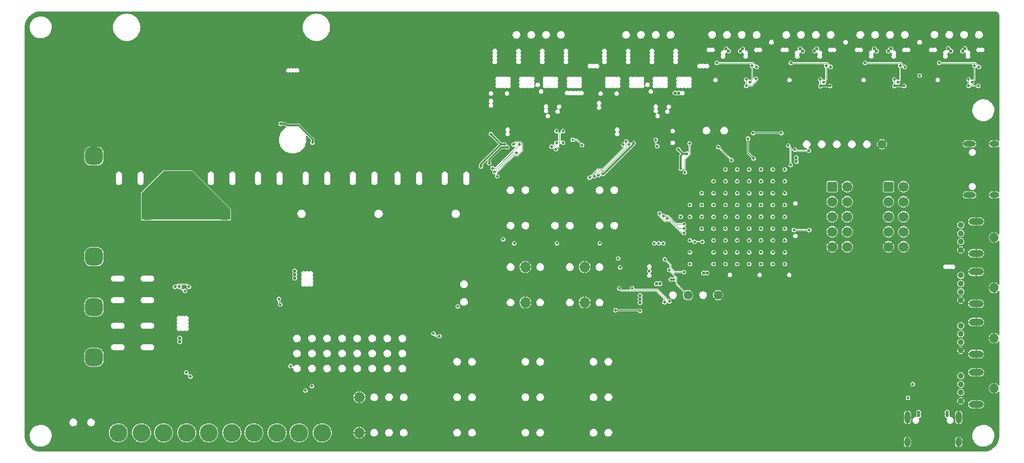
<source format=gbr>
%TF.GenerationSoftware,KiCad,Pcbnew,7.0.8-7.0.8~ubuntu22.04.1*%
%TF.CreationDate,2023-11-12T23:59:41-08:00*%
%TF.ProjectId,corevus-g,636f7265-7675-4732-9d67-2e6b69636164,rev?*%
%TF.SameCoordinates,Original*%
%TF.FileFunction,Copper,L3,Inr*%
%TF.FilePolarity,Positive*%
%FSLAX46Y46*%
G04 Gerber Fmt 4.6, Leading zero omitted, Abs format (unit mm)*
G04 Created by KiCad (PCBNEW 7.0.8-7.0.8~ubuntu22.04.1) date 2023-11-12 23:59:41*
%MOMM*%
%LPD*%
G01*
G04 APERTURE LIST*
G04 Aperture macros list*
%AMRoundRect*
0 Rectangle with rounded corners*
0 $1 Rounding radius*
0 $2 $3 $4 $5 $6 $7 $8 $9 X,Y pos of 4 corners*
0 Add a 4 corners polygon primitive as box body*
4,1,4,$2,$3,$4,$5,$6,$7,$8,$9,$2,$3,0*
0 Add four circle primitives for the rounded corners*
1,1,$1+$1,$2,$3*
1,1,$1+$1,$4,$5*
1,1,$1+$1,$6,$7*
1,1,$1+$1,$8,$9*
0 Add four rect primitives between the rounded corners*
20,1,$1+$1,$2,$3,$4,$5,0*
20,1,$1+$1,$4,$5,$6,$7,0*
20,1,$1+$1,$6,$7,$8,$9,0*
20,1,$1+$1,$8,$9,$2,$3,0*%
G04 Aperture macros list end*
%TA.AperFunction,ComponentPad*%
%ADD10C,1.000000*%
%TD*%
%TA.AperFunction,ComponentPad*%
%ADD11O,2.500000X1.200000*%
%TD*%
%TA.AperFunction,ComponentPad*%
%ADD12O,1.600000X1.600000*%
%TD*%
%TA.AperFunction,ComponentPad*%
%ADD13RoundRect,1.000000X-0.500000X0.500000X-0.500000X-0.500000X0.500000X-0.500000X0.500000X0.500000X0*%
%TD*%
%TA.AperFunction,ComponentPad*%
%ADD14RoundRect,0.250000X-0.600000X-0.600000X0.600000X-0.600000X0.600000X0.600000X-0.600000X0.600000X0*%
%TD*%
%TA.AperFunction,ComponentPad*%
%ADD15C,1.700000*%
%TD*%
%TA.AperFunction,ComponentPad*%
%ADD16O,1.800000X1.800000*%
%TD*%
%TA.AperFunction,ComponentPad*%
%ADD17C,0.500000*%
%TD*%
%TA.AperFunction,ComponentPad*%
%ADD18O,1.000000X2.100000*%
%TD*%
%TA.AperFunction,ComponentPad*%
%ADD19O,1.000000X1.600000*%
%TD*%
%TA.AperFunction,ComponentPad*%
%ADD20C,2.000000*%
%TD*%
%TA.AperFunction,ComponentPad*%
%ADD21C,3.000000*%
%TD*%
%TA.AperFunction,ComponentPad*%
%ADD22C,1.500000*%
%TD*%
%TA.AperFunction,ComponentPad*%
%ADD23RoundRect,0.500000X-0.500000X-0.500000X0.500000X-0.500000X0.500000X0.500000X-0.500000X0.500000X0*%
%TD*%
%TA.AperFunction,ComponentPad*%
%ADD24C,4.600000*%
%TD*%
%TA.AperFunction,ComponentPad*%
%ADD25O,1.200000X2.500000*%
%TD*%
%TA.AperFunction,ComponentPad*%
%ADD26O,2.100000X1.000000*%
%TD*%
%TA.AperFunction,ComponentPad*%
%ADD27O,1.600000X1.000000*%
%TD*%
%TA.AperFunction,ViaPad*%
%ADD28C,0.500000*%
%TD*%
%TA.AperFunction,ViaPad*%
%ADD29C,0.600000*%
%TD*%
%TA.AperFunction,ViaPad*%
%ADD30C,0.450000*%
%TD*%
%TA.AperFunction,Conductor*%
%ADD31C,0.300000*%
%TD*%
%TA.AperFunction,Conductor*%
%ADD32C,0.100000*%
%TD*%
%TA.AperFunction,Conductor*%
%ADD33C,0.150000*%
%TD*%
%TA.AperFunction,Conductor*%
%ADD34C,0.200000*%
%TD*%
G04 APERTURE END LIST*
D10*
%TO.N,+5V*%
%TO.C,J38*%
X198200000Y-101900000D03*
%TO.N,/Pi Zero + USB Hub/D4-'*%
X198200000Y-103300000D03*
%TO.N,/Pi Zero + USB Hub/D4+'*%
X198200000Y-104700000D03*
%TO.N,GND*%
X198200000Y-106100000D03*
D11*
X200800000Y-106700000D03*
D12*
X203800000Y-104010000D03*
D11*
X200800000Y-101300000D03*
%TD*%
D13*
%TO.N,GND*%
%TO.C,J36*%
X52000000Y-73250000D03*
%TO.N,Net-(J36-Pin_2)*%
X52000000Y-81750000D03*
%TD*%
D14*
%TO.N,/Buzzer*%
%TO.C,J13*%
X176500000Y-69920000D03*
D15*
%TO.N,/Btn_Enc*%
X179040000Y-69920000D03*
%TO.N,/LCD_En*%
X176500000Y-72460000D03*
%TO.N,/LCD_Rs*%
X179040000Y-72460000D03*
%TO.N,/LCD_D4*%
X176500000Y-75000000D03*
%TO.N,/LCD_D5*%
X179040000Y-75000000D03*
%TO.N,/LCD_D6*%
X176500000Y-77540000D03*
%TO.N,/LCD_D7*%
X179040000Y-77540000D03*
%TO.N,GND*%
X176500000Y-80080000D03*
%TO.N,+5V*%
X179040000Y-80080000D03*
%TD*%
D16*
%TO.N,GND*%
%TO.C,J14*%
X96750000Y-111500000D03*
%TD*%
D17*
%TO.N,GND*%
%TO.C,U8*%
X183625000Y-48625000D03*
X183625000Y-50000000D03*
X183625000Y-51375000D03*
X185000000Y-48625000D03*
X185000000Y-50000000D03*
X185000000Y-51375000D03*
X186375000Y-48625000D03*
X186375000Y-50000000D03*
X186375000Y-51375000D03*
%TD*%
D18*
%TO.N,GND*%
%TO.C,J24*%
X189180000Y-108895000D03*
D19*
X189180000Y-113075000D03*
D18*
X197820000Y-108895000D03*
D19*
X197820000Y-113075000D03*
%TD*%
D16*
%TO.N,GND*%
%TO.C,J2*%
X134750000Y-89500000D03*
%TD*%
%TO.N,GND*%
%TO.C,J4*%
X124750000Y-83500000D03*
%TD*%
D20*
%TO.N,GND*%
%TO.C,C13*%
X100000000Y-79500000D03*
%TD*%
D21*
%TO.N,+24V*%
%TO.C,J21*%
X56095000Y-111500000D03*
%TO.N,Net-(D25-A)*%
X60000000Y-111500000D03*
%TD*%
D20*
%TO.N,GND*%
%TO.C,C14*%
X87000000Y-79500000D03*
%TD*%
D22*
%TO.N,GND*%
%TO.C,J42*%
X184900000Y-62750000D03*
%TD*%
D16*
%TO.N,GND*%
%TO.C,J16*%
X96750000Y-105500000D03*
%TD*%
D17*
%TO.N,GND*%
%TO.C,U9*%
X171125000Y-48625000D03*
X171125000Y-50000000D03*
X171125000Y-51375000D03*
X172500000Y-48625000D03*
X172500000Y-50000000D03*
X172500000Y-51375000D03*
X173875000Y-48625000D03*
X173875000Y-50000000D03*
X173875000Y-51375000D03*
%TD*%
%TO.N,GND*%
%TO.C,U7*%
X196125000Y-48620000D03*
X196125000Y-49995000D03*
X196125000Y-51370000D03*
X197500000Y-48620000D03*
X197500000Y-49995000D03*
X197500000Y-51370000D03*
X198875000Y-48620000D03*
X198875000Y-49995000D03*
X198875000Y-51370000D03*
%TD*%
D23*
%TO.N,VMC*%
%TO.C,C16*%
X74000000Y-74500000D03*
D20*
%TO.N,GND*%
X74000000Y-79500000D03*
%TD*%
D10*
%TO.N,+5V*%
%TO.C,J27*%
X198200000Y-93400000D03*
%TO.N,/Pi Zero + USB Hub/D3-'*%
X198200000Y-94800000D03*
%TO.N,/Pi Zero + USB Hub/D3+'*%
X198200000Y-96200000D03*
%TO.N,GND*%
X198200000Y-97600000D03*
D11*
X200800000Y-98200000D03*
D12*
X203800000Y-95510000D03*
D11*
X200800000Y-92800000D03*
%TD*%
D24*
%TO.N,GND*%
%TO.C,H8*%
X81500000Y-43000000D03*
%TD*%
D25*
%TO.N,VMC*%
%TO.C,F1*%
X64150000Y-68500000D03*
X67800000Y-68500000D03*
%TD*%
D21*
%TO.N,+24V*%
%TO.C,J23*%
X78955000Y-111500000D03*
%TO.N,Net-(D30-A)*%
X82860000Y-111500000D03*
%TD*%
D20*
%TO.N,GND*%
%TO.C,C12*%
X113000000Y-79500000D03*
%TD*%
D16*
%TO.N,GND*%
%TO.C,J6*%
X124750000Y-89500000D03*
%TD*%
D10*
%TO.N,+5V*%
%TO.C,J26*%
X198200000Y-84900000D03*
%TO.N,/Pi Zero + USB Hub/D2-'*%
X198200000Y-86300000D03*
%TO.N,/Pi Zero + USB Hub/D2+'*%
X198200000Y-87700000D03*
%TO.N,GND*%
X198200000Y-89100000D03*
D11*
X200800000Y-89700000D03*
D12*
X203800000Y-87010000D03*
D11*
X200800000Y-84300000D03*
%TD*%
D21*
%TO.N,+24V*%
%TO.C,J22*%
X71335000Y-111500000D03*
%TO.N,Net-(D27-A)*%
X75240000Y-111500000D03*
%TD*%
%TO.N,+24V*%
%TO.C,J20*%
X63715000Y-111500000D03*
%TO.N,Net-(D14-A)*%
X67620000Y-111500000D03*
%TD*%
%TO.N,+24V*%
%TO.C,J15*%
X86575000Y-111500000D03*
%TO.N,Net-(D3-A)*%
X90480000Y-111500000D03*
%TD*%
D22*
%TO.N,/USART2_TX*%
%TO.C,J41*%
X152180000Y-88250000D03*
%TO.N,GND*%
X157260000Y-88250000D03*
%TD*%
D17*
%TO.N,GND*%
%TO.C,U10*%
X158625000Y-48625000D03*
X158625000Y-50000000D03*
X158625000Y-51375000D03*
X160000000Y-48625000D03*
X160000000Y-50000000D03*
X160000000Y-51375000D03*
X161375000Y-48625000D03*
X161375000Y-50000000D03*
X161375000Y-51375000D03*
%TD*%
D13*
%TO.N,GND*%
%TO.C,J31*%
X52000000Y-56250000D03*
%TO.N,Net-(J31-Pin_2)*%
X52000000Y-64750000D03*
%TD*%
D24*
%TO.N,GND*%
%TO.C,H6*%
X113500000Y-43000000D03*
%TD*%
D14*
%TO.N,/SPI2_MISO*%
%TO.C,J28*%
X186000000Y-69920000D03*
D15*
%TO.N,/SPI2_SCK*%
X188540000Y-69920000D03*
%TO.N,/Btn_En2*%
X186000000Y-72460000D03*
%TO.N,/SD_CS*%
X188540000Y-72460000D03*
%TO.N,/Btn_En1*%
X186000000Y-75000000D03*
%TO.N,/SPI2_MOSI*%
X188540000Y-75000000D03*
%TO.N,/SD_Det*%
X186000000Y-77540000D03*
%TO.N,/~{Reset}*%
X188540000Y-77540000D03*
%TO.N,GND*%
X186000000Y-80080000D03*
%TO.N,+5V*%
X188540000Y-80080000D03*
%TD*%
D10*
%TO.N,+5V*%
%TO.C,J3*%
X198200000Y-76400000D03*
%TO.N,/Pi Zero + USB Hub/D1-'*%
X198200000Y-77800000D03*
%TO.N,/Pi Zero + USB Hub/D1+'*%
X198200000Y-79200000D03*
%TO.N,GND*%
X198200000Y-80600000D03*
D11*
X200800000Y-81200000D03*
D12*
X203800000Y-78510000D03*
D11*
X200800000Y-75800000D03*
%TD*%
D16*
%TO.N,GND*%
%TO.C,J5*%
X134750000Y-83500000D03*
%TD*%
D23*
%TO.N,VMC*%
%TO.C,C17*%
X61000000Y-74500000D03*
D20*
%TO.N,GND*%
X61000000Y-79500000D03*
%TD*%
D13*
%TO.N,/Bed_H+*%
%TO.C,J37*%
X52000000Y-90250000D03*
%TO.N,/Bed_H-*%
X52000000Y-98750000D03*
%TD*%
D26*
%TO.N,GND*%
%TO.C,J1*%
X199645000Y-71320000D03*
D27*
X203825000Y-71320000D03*
D26*
X199645000Y-62680000D03*
D27*
X203825000Y-62680000D03*
%TD*%
D17*
%TO.N,GND*%
%TO.C,U11*%
X141250000Y-57000000D03*
X141250000Y-59250000D03*
X141250000Y-61500000D03*
X142375000Y-58125000D03*
X142375000Y-60375000D03*
X143500000Y-57000000D03*
X143500000Y-59250000D03*
X143500000Y-61500000D03*
X144625000Y-58125000D03*
X144625000Y-60375000D03*
X145750000Y-57000000D03*
X145750000Y-59250000D03*
X145750000Y-61500000D03*
%TD*%
%TO.N,GND*%
%TO.C,U12*%
X122750000Y-57000000D03*
X122750000Y-59250000D03*
X122750000Y-61500000D03*
X123875000Y-58125000D03*
X123875000Y-60375000D03*
X125000000Y-57000000D03*
X125000000Y-59250000D03*
X125000000Y-61500000D03*
X126125000Y-58125000D03*
X126125000Y-60375000D03*
X127250000Y-57000000D03*
X127250000Y-59250000D03*
X127250000Y-61500000D03*
%TD*%
D28*
%TO.N,GND*%
X104800000Y-62950000D03*
X68750000Y-63000000D03*
%TO.N,+12V*%
X117250000Y-66500000D03*
%TO.N,GND*%
X93750000Y-57500000D03*
X60250000Y-59000000D03*
X76750000Y-59000000D03*
X92250000Y-59000000D03*
%TO.N,+12V*%
X83475000Y-59300000D03*
X88850000Y-62450000D03*
%TO.N,GND*%
X100750000Y-63000000D03*
X108750000Y-59000000D03*
X44100000Y-107450000D03*
D29*
X85700000Y-89500000D03*
D28*
X74990000Y-103600000D03*
X172000000Y-78750000D03*
X51750000Y-45500000D03*
X48400000Y-111550000D03*
X171050000Y-86150000D03*
X82250000Y-91000000D03*
X51750000Y-50000000D03*
X82610000Y-103600000D03*
X105500000Y-45000000D03*
X52100000Y-106499999D03*
D29*
X149550000Y-57650000D03*
D28*
X83610000Y-104500000D03*
X128550000Y-59500000D03*
X48850000Y-107450000D03*
D29*
X66450000Y-98500000D03*
D28*
X46750000Y-45500000D03*
X46750000Y-45000000D03*
D29*
X64150000Y-98500000D03*
D28*
X80600000Y-95050000D03*
X130350000Y-96500000D03*
X197100000Y-68200000D03*
X74990000Y-104500000D03*
X119750000Y-59400000D03*
D29*
X190000000Y-48200000D03*
X167500000Y-47600000D03*
D28*
X75990000Y-104500000D03*
X172050000Y-66750000D03*
D29*
X85700000Y-88900000D03*
X133000000Y-58600000D03*
X108350000Y-98750000D03*
D28*
X94500000Y-90000000D03*
X43600000Y-107450000D03*
D29*
X196700000Y-108600000D03*
X66450000Y-99100000D03*
D28*
X158750000Y-86500000D03*
X97500000Y-85000000D03*
X47850000Y-107450000D03*
X52600000Y-106500000D03*
X86000000Y-53250000D03*
X94600000Y-114400000D03*
D29*
X119850000Y-105350000D03*
D28*
X149600000Y-61500000D03*
D29*
X108350000Y-104750000D03*
D28*
X86000000Y-45750000D03*
D29*
X104100000Y-93800000D03*
X119850000Y-104750000D03*
D28*
X68370000Y-104500000D03*
X47850000Y-106500000D03*
X118200000Y-59950000D03*
X150650000Y-81250000D03*
D29*
X177500000Y-47600000D03*
D28*
X85500000Y-45750000D03*
X59750000Y-104500000D03*
X44600000Y-106499999D03*
D29*
X64150000Y-99100000D03*
D28*
X90730000Y-104500000D03*
D29*
X118350000Y-52400000D03*
D28*
X49250000Y-45500000D03*
X90730000Y-103600000D03*
X151150000Y-86250000D03*
X96500000Y-90000000D03*
D29*
X107300000Y-110700000D03*
D28*
X67370000Y-103600000D03*
X82610000Y-104500000D03*
X44700000Y-108850000D03*
D29*
X86450000Y-89800000D03*
D28*
X139250000Y-61750000D03*
X94500000Y-85000000D03*
X120750000Y-61750000D03*
X60250000Y-103600000D03*
D29*
X165000000Y-48195000D03*
D28*
X75990000Y-103600000D03*
X117100000Y-85650000D03*
X47350000Y-106500000D03*
X46750000Y-50500000D03*
D29*
X131350000Y-105350000D03*
D28*
X85000000Y-53250000D03*
X49250000Y-45000000D03*
X105500000Y-50000000D03*
X136250000Y-57250000D03*
D29*
X86450000Y-88600000D03*
D28*
X148100000Y-67725000D03*
X51600000Y-107450000D03*
X145100000Y-89150000D03*
X94600000Y-108400000D03*
X45100000Y-106500000D03*
D29*
X155000000Y-47600000D03*
D28*
X51750000Y-50500000D03*
D29*
X131350000Y-104750000D03*
X90150000Y-92100000D03*
X107800000Y-100050000D03*
X85700000Y-88300000D03*
D28*
X51600000Y-106500000D03*
D29*
X133000000Y-58000000D03*
D28*
X81350000Y-97300000D03*
D29*
X180000000Y-48200000D03*
D28*
X108000000Y-42500000D03*
X67870000Y-104500000D03*
D29*
X106400000Y-93800000D03*
D28*
X105500000Y-47500000D03*
D29*
X103500000Y-93800000D03*
D28*
X43600000Y-106500000D03*
X145600000Y-73450000D03*
D29*
X65200000Y-88100000D03*
X119300000Y-106050000D03*
D28*
X51750000Y-49500000D03*
X167700000Y-62300000D03*
D29*
X198700000Y-70200000D03*
D28*
X50000000Y-109750000D03*
D29*
X155350000Y-52400000D03*
X135950000Y-54050000D03*
X118050000Y-53950000D03*
D28*
X90230000Y-103600000D03*
X158750000Y-65200000D03*
X52100000Y-107450000D03*
X45100000Y-107450000D03*
D29*
X192500000Y-48195000D03*
X107800000Y-106050000D03*
D28*
X131100000Y-61500000D03*
X108000000Y-50000000D03*
X46750000Y-49500000D03*
X49250000Y-50500000D03*
X44100000Y-106500000D03*
X145600000Y-89150000D03*
D29*
X131350000Y-99350000D03*
X131350000Y-98750000D03*
D28*
X157250000Y-62050000D03*
D29*
X67624500Y-84900000D03*
X86450000Y-88000000D03*
D28*
X147650000Y-78600000D03*
X48850000Y-106500000D03*
D29*
X135650000Y-46300000D03*
X54600000Y-98450000D03*
X86450000Y-89200000D03*
X190000000Y-47600000D03*
D30*
X132950000Y-60800000D03*
D29*
X154450000Y-53950000D03*
X105800000Y-93800000D03*
D28*
X51100000Y-107450000D03*
X83110000Y-104500000D03*
D29*
X154150000Y-52400000D03*
D28*
X154950000Y-61950000D03*
X52600000Y-107450000D03*
X49250000Y-44500000D03*
D29*
X82900000Y-85350000D03*
X130800000Y-106050000D03*
X136850000Y-52350000D03*
X119850000Y-110750000D03*
X135650000Y-44750000D03*
X136250000Y-52350000D03*
X64300000Y-89300000D03*
D28*
X90230000Y-104500000D03*
D29*
X136250000Y-46300000D03*
D28*
X67370000Y-104500000D03*
D29*
X202500000Y-48195000D03*
X133000000Y-57400000D03*
D28*
X164300000Y-51200000D03*
D29*
X154750000Y-52400000D03*
D28*
X49250000Y-50000000D03*
X46750000Y-44500000D03*
D29*
X90150000Y-93300000D03*
D28*
X60250000Y-104500000D03*
X68370000Y-103600000D03*
X147950000Y-83500000D03*
X162900000Y-88050000D03*
D29*
X199350000Y-63800000D03*
D28*
X93500000Y-90000000D03*
X67870000Y-103600000D03*
D29*
X136250000Y-44750000D03*
D28*
X159250000Y-87700000D03*
D29*
X105200000Y-93800000D03*
D28*
X83610000Y-103600000D03*
D29*
X64300000Y-88100000D03*
D28*
X148725000Y-73425000D03*
D29*
X130800000Y-100050000D03*
D28*
X96500000Y-85000000D03*
X141700000Y-83400000D03*
D29*
X102900000Y-93800000D03*
X82900000Y-84150000D03*
X65200000Y-88700000D03*
D28*
X95500000Y-90000000D03*
X47350000Y-107450000D03*
X138250000Y-59400000D03*
D29*
X108350000Y-99350000D03*
D28*
X46750000Y-50000000D03*
X189300000Y-51200000D03*
D29*
X119850000Y-98750000D03*
D28*
X108000000Y-45000000D03*
X85000000Y-45750000D03*
X83110000Y-103600000D03*
X143750000Y-62800000D03*
X142700000Y-83400000D03*
X168300000Y-89050000D03*
D29*
X65200000Y-89300000D03*
D28*
X75490000Y-103600000D03*
D29*
X82900000Y-84750000D03*
X119850000Y-111350000D03*
D28*
X201800000Y-51200000D03*
D29*
X167500000Y-48200000D03*
D28*
X85500000Y-53250000D03*
D29*
X90150000Y-92700000D03*
X136550000Y-54050000D03*
D28*
X79700000Y-98150000D03*
D29*
X196700000Y-107950000D03*
D28*
X51750000Y-45000000D03*
X176800000Y-51200000D03*
X152250000Y-86550000D03*
X51100000Y-106500000D03*
D29*
X107300000Y-111300000D03*
X130800000Y-112050000D03*
D28*
X117250000Y-98600000D03*
X93500000Y-85000000D03*
X142200000Y-83400000D03*
D29*
X165000000Y-47595000D03*
D28*
X59750000Y-103600000D03*
D29*
X119850000Y-99350000D03*
D28*
X66900000Y-100450000D03*
D29*
X135650000Y-52350000D03*
X131350000Y-111350000D03*
D28*
X48350000Y-107450000D03*
D29*
X119300000Y-100050000D03*
D28*
X74450000Y-95750000D03*
X117550000Y-91100000D03*
X105500000Y-42500000D03*
X140750000Y-75600000D03*
D29*
X117750000Y-52400000D03*
D28*
X125250000Y-62800000D03*
X80600000Y-100050000D03*
D29*
X199349999Y-70200000D03*
X198700000Y-63800001D03*
D28*
X91230000Y-103600000D03*
D29*
X192500000Y-47595000D03*
X107800000Y-112050000D03*
D28*
X77150000Y-103050000D03*
D29*
X136850000Y-46300000D03*
D28*
X133400000Y-96500000D03*
X163100000Y-56200000D03*
X48350000Y-106499999D03*
D29*
X180000000Y-47600000D03*
X117450000Y-53950000D03*
X131350000Y-110750000D03*
D28*
X51750000Y-44500000D03*
X194800000Y-102500000D03*
X49250000Y-49500000D03*
X172050000Y-73250000D03*
D29*
X202500000Y-47595000D03*
D28*
X147050000Y-59500000D03*
X164000000Y-65450000D03*
X108000000Y-47500000D03*
X95500000Y-85000000D03*
D29*
X149550000Y-57050000D03*
D28*
X44600000Y-107450000D03*
D29*
X149150000Y-58100000D03*
X190300000Y-108600000D03*
X155050000Y-53950000D03*
X64300000Y-88700000D03*
X190300000Y-107950000D03*
D28*
X60750000Y-103600000D03*
X91230000Y-104500000D03*
D29*
X117150000Y-52400000D03*
D28*
X75490000Y-104500000D03*
X171750000Y-64500000D03*
D29*
X155000000Y-48200000D03*
X108350000Y-105350000D03*
X136850000Y-44750000D03*
D28*
X97500000Y-90000000D03*
D29*
X119300000Y-112050000D03*
D28*
X60750000Y-104500000D03*
D29*
X177500000Y-48200000D03*
D28*
%TO.N,+3.3V*%
X158500000Y-79000000D03*
X164500000Y-73000000D03*
X187000000Y-52900000D03*
X152500000Y-73000000D03*
X160500000Y-67000000D03*
X156500000Y-79000000D03*
X168500000Y-75000000D03*
X164500000Y-81000000D03*
X168500000Y-67000000D03*
X162500000Y-71000000D03*
X162500000Y-81000000D03*
X152500000Y-75000000D03*
X156500000Y-69000000D03*
X139950000Y-90800000D03*
X162500000Y-67000000D03*
X162500000Y-79000000D03*
X154500000Y-77000000D03*
X187000000Y-51800000D03*
X152500000Y-79000000D03*
X201150000Y-52900000D03*
X163650000Y-51700000D03*
X166500000Y-77000000D03*
X166500000Y-75000000D03*
X162500000Y-77000000D03*
X162000000Y-51800000D03*
X130000000Y-62500000D03*
D29*
X170450000Y-65050000D03*
D28*
X168500000Y-73000000D03*
X154500000Y-75000000D03*
X158500000Y-69000000D03*
X168500000Y-69000000D03*
X156500000Y-73000000D03*
X144100000Y-90900000D03*
X164500000Y-77000000D03*
X154500000Y-71000000D03*
X168500000Y-83000000D03*
X164500000Y-71000000D03*
X174500000Y-51800000D03*
X162300000Y-61800000D03*
X143000000Y-62550000D03*
X67550000Y-101300000D03*
X168500000Y-77000000D03*
X162500000Y-75000000D03*
X150950000Y-66850000D03*
X166500000Y-71000000D03*
X118650000Y-65950000D03*
X162500000Y-69000000D03*
X164500000Y-67000000D03*
X160500000Y-77000000D03*
X150550000Y-63600000D03*
X158500000Y-67000000D03*
X158500000Y-81000000D03*
X137850000Y-67775000D03*
X146500000Y-79500000D03*
X163250000Y-65150000D03*
X162500000Y-83000000D03*
X199500000Y-51795000D03*
X160500000Y-69000000D03*
X160500000Y-75000000D03*
X156500000Y-81000000D03*
X149800000Y-85600000D03*
X164500000Y-83000000D03*
X158500000Y-83000000D03*
X162500000Y-73000000D03*
X152500000Y-83000000D03*
X121700000Y-63250000D03*
X168500000Y-71000000D03*
X156500000Y-83000000D03*
X168500000Y-79000000D03*
X160500000Y-81000000D03*
X164500000Y-69000000D03*
X188650000Y-52900000D03*
X152000000Y-64337500D03*
D29*
X170450000Y-65650000D03*
D28*
X160500000Y-79000000D03*
X160500000Y-71000000D03*
X158500000Y-73000000D03*
X129150000Y-63150000D03*
X160500000Y-73000000D03*
X149300000Y-85600000D03*
X160500000Y-83000000D03*
X168500000Y-81000000D03*
X166500000Y-81000000D03*
X150950000Y-75000000D03*
X154500000Y-73000000D03*
X162000000Y-52900000D03*
X156500000Y-77000000D03*
X156500000Y-75000000D03*
X152500000Y-81000000D03*
X158500000Y-75000000D03*
X147250000Y-79500000D03*
X145650000Y-84150000D03*
X166500000Y-83000000D03*
X166500000Y-79000000D03*
X166500000Y-69000000D03*
X174500000Y-52950000D03*
X166500000Y-73000000D03*
X164500000Y-79000000D03*
X176150000Y-52900000D03*
X148000000Y-79500000D03*
X158500000Y-71000000D03*
X158500000Y-77000000D03*
X199500000Y-52900000D03*
X156500000Y-71000000D03*
X68250000Y-102000000D03*
X164500000Y-75000000D03*
X166500000Y-67000000D03*
D29*
%TO.N,VMB*%
X150600000Y-54100000D03*
X150001577Y-54101577D03*
D28*
%TO.N,+12V*%
X121200000Y-62750000D03*
X118950000Y-61050000D03*
X68000000Y-86850000D03*
X65650000Y-86850000D03*
%TO.N,/_{M0}~{En}*%
X194550000Y-48995000D03*
X201250000Y-49700000D03*
%TO.N,/_{M1}~{En}*%
X188750000Y-49700000D03*
X182050000Y-49000000D03*
%TO.N,/_{M2}~{En}*%
X176250000Y-49700000D03*
X169550000Y-49000000D03*
%TO.N,/_{M3}~{En}*%
X157050000Y-49000000D03*
X163750000Y-49700000D03*
%TO.N,/_{M3}Dir*%
X162600000Y-52250000D03*
X163000000Y-49500000D03*
%TO.N,/_{M1}Dir*%
X187600000Y-52250000D03*
X188000000Y-49500000D03*
D29*
%TO.N,/Motor 0 (TMC2208)/BRA*%
X198500000Y-46995000D03*
X198900000Y-46595000D03*
%TO.N,/Motor 0 (TMC2208)/BRB*%
X196100000Y-46595000D03*
X196500000Y-46995000D03*
%TO.N,/Motor 1 (TMC2208)/BRA*%
X186400000Y-46600000D03*
X186000000Y-47000000D03*
%TO.N,/Motor 1 (TMC2208)/BRB*%
X183600000Y-46600000D03*
X184000000Y-47000000D03*
%TO.N,/Motor 2 (TMC2208)/BRA*%
X173900000Y-46600000D03*
X173500000Y-47000000D03*
%TO.N,/Motor 2 (TMC2208)/BRB*%
X171100000Y-46600000D03*
X171500000Y-47000000D03*
%TO.N,/Motor 3 (TMC2208)/BRA*%
X161000000Y-47000000D03*
X161400000Y-46600000D03*
%TO.N,/Motor 3 (TMC2208)/BRB*%
X158600000Y-46600000D03*
X159000000Y-47000000D03*
D28*
%TO.N,/~{Reset}*%
X154600000Y-79250000D03*
X167900000Y-60850000D03*
X169100000Y-62950000D03*
X172650000Y-77250000D03*
X170050000Y-77250000D03*
X163150000Y-60850000D03*
X153300000Y-79250000D03*
X169500000Y-66250000D03*
D29*
%TO.N,+5V*%
X144100000Y-88900000D03*
X195900000Y-108600000D03*
X144100000Y-88300000D03*
X191100000Y-108050000D03*
D28*
X190100000Y-103300000D03*
D29*
X191100000Y-108600000D03*
D28*
X189300000Y-105600000D03*
D29*
X144100000Y-89500000D03*
X195900000Y-108050000D03*
D28*
%TO.N,/_{M0}Dir*%
X200100000Y-52245000D03*
X200500000Y-49495000D03*
%TO.N,/BOOT0*%
X157300000Y-63200000D03*
X170200000Y-63650000D03*
X172550000Y-63850000D03*
X159500000Y-65450000D03*
%TO.N,/S0*%
X140600000Y-87100000D03*
X148200000Y-89450000D03*
D29*
%TO.N,+24V*%
X66450000Y-96100000D03*
X85850000Y-84150000D03*
X85850000Y-84750000D03*
D28*
X191250000Y-51150000D03*
X113350000Y-90150000D03*
D29*
X85850000Y-85350000D03*
X66450000Y-95500000D03*
D28*
%TO.N,/_{M2}Dir*%
X175100000Y-52250000D03*
X175500000Y-49500000D03*
%TO.N,/_{M4}~{En}*%
X147000000Y-63100000D03*
X146750000Y-62000000D03*
%TO.N,/_{M5}~{En}*%
X130000000Y-60500000D03*
X129900000Y-63600000D03*
%TO.N,/S1*%
X149050000Y-89300000D03*
X142750000Y-87050000D03*
%TO.N,Net-(D20-K)*%
X131100000Y-62500000D03*
X131100000Y-60500000D03*
%TO.N,/USART2_TX*%
X149000000Y-84000000D03*
%TO.N,/SPI1_SCK*%
X147400000Y-74450000D03*
X122750000Y-62800000D03*
X120000000Y-68150000D03*
X141250000Y-62800000D03*
X135600000Y-68375000D03*
X151500000Y-77750000D03*
%TO.N,/SPI1_MOSI*%
X151500000Y-76250000D03*
X136350000Y-68175000D03*
X123250000Y-64200000D03*
X148050000Y-74850000D03*
X141749899Y-62250000D03*
X119550000Y-67450000D03*
%TO.N,/SPI1_MISO*%
X123750000Y-62800000D03*
X137100000Y-67975000D03*
X148700000Y-75300000D03*
X151500000Y-77000000D03*
X119200000Y-66800000D03*
X142250000Y-62800000D03*
%TO.N,VSSA*%
X121000000Y-78800000D03*
%TO.N,VDDA*%
X122900000Y-79475000D03*
X130100000Y-79475000D03*
X137300000Y-79475000D03*
D30*
%TO.N,/_{M5}Diag1*%
X132750000Y-62000000D03*
D28*
X134300000Y-62900000D03*
%TO.N,Net-(U15-PHASE)*%
X67350000Y-87550000D03*
X66400000Y-86850000D03*
%TO.N,/_{M4}~{Therm}*%
X151650000Y-67500000D03*
X152450000Y-62600000D03*
%TO.N,Net-(U5-PHASE)*%
X83400000Y-89825000D03*
X83200000Y-88900000D03*
%TO.N,/F1*%
X109225000Y-94700000D03*
X110250000Y-95175000D03*
%TO.N,/H4_Gate*%
X88750000Y-103600000D03*
X87650000Y-104350000D03*
X85150000Y-100250000D03*
D29*
%TO.N,/USB_VBUS*%
X154800000Y-84500000D03*
X146850000Y-86300000D03*
X155400000Y-84500000D03*
X147450000Y-86300000D03*
D28*
%TO.N,/_{PWR}~{Therm}*%
X140750000Y-83550000D03*
X148300000Y-82200000D03*
X140400000Y-82050000D03*
X151500000Y-84350000D03*
%TD*%
D31*
%TO.N,+12V*%
X117250000Y-66500000D02*
X117250000Y-66150000D01*
X117250000Y-66150000D02*
X120650000Y-62750000D01*
X88850000Y-61885177D02*
X88850000Y-62450000D01*
X83475000Y-59300000D02*
X84235177Y-59300000D01*
X86514823Y-59550000D02*
X88850000Y-61885177D01*
X84235177Y-59300000D02*
X84485177Y-59550000D01*
X84485177Y-59550000D02*
X86514823Y-59550000D01*
%TO.N,+3.3V*%
X143000000Y-62800000D02*
X143000000Y-62550000D01*
X150550000Y-63600000D02*
X151287500Y-64337500D01*
D32*
X129150000Y-63150000D02*
X129350000Y-63150000D01*
D31*
X143000000Y-62800000D02*
X138025000Y-67775000D01*
X120690686Y-63275000D02*
X121675000Y-63275000D01*
D32*
X187000000Y-52900000D02*
X187000000Y-51800000D01*
X199500000Y-52900000D02*
X201150000Y-52900000D01*
D31*
X138025000Y-67775000D02*
X137850000Y-67775000D01*
D32*
X162900000Y-52900000D02*
X163650000Y-52150000D01*
X162000000Y-52900000D02*
X162900000Y-52900000D01*
D31*
X118650000Y-65315686D02*
X120690686Y-63275000D01*
D33*
X144100000Y-90900000D02*
X144000000Y-90800000D01*
X144000000Y-90800000D02*
X139950000Y-90800000D01*
D31*
X118650000Y-65950000D02*
X118650000Y-65315686D01*
D32*
X68250000Y-102000000D02*
X67550000Y-101300000D01*
X174500000Y-52950000D02*
X174500000Y-51800000D01*
X163650000Y-52150000D02*
X163650000Y-51700000D01*
X162000000Y-52900000D02*
X162000000Y-51800000D01*
D31*
X174550000Y-52900000D02*
X176150000Y-52900000D01*
D32*
X129350000Y-63150000D02*
X130000000Y-62500000D01*
D31*
X187000000Y-52900000D02*
X188650000Y-52900000D01*
X174500000Y-52950000D02*
X174550000Y-52900000D01*
X151287500Y-64337500D02*
X150950000Y-64675000D01*
X121675000Y-63275000D02*
X121700000Y-63250000D01*
X150950000Y-64675000D02*
X150950000Y-66850000D01*
D34*
X162300000Y-64200000D02*
X162300000Y-61800000D01*
D31*
X151287500Y-64337500D02*
X152000000Y-64337500D01*
D34*
X163250000Y-65150000D02*
X162300000Y-64200000D01*
D32*
X199500000Y-52900000D02*
X199500000Y-51795000D01*
%TO.N,+12V*%
X67575000Y-86425000D02*
X66075000Y-86425000D01*
X68000000Y-86850000D02*
X67575000Y-86425000D01*
D31*
X121200000Y-62750000D02*
X120650000Y-62750000D01*
D32*
X66075000Y-86425000D02*
X65650000Y-86850000D01*
D31*
X120650000Y-62750000D02*
X118950000Y-61050000D01*
D32*
%TO.N,/_{M0}~{En}*%
X194600000Y-49045000D02*
X200651041Y-49045000D01*
X200651041Y-49045000D02*
X201250000Y-49643959D01*
X201250000Y-49643959D02*
X201250000Y-49700000D01*
X194550000Y-48995000D02*
X194600000Y-49045000D01*
%TO.N,/_{M1}~{En}*%
X188151041Y-49050000D02*
X188750000Y-49648959D01*
X182050000Y-49000000D02*
X182100000Y-49050000D01*
X188750000Y-49648959D02*
X188750000Y-49700000D01*
X182100000Y-49050000D02*
X188151041Y-49050000D01*
%TO.N,/_{M2}~{En}*%
X169600000Y-49050000D02*
X175651041Y-49050000D01*
X169550000Y-49000000D02*
X169600000Y-49050000D01*
X175651041Y-49050000D02*
X176250000Y-49648959D01*
X176250000Y-49648959D02*
X176250000Y-49700000D01*
%TO.N,/_{M3}~{En}*%
X163750000Y-49648959D02*
X163750000Y-49700000D01*
X157050000Y-49000000D02*
X157100000Y-49050000D01*
X163151041Y-49050000D02*
X163750000Y-49648959D01*
X157100000Y-49050000D02*
X163151041Y-49050000D01*
%TO.N,/_{M3}Dir*%
X163000000Y-51850000D02*
X162600000Y-52250000D01*
X163000000Y-49500000D02*
X163000000Y-51850000D01*
%TO.N,/_{M1}Dir*%
X188000000Y-49500000D02*
X188000000Y-51850000D01*
X188000000Y-51850000D02*
X187600000Y-52250000D01*
%TO.N,/~{Reset}*%
X170050000Y-77250000D02*
X172650000Y-77250000D01*
X169500000Y-63350000D02*
X169100000Y-62950000D01*
D33*
X163150000Y-60850000D02*
X167900000Y-60850000D01*
D32*
X169500000Y-66250000D02*
X169500000Y-63350000D01*
X154600000Y-79250000D02*
X153300000Y-79250000D01*
%TO.N,/_{M0}Dir*%
X200500000Y-49495000D02*
X200500000Y-51845000D01*
X200500000Y-51845000D02*
X200100000Y-52245000D01*
%TO.N,/BOOT0*%
X159500000Y-65348959D02*
X159500000Y-65450000D01*
X172550000Y-63850000D02*
X170400000Y-63850000D01*
X157351041Y-63200000D02*
X159500000Y-65348959D01*
X170400000Y-63850000D02*
X170200000Y-63650000D01*
X157300000Y-63200000D02*
X157351041Y-63200000D01*
%TO.N,/S0*%
X140975000Y-87475000D02*
X140600000Y-87100000D01*
X146942158Y-87475000D02*
X140975000Y-87475000D01*
X148200000Y-89450000D02*
X148200000Y-88732842D01*
X148200000Y-88732842D02*
X146942158Y-87475000D01*
%TO.N,/_{M2}Dir*%
X175500000Y-49500000D02*
X175500000Y-51850000D01*
X175500000Y-51850000D02*
X175100000Y-52250000D01*
%TO.N,/_{M4}~{En}*%
X146750000Y-62850000D02*
X147000000Y-63100000D01*
X146750000Y-62000000D02*
X146750000Y-62850000D01*
%TO.N,/_{M5}~{En}*%
X130425000Y-63075000D02*
X130425000Y-60925000D01*
X130425000Y-60925000D02*
X130000000Y-60500000D01*
X129900000Y-63600000D02*
X130425000Y-63075000D01*
%TO.N,/S1*%
X142975000Y-87275000D02*
X142750000Y-87050000D01*
X149050000Y-89300000D02*
X147025000Y-87275000D01*
X147025000Y-87275000D02*
X142975000Y-87275000D01*
%TO.N,Net-(D20-K)*%
X130675000Y-60925000D02*
X131100000Y-60500000D01*
X130675000Y-62075000D02*
X130675000Y-60925000D01*
X131100000Y-62500000D02*
X130675000Y-62075000D01*
%TO.N,/USART2_TX*%
X150225000Y-85225000D02*
X150225000Y-86295000D01*
X149000000Y-84000000D02*
X150225000Y-85225000D01*
X150225000Y-86295000D02*
X152180000Y-88250000D01*
%TO.N,/SPI1_SCK*%
X137860052Y-66950000D02*
X141250000Y-63560052D01*
X122775000Y-64625000D02*
X123426041Y-64625000D01*
X151500000Y-77750000D02*
X151184315Y-77750000D01*
X135600000Y-68375000D02*
X135600000Y-68323959D01*
X120000000Y-67400000D02*
X122775000Y-64625000D01*
X151184315Y-77750000D02*
X149159315Y-75725000D01*
X124175000Y-62623959D02*
X123926041Y-62375000D01*
X120000000Y-68150000D02*
X120000000Y-67400000D01*
X123175000Y-62375000D02*
X122750000Y-62800000D01*
X148323959Y-75725000D02*
X147400000Y-74801041D01*
X147400000Y-74801041D02*
X147400000Y-74450000D01*
X123926041Y-62375000D02*
X123175000Y-62375000D01*
X123426041Y-64625000D02*
X124175000Y-63876041D01*
X135600000Y-68323959D02*
X136973959Y-66950000D01*
X136973959Y-66950000D02*
X137860052Y-66950000D01*
X124175000Y-63876041D02*
X124175000Y-62623959D01*
X149159315Y-75725000D02*
X148323959Y-75725000D01*
X141250000Y-63560052D02*
X141250000Y-62800000D01*
%TO.N,/SPI1_MOSI*%
X149100521Y-75100521D02*
X149100521Y-75099480D01*
X141749899Y-62250000D02*
X141749899Y-63342995D01*
X141749899Y-63342995D02*
X137942894Y-67150000D01*
X149100521Y-75099480D02*
X148851041Y-74850000D01*
X151500000Y-76250000D02*
X150250000Y-76250000D01*
X122837500Y-64200000D02*
X123250000Y-64200000D01*
X136350000Y-68123959D02*
X136350000Y-68175000D01*
X150250000Y-76250000D02*
X149100521Y-75100521D01*
X119550000Y-67450000D02*
X119587500Y-67450000D01*
X137323959Y-67150000D02*
X136350000Y-68123959D01*
X119587500Y-67450000D02*
X122837500Y-64200000D01*
X137942894Y-67150000D02*
X137323959Y-67150000D01*
X148851041Y-74850000D02*
X148050000Y-74850000D01*
%TO.N,/SPI1_MISO*%
X150717157Y-77000000D02*
X149017157Y-75300000D01*
X151500000Y-77000000D02*
X150717157Y-77000000D01*
X137673959Y-67350000D02*
X138025736Y-67350000D01*
X142250000Y-63125736D02*
X142250000Y-62800000D01*
X137100000Y-67975000D02*
X137100000Y-67923959D01*
X149017157Y-75300000D02*
X148700000Y-75300000D01*
X137100000Y-67923959D02*
X137673959Y-67350000D01*
X119200000Y-66800000D02*
X119750000Y-66800000D01*
X119750000Y-66800000D02*
X123750000Y-62800000D01*
X138025736Y-67350000D02*
X142250000Y-63125736D01*
%TO.N,/_{M5}Diag1*%
X134300000Y-62900000D02*
X133400000Y-62000000D01*
X133400000Y-62000000D02*
X132750000Y-62000000D01*
%TO.N,Net-(U15-PHASE)*%
X67100000Y-87550000D02*
X67350000Y-87550000D01*
X66400000Y-86850000D02*
X67100000Y-87550000D01*
%TO.N,/_{M4}~{Therm}*%
X152450000Y-64488541D02*
X152450000Y-62600000D01*
X151650000Y-65288541D02*
X152450000Y-64488541D01*
X151650000Y-67500000D02*
X151650000Y-65288541D01*
%TO.N,Net-(U5-PHASE)*%
X83400000Y-89825000D02*
X83200000Y-89625000D01*
X83200000Y-89625000D02*
X83200000Y-88900000D01*
%TO.N,/F1*%
X109700000Y-95175000D02*
X109225000Y-94700000D01*
X110250000Y-95175000D02*
X109700000Y-95175000D01*
%TO.N,/_{PWR}~{Therm}*%
X151500000Y-84350000D02*
X149951041Y-84350000D01*
X149250520Y-83649479D02*
X149250520Y-83150520D01*
X149951041Y-84350000D02*
X149250520Y-83649479D01*
X149250520Y-83150520D02*
X148300000Y-82200000D01*
%TD*%
%TA.AperFunction,Conductor*%
%TO.N,GND*%
G36*
X204699500Y-62163793D02*
G01*
X204680593Y-62221984D01*
X204631093Y-62257948D01*
X204569907Y-62257948D01*
X204540233Y-62242336D01*
X204427584Y-62155899D01*
X204281635Y-62095445D01*
X204281627Y-62095443D01*
X204164323Y-62080000D01*
X203930001Y-62080000D01*
X203930000Y-62080001D01*
X203930000Y-62380000D01*
X203720000Y-62380000D01*
X203720000Y-62080001D01*
X203719999Y-62080000D01*
X203485676Y-62080000D01*
X203368372Y-62095443D01*
X203368364Y-62095445D01*
X203222415Y-62155899D01*
X203222410Y-62155901D01*
X203097080Y-62252070D01*
X203097070Y-62252080D01*
X203000901Y-62377410D01*
X203000899Y-62377414D01*
X202940444Y-62523368D01*
X202940444Y-62523369D01*
X202933646Y-62574999D01*
X202933647Y-62575000D01*
X203242968Y-62575000D01*
X203221105Y-62651840D01*
X203231454Y-62763521D01*
X203242149Y-62785000D01*
X202933647Y-62785000D01*
X202940444Y-62836630D01*
X203000899Y-62982584D01*
X203000901Y-62982589D01*
X203097070Y-63107919D01*
X203097080Y-63107929D01*
X203222410Y-63204098D01*
X203222415Y-63204100D01*
X203368364Y-63264554D01*
X203368372Y-63264556D01*
X203485676Y-63279999D01*
X203485678Y-63280000D01*
X203719999Y-63280000D01*
X203720000Y-63279999D01*
X203720000Y-62980000D01*
X203930000Y-62980000D01*
X203930000Y-63279999D01*
X203930001Y-63280000D01*
X204164322Y-63280000D01*
X204164323Y-63279999D01*
X204281627Y-63264556D01*
X204281635Y-63264554D01*
X204427584Y-63204100D01*
X204427589Y-63204098D01*
X204540233Y-63117664D01*
X204597909Y-63097240D01*
X204656575Y-63114618D01*
X204693822Y-63163159D01*
X204699500Y-63196206D01*
X204699500Y-70803793D01*
X204680593Y-70861984D01*
X204631093Y-70897948D01*
X204569907Y-70897948D01*
X204540233Y-70882336D01*
X204427584Y-70795899D01*
X204281635Y-70735445D01*
X204281627Y-70735443D01*
X204164323Y-70720000D01*
X203930001Y-70720000D01*
X203930000Y-70720001D01*
X203930000Y-71020000D01*
X203720000Y-71020000D01*
X203720000Y-70720001D01*
X203719999Y-70720000D01*
X203485676Y-70720000D01*
X203368372Y-70735443D01*
X203368364Y-70735445D01*
X203222415Y-70795899D01*
X203222410Y-70795901D01*
X203097080Y-70892070D01*
X203097070Y-70892080D01*
X203000901Y-71017410D01*
X203000899Y-71017414D01*
X202940444Y-71163368D01*
X202940444Y-71163369D01*
X202933646Y-71214999D01*
X202933647Y-71215000D01*
X203242968Y-71215000D01*
X203221105Y-71291840D01*
X203231454Y-71403521D01*
X203242149Y-71425000D01*
X202933647Y-71425000D01*
X202940444Y-71476630D01*
X203000899Y-71622584D01*
X203000901Y-71622589D01*
X203097070Y-71747919D01*
X203097080Y-71747929D01*
X203222410Y-71844098D01*
X203222415Y-71844100D01*
X203368364Y-71904554D01*
X203368372Y-71904556D01*
X203485676Y-71919999D01*
X203485678Y-71920000D01*
X203719999Y-71920000D01*
X203720000Y-71919999D01*
X203720000Y-71620000D01*
X203930000Y-71620000D01*
X203930000Y-71919999D01*
X203930001Y-71920000D01*
X204164322Y-71920000D01*
X204164323Y-71919999D01*
X204281627Y-71904556D01*
X204281635Y-71904554D01*
X204427584Y-71844100D01*
X204427589Y-71844098D01*
X204540233Y-71757664D01*
X204597909Y-71737240D01*
X204656575Y-71754618D01*
X204693822Y-71803159D01*
X204699500Y-71836206D01*
X204699500Y-77906064D01*
X204680593Y-77964255D01*
X204631093Y-78000219D01*
X204569907Y-78000219D01*
X204526929Y-77972308D01*
X204405539Y-77837490D01*
X204405537Y-77837489D01*
X204252475Y-77726282D01*
X204252468Y-77726278D01*
X204079651Y-77649336D01*
X204079636Y-77649331D01*
X203905001Y-77612210D01*
X203905000Y-77612211D01*
X203905000Y-78071466D01*
X203867827Y-78060000D01*
X203766276Y-78060000D01*
X203695000Y-78070743D01*
X203695000Y-77612211D01*
X203694998Y-77612210D01*
X203520363Y-77649331D01*
X203520348Y-77649336D01*
X203347532Y-77726278D01*
X203347525Y-77726282D01*
X203194461Y-77837489D01*
X203194460Y-77837490D01*
X203067876Y-77978077D01*
X203067872Y-77978083D01*
X202973285Y-78141911D01*
X202973279Y-78141925D01*
X202914819Y-78321843D01*
X202906079Y-78405000D01*
X203362393Y-78405000D01*
X203346190Y-78475992D01*
X203356327Y-78611265D01*
X203357793Y-78615000D01*
X202906079Y-78615000D01*
X202914819Y-78698156D01*
X202973279Y-78878074D01*
X202973285Y-78878088D01*
X203067872Y-79041916D01*
X203067876Y-79041922D01*
X203194460Y-79182509D01*
X203194462Y-79182510D01*
X203347524Y-79293717D01*
X203347531Y-79293721D01*
X203520346Y-79370662D01*
X203520356Y-79370665D01*
X203695000Y-79407787D01*
X203695000Y-78948533D01*
X203732173Y-78960000D01*
X203833724Y-78960000D01*
X203905000Y-78949256D01*
X203905000Y-79407786D01*
X204079643Y-79370665D01*
X204079653Y-79370662D01*
X204252468Y-79293721D01*
X204252475Y-79293717D01*
X204405535Y-79182512D01*
X204526928Y-79047691D01*
X204579916Y-79017098D01*
X204640767Y-79023494D01*
X204686236Y-79064435D01*
X204699500Y-79113935D01*
X204699500Y-86406064D01*
X204680593Y-86464255D01*
X204631093Y-86500219D01*
X204569907Y-86500219D01*
X204526929Y-86472308D01*
X204405539Y-86337490D01*
X204405537Y-86337489D01*
X204252475Y-86226282D01*
X204252468Y-86226278D01*
X204079651Y-86149336D01*
X204079636Y-86149331D01*
X203905001Y-86112210D01*
X203905000Y-86112211D01*
X203905000Y-86571466D01*
X203867827Y-86560000D01*
X203766276Y-86560000D01*
X203695000Y-86570743D01*
X203695000Y-86112211D01*
X203694998Y-86112210D01*
X203520363Y-86149331D01*
X203520348Y-86149336D01*
X203347532Y-86226278D01*
X203347525Y-86226282D01*
X203194461Y-86337489D01*
X203194460Y-86337490D01*
X203067876Y-86478077D01*
X203067872Y-86478083D01*
X202973285Y-86641911D01*
X202973279Y-86641925D01*
X202914819Y-86821843D01*
X202906079Y-86905000D01*
X203362393Y-86905000D01*
X203346190Y-86975992D01*
X203356327Y-87111265D01*
X203357793Y-87115000D01*
X202906079Y-87115000D01*
X202914819Y-87198156D01*
X202973279Y-87378074D01*
X202973285Y-87378088D01*
X203067872Y-87541916D01*
X203067876Y-87541922D01*
X203194460Y-87682509D01*
X203194462Y-87682510D01*
X203347524Y-87793717D01*
X203347531Y-87793721D01*
X203520346Y-87870662D01*
X203520356Y-87870665D01*
X203695000Y-87907787D01*
X203695000Y-87448533D01*
X203732173Y-87460000D01*
X203833724Y-87460000D01*
X203905000Y-87449256D01*
X203905000Y-87907786D01*
X204079643Y-87870665D01*
X204079653Y-87870662D01*
X204252468Y-87793721D01*
X204252475Y-87793717D01*
X204405535Y-87682512D01*
X204526928Y-87547691D01*
X204579916Y-87517098D01*
X204640767Y-87523494D01*
X204686236Y-87564435D01*
X204699500Y-87613935D01*
X204699500Y-94906064D01*
X204680593Y-94964255D01*
X204631093Y-95000219D01*
X204569907Y-95000219D01*
X204526929Y-94972308D01*
X204405539Y-94837490D01*
X204405537Y-94837489D01*
X204252475Y-94726282D01*
X204252468Y-94726278D01*
X204079651Y-94649336D01*
X204079636Y-94649331D01*
X203905001Y-94612210D01*
X203905000Y-94612211D01*
X203905000Y-95071466D01*
X203867827Y-95060000D01*
X203766276Y-95060000D01*
X203695000Y-95070743D01*
X203695000Y-94612211D01*
X203694998Y-94612210D01*
X203520363Y-94649331D01*
X203520348Y-94649336D01*
X203347532Y-94726278D01*
X203347525Y-94726282D01*
X203194461Y-94837489D01*
X203194460Y-94837490D01*
X203067876Y-94978077D01*
X203067872Y-94978083D01*
X202973285Y-95141911D01*
X202973279Y-95141925D01*
X202914819Y-95321843D01*
X202906079Y-95405000D01*
X203362393Y-95405000D01*
X203346190Y-95475992D01*
X203356327Y-95611265D01*
X203357793Y-95615000D01*
X202906079Y-95615000D01*
X202914819Y-95698156D01*
X202973279Y-95878074D01*
X202973285Y-95878088D01*
X203067872Y-96041916D01*
X203067876Y-96041922D01*
X203194460Y-96182509D01*
X203194462Y-96182510D01*
X203347524Y-96293717D01*
X203347531Y-96293721D01*
X203520346Y-96370662D01*
X203520356Y-96370665D01*
X203695000Y-96407787D01*
X203695000Y-95948533D01*
X203732173Y-95960000D01*
X203833724Y-95960000D01*
X203905000Y-95949256D01*
X203905000Y-96407786D01*
X204079643Y-96370665D01*
X204079653Y-96370662D01*
X204252468Y-96293721D01*
X204252475Y-96293717D01*
X204405535Y-96182512D01*
X204526928Y-96047691D01*
X204579916Y-96017098D01*
X204640767Y-96023494D01*
X204686236Y-96064435D01*
X204699500Y-96113935D01*
X204699500Y-103406064D01*
X204680593Y-103464255D01*
X204631093Y-103500219D01*
X204569907Y-103500219D01*
X204526929Y-103472308D01*
X204405539Y-103337490D01*
X204405537Y-103337489D01*
X204252475Y-103226282D01*
X204252468Y-103226278D01*
X204079651Y-103149336D01*
X204079636Y-103149331D01*
X203905001Y-103112210D01*
X203905000Y-103112211D01*
X203905000Y-103571466D01*
X203867827Y-103560000D01*
X203766276Y-103560000D01*
X203695000Y-103570743D01*
X203695000Y-103112211D01*
X203694998Y-103112210D01*
X203520363Y-103149331D01*
X203520348Y-103149336D01*
X203347532Y-103226278D01*
X203347525Y-103226282D01*
X203194461Y-103337489D01*
X203194460Y-103337490D01*
X203067876Y-103478077D01*
X203067872Y-103478083D01*
X202973285Y-103641911D01*
X202973279Y-103641925D01*
X202914819Y-103821843D01*
X202906079Y-103905000D01*
X203362393Y-103905000D01*
X203346190Y-103975992D01*
X203356327Y-104111265D01*
X203357793Y-104115000D01*
X202906079Y-104115000D01*
X202914819Y-104198156D01*
X202973279Y-104378074D01*
X202973285Y-104378088D01*
X203067872Y-104541916D01*
X203067876Y-104541922D01*
X203194460Y-104682509D01*
X203194462Y-104682510D01*
X203347524Y-104793717D01*
X203347531Y-104793721D01*
X203520346Y-104870662D01*
X203520356Y-104870665D01*
X203695000Y-104907787D01*
X203695000Y-104448533D01*
X203732173Y-104460000D01*
X203833724Y-104460000D01*
X203905000Y-104449256D01*
X203905000Y-104907786D01*
X204079643Y-104870665D01*
X204079653Y-104870662D01*
X204252468Y-104793721D01*
X204252475Y-104793717D01*
X204405535Y-104682512D01*
X204526928Y-104547691D01*
X204579916Y-104517098D01*
X204640767Y-104523494D01*
X204686236Y-104564435D01*
X204699500Y-104613935D01*
X204699500Y-111998615D01*
X204699422Y-112001391D01*
X204682681Y-112299470D01*
X204682060Y-112304990D01*
X204643584Y-112531448D01*
X204632285Y-112597947D01*
X204631049Y-112603364D01*
X204548782Y-112888917D01*
X204546947Y-112894161D01*
X204433228Y-113168700D01*
X204430818Y-113173705D01*
X204287078Y-113433785D01*
X204284122Y-113438489D01*
X204112161Y-113680846D01*
X204108697Y-113685189D01*
X203910692Y-113906756D01*
X203906764Y-113910684D01*
X203685182Y-114108701D01*
X203680839Y-114112164D01*
X203438488Y-114284122D01*
X203433784Y-114287077D01*
X203173702Y-114430821D01*
X203168697Y-114433231D01*
X202894162Y-114546946D01*
X202888919Y-114548781D01*
X202603364Y-114631049D01*
X202597948Y-114632284D01*
X202304990Y-114682060D01*
X202299469Y-114682681D01*
X202045098Y-114696967D01*
X202001384Y-114699422D01*
X201998615Y-114699500D01*
X43001384Y-114699500D01*
X42998614Y-114699422D01*
X42952723Y-114696844D01*
X42700529Y-114682681D01*
X42695011Y-114682060D01*
X42402047Y-114632283D01*
X42396638Y-114631049D01*
X42311090Y-114606403D01*
X42111083Y-114548782D01*
X42105839Y-114546947D01*
X41831299Y-114433228D01*
X41826294Y-114430818D01*
X41566214Y-114287078D01*
X41566212Y-114287077D01*
X41566210Y-114287076D01*
X41561510Y-114284122D01*
X41319159Y-114112164D01*
X41314816Y-114108701D01*
X41215581Y-114020020D01*
X41093233Y-113910683D01*
X41089316Y-113906766D01*
X40891298Y-113685183D01*
X40887835Y-113680840D01*
X40715877Y-113438489D01*
X40712926Y-113433793D01*
X40569178Y-113173700D01*
X40566771Y-113168700D01*
X40483049Y-112966579D01*
X40453050Y-112894154D01*
X40451217Y-112888916D01*
X40441563Y-112855405D01*
X40368946Y-112603348D01*
X40367718Y-112597965D01*
X40317937Y-112304974D01*
X40317318Y-112299487D01*
X40304305Y-112067765D01*
X41145788Y-112067765D01*
X41175414Y-112337020D01*
X41243927Y-112599085D01*
X41243928Y-112599088D01*
X41349870Y-112848390D01*
X41399961Y-112930467D01*
X41490983Y-113079612D01*
X41580252Y-113186880D01*
X41664255Y-113287820D01*
X41865998Y-113468582D01*
X42088624Y-113615870D01*
X42091913Y-113618046D01*
X42218920Y-113677584D01*
X42337176Y-113733020D01*
X42482628Y-113776780D01*
X42596555Y-113811056D01*
X42596559Y-113811057D01*
X42596569Y-113811060D01*
X42763840Y-113835677D01*
X42864560Y-113850500D01*
X42864561Y-113850500D01*
X43067633Y-113850500D01*
X43125495Y-113846264D01*
X43270156Y-113835677D01*
X43534553Y-113776780D01*
X43787558Y-113680014D01*
X44023777Y-113547441D01*
X44196172Y-113414323D01*
X188580000Y-113414323D01*
X188595443Y-113531627D01*
X188595445Y-113531635D01*
X188655899Y-113677584D01*
X188655901Y-113677589D01*
X188752070Y-113802919D01*
X188752080Y-113802929D01*
X188877410Y-113899098D01*
X188877414Y-113899100D01*
X189023369Y-113959555D01*
X189074999Y-113966353D01*
X189075000Y-113966352D01*
X189075000Y-113657032D01*
X189151840Y-113678895D01*
X189263521Y-113668546D01*
X189285000Y-113657850D01*
X189285000Y-113966353D01*
X189336630Y-113959555D01*
X189482584Y-113899100D01*
X189482589Y-113899098D01*
X189607919Y-113802929D01*
X189607929Y-113802919D01*
X189704098Y-113677589D01*
X189704100Y-113677584D01*
X189764554Y-113531635D01*
X189764556Y-113531627D01*
X189779999Y-113414323D01*
X197220000Y-113414323D01*
X197235443Y-113531627D01*
X197235445Y-113531635D01*
X197295899Y-113677584D01*
X197295901Y-113677589D01*
X197392070Y-113802919D01*
X197392080Y-113802929D01*
X197517410Y-113899098D01*
X197517414Y-113899100D01*
X197663369Y-113959555D01*
X197714999Y-113966353D01*
X197715000Y-113966352D01*
X197715000Y-113657032D01*
X197791840Y-113678895D01*
X197903521Y-113668546D01*
X197925000Y-113657850D01*
X197925000Y-113966353D01*
X197976630Y-113959555D01*
X198122584Y-113899100D01*
X198122589Y-113899098D01*
X198247919Y-113802929D01*
X198247929Y-113802919D01*
X198344098Y-113677589D01*
X198344100Y-113677584D01*
X198404554Y-113531635D01*
X198404556Y-113531627D01*
X198419999Y-113414323D01*
X198420000Y-113414322D01*
X198420000Y-113180001D01*
X198419999Y-113180000D01*
X198120000Y-113180000D01*
X198120000Y-112970000D01*
X198419999Y-112970000D01*
X198420000Y-112969999D01*
X198420000Y-112735678D01*
X198419999Y-112735676D01*
X198404556Y-112618372D01*
X198404554Y-112618364D01*
X198344100Y-112472415D01*
X198344098Y-112472410D01*
X198247929Y-112347080D01*
X198247919Y-112347070D01*
X198122589Y-112250901D01*
X198122585Y-112250899D01*
X197976631Y-112190444D01*
X197925000Y-112183646D01*
X197925000Y-112492967D01*
X197848160Y-112471105D01*
X197736479Y-112481454D01*
X197715000Y-112492149D01*
X197715000Y-112183646D01*
X197663368Y-112190444D01*
X197517415Y-112250899D01*
X197517410Y-112250901D01*
X197392080Y-112347070D01*
X197392070Y-112347080D01*
X197295901Y-112472410D01*
X197295899Y-112472415D01*
X197235445Y-112618364D01*
X197235443Y-112618372D01*
X197220000Y-112735676D01*
X197220000Y-112969999D01*
X197220001Y-112970000D01*
X197520000Y-112970000D01*
X197520000Y-113180000D01*
X197220001Y-113180000D01*
X197220000Y-113180001D01*
X197220000Y-113414323D01*
X189779999Y-113414323D01*
X189780000Y-113414322D01*
X189780000Y-113180001D01*
X189779999Y-113180000D01*
X189480000Y-113180000D01*
X189480000Y-112970000D01*
X189779999Y-112970000D01*
X189780000Y-112969999D01*
X189780000Y-112735678D01*
X189779999Y-112735676D01*
X189764556Y-112618372D01*
X189764554Y-112618364D01*
X189704100Y-112472415D01*
X189704098Y-112472410D01*
X189607929Y-112347080D01*
X189607919Y-112347070D01*
X189482589Y-112250901D01*
X189482585Y-112250899D01*
X189336631Y-112190444D01*
X189285000Y-112183646D01*
X189285000Y-112492967D01*
X189208160Y-112471105D01*
X189096479Y-112481454D01*
X189075000Y-112492149D01*
X189075000Y-112183646D01*
X189023368Y-112190444D01*
X188877415Y-112250899D01*
X188877410Y-112250901D01*
X188752080Y-112347070D01*
X188752070Y-112347080D01*
X188655901Y-112472410D01*
X188655899Y-112472415D01*
X188595445Y-112618364D01*
X188595443Y-112618372D01*
X188580000Y-112735676D01*
X188580000Y-112969999D01*
X188580001Y-112970000D01*
X188880000Y-112970000D01*
X188880000Y-113180000D01*
X188580001Y-113180000D01*
X188580000Y-113180001D01*
X188580000Y-113414323D01*
X44196172Y-113414323D01*
X44238177Y-113381888D01*
X44426186Y-113186881D01*
X44583799Y-112966579D01*
X44707656Y-112725675D01*
X44795118Y-112469305D01*
X44844319Y-112202933D01*
X44854212Y-111932235D01*
X44824586Y-111662982D01*
X44781977Y-111500000D01*
X54489551Y-111500000D01*
X54509316Y-111751146D01*
X54568127Y-111996113D01*
X54664532Y-112228856D01*
X54664535Y-112228862D01*
X54796162Y-112443656D01*
X54796168Y-112443664D01*
X54839583Y-112494497D01*
X54959776Y-112635224D01*
X54959782Y-112635229D01*
X54959785Y-112635232D01*
X55151335Y-112798831D01*
X55151341Y-112798836D01*
X55151343Y-112798837D01*
X55366137Y-112930464D01*
X55366143Y-112930467D01*
X55598887Y-113026872D01*
X55598889Y-113026873D01*
X55843852Y-113085683D01*
X56095000Y-113105449D01*
X56346148Y-113085683D01*
X56591111Y-113026873D01*
X56823859Y-112930466D01*
X57038659Y-112798836D01*
X57230224Y-112635224D01*
X57393836Y-112443659D01*
X57525466Y-112228859D01*
X57621873Y-111996111D01*
X57680683Y-111751148D01*
X57700449Y-111500000D01*
X58394551Y-111500000D01*
X58414316Y-111751146D01*
X58473127Y-111996113D01*
X58569532Y-112228856D01*
X58569535Y-112228862D01*
X58701162Y-112443656D01*
X58701168Y-112443664D01*
X58744583Y-112494497D01*
X58864776Y-112635224D01*
X58864782Y-112635229D01*
X58864785Y-112635232D01*
X59056335Y-112798831D01*
X59056341Y-112798836D01*
X59056343Y-112798837D01*
X59271137Y-112930464D01*
X59271143Y-112930467D01*
X59503887Y-113026872D01*
X59503889Y-113026873D01*
X59748852Y-113085683D01*
X60000000Y-113105449D01*
X60251148Y-113085683D01*
X60496111Y-113026873D01*
X60728859Y-112930466D01*
X60943659Y-112798836D01*
X61135224Y-112635224D01*
X61298836Y-112443659D01*
X61430466Y-112228859D01*
X61526873Y-111996111D01*
X61585683Y-111751148D01*
X61605449Y-111500000D01*
X62109551Y-111500000D01*
X62129316Y-111751146D01*
X62188127Y-111996113D01*
X62284532Y-112228856D01*
X62284535Y-112228862D01*
X62416162Y-112443656D01*
X62416168Y-112443664D01*
X62459583Y-112494497D01*
X62579776Y-112635224D01*
X62579782Y-112635229D01*
X62579785Y-112635232D01*
X62771335Y-112798831D01*
X62771341Y-112798836D01*
X62771343Y-112798837D01*
X62986137Y-112930464D01*
X62986143Y-112930467D01*
X63218887Y-113026872D01*
X63218889Y-113026873D01*
X63463852Y-113085683D01*
X63715000Y-113105449D01*
X63966148Y-113085683D01*
X64211111Y-113026873D01*
X64443859Y-112930466D01*
X64658659Y-112798836D01*
X64850224Y-112635224D01*
X65013836Y-112443659D01*
X65145466Y-112228859D01*
X65241873Y-111996111D01*
X65300683Y-111751148D01*
X65320449Y-111500000D01*
X66014551Y-111500000D01*
X66034316Y-111751146D01*
X66093127Y-111996113D01*
X66189532Y-112228856D01*
X66189535Y-112228862D01*
X66321162Y-112443656D01*
X66321168Y-112443664D01*
X66364583Y-112494497D01*
X66484776Y-112635224D01*
X66484782Y-112635229D01*
X66484785Y-112635232D01*
X66676335Y-112798831D01*
X66676341Y-112798836D01*
X66676343Y-112798837D01*
X66891137Y-112930464D01*
X66891143Y-112930467D01*
X67123887Y-113026872D01*
X67123889Y-113026873D01*
X67368852Y-113085683D01*
X67620000Y-113105449D01*
X67871148Y-113085683D01*
X68116111Y-113026873D01*
X68348859Y-112930466D01*
X68563659Y-112798836D01*
X68755224Y-112635224D01*
X68918836Y-112443659D01*
X69050466Y-112228859D01*
X69146873Y-111996111D01*
X69205683Y-111751148D01*
X69225449Y-111500000D01*
X69729551Y-111500000D01*
X69749316Y-111751146D01*
X69808127Y-111996113D01*
X69904532Y-112228856D01*
X69904535Y-112228862D01*
X70036162Y-112443656D01*
X70036168Y-112443664D01*
X70079583Y-112494497D01*
X70199776Y-112635224D01*
X70199782Y-112635229D01*
X70199785Y-112635232D01*
X70391335Y-112798831D01*
X70391341Y-112798836D01*
X70391343Y-112798837D01*
X70606137Y-112930464D01*
X70606143Y-112930467D01*
X70838887Y-113026872D01*
X70838889Y-113026873D01*
X71083852Y-113085683D01*
X71335000Y-113105449D01*
X71586148Y-113085683D01*
X71831111Y-113026873D01*
X72063859Y-112930466D01*
X72278659Y-112798836D01*
X72470224Y-112635224D01*
X72633836Y-112443659D01*
X72765466Y-112228859D01*
X72861873Y-111996111D01*
X72920683Y-111751148D01*
X72940449Y-111500000D01*
X73634551Y-111500000D01*
X73654316Y-111751146D01*
X73713127Y-111996113D01*
X73809532Y-112228856D01*
X73809535Y-112228862D01*
X73941162Y-112443656D01*
X73941168Y-112443664D01*
X73984583Y-112494497D01*
X74104776Y-112635224D01*
X74104782Y-112635229D01*
X74104785Y-112635232D01*
X74296335Y-112798831D01*
X74296341Y-112798836D01*
X74296343Y-112798837D01*
X74511137Y-112930464D01*
X74511143Y-112930467D01*
X74743887Y-113026872D01*
X74743889Y-113026873D01*
X74988852Y-113085683D01*
X75240000Y-113105449D01*
X75491148Y-113085683D01*
X75736111Y-113026873D01*
X75968859Y-112930466D01*
X76183659Y-112798836D01*
X76375224Y-112635224D01*
X76538836Y-112443659D01*
X76670466Y-112228859D01*
X76766873Y-111996111D01*
X76825683Y-111751148D01*
X76845449Y-111500000D01*
X77349551Y-111500000D01*
X77369316Y-111751146D01*
X77428127Y-111996113D01*
X77524532Y-112228856D01*
X77524535Y-112228862D01*
X77656162Y-112443656D01*
X77656168Y-112443664D01*
X77699583Y-112494497D01*
X77819776Y-112635224D01*
X77819782Y-112635229D01*
X77819785Y-112635232D01*
X78011335Y-112798831D01*
X78011341Y-112798836D01*
X78011343Y-112798837D01*
X78226137Y-112930464D01*
X78226143Y-112930467D01*
X78458887Y-113026872D01*
X78458889Y-113026873D01*
X78703852Y-113085683D01*
X78955000Y-113105449D01*
X79206148Y-113085683D01*
X79451111Y-113026873D01*
X79683859Y-112930466D01*
X79898659Y-112798836D01*
X80090224Y-112635224D01*
X80253836Y-112443659D01*
X80385466Y-112228859D01*
X80481873Y-111996111D01*
X80540683Y-111751148D01*
X80560449Y-111500000D01*
X81254551Y-111500000D01*
X81274316Y-111751146D01*
X81333127Y-111996113D01*
X81429532Y-112228856D01*
X81429535Y-112228862D01*
X81561162Y-112443656D01*
X81561168Y-112443664D01*
X81604583Y-112494497D01*
X81724776Y-112635224D01*
X81724782Y-112635229D01*
X81724785Y-112635232D01*
X81916335Y-112798831D01*
X81916341Y-112798836D01*
X81916343Y-112798837D01*
X82131137Y-112930464D01*
X82131143Y-112930467D01*
X82363887Y-113026872D01*
X82363889Y-113026873D01*
X82608852Y-113085683D01*
X82860000Y-113105449D01*
X83111148Y-113085683D01*
X83356111Y-113026873D01*
X83588859Y-112930466D01*
X83803659Y-112798836D01*
X83995224Y-112635224D01*
X84158836Y-112443659D01*
X84290466Y-112228859D01*
X84386873Y-111996111D01*
X84445683Y-111751148D01*
X84465449Y-111500000D01*
X84969551Y-111500000D01*
X84989316Y-111751146D01*
X85048127Y-111996113D01*
X85144532Y-112228856D01*
X85144535Y-112228862D01*
X85276162Y-112443656D01*
X85276168Y-112443664D01*
X85319583Y-112494497D01*
X85439776Y-112635224D01*
X85439782Y-112635229D01*
X85439785Y-112635232D01*
X85631335Y-112798831D01*
X85631341Y-112798836D01*
X85631343Y-112798837D01*
X85846137Y-112930464D01*
X85846143Y-112930467D01*
X86078887Y-113026872D01*
X86078889Y-113026873D01*
X86323852Y-113085683D01*
X86575000Y-113105449D01*
X86826148Y-113085683D01*
X87071111Y-113026873D01*
X87303859Y-112930466D01*
X87518659Y-112798836D01*
X87710224Y-112635224D01*
X87873836Y-112443659D01*
X88005466Y-112228859D01*
X88101873Y-111996111D01*
X88160683Y-111751148D01*
X88180449Y-111500000D01*
X88874551Y-111500000D01*
X88894316Y-111751146D01*
X88953127Y-111996113D01*
X89049532Y-112228856D01*
X89049535Y-112228862D01*
X89181162Y-112443656D01*
X89181168Y-112443664D01*
X89224583Y-112494497D01*
X89344776Y-112635224D01*
X89344782Y-112635229D01*
X89344785Y-112635232D01*
X89536335Y-112798831D01*
X89536341Y-112798836D01*
X89536343Y-112798837D01*
X89751137Y-112930464D01*
X89751143Y-112930467D01*
X89983887Y-113026872D01*
X89983889Y-113026873D01*
X90228852Y-113085683D01*
X90480000Y-113105449D01*
X90731148Y-113085683D01*
X90976111Y-113026873D01*
X91208859Y-112930466D01*
X91423659Y-112798836D01*
X91615224Y-112635224D01*
X91778836Y-112443659D01*
X91910466Y-112228859D01*
X92006873Y-111996111D01*
X92065683Y-111751148D01*
X92077185Y-111605000D01*
X95755502Y-111605000D01*
X95764467Y-111696029D01*
X95764468Y-111696034D01*
X95821650Y-111884535D01*
X95821652Y-111884540D01*
X95914502Y-112058252D01*
X95914506Y-112058258D01*
X96039468Y-112210523D01*
X96039476Y-112210531D01*
X96191741Y-112335493D01*
X96191747Y-112335497D01*
X96365459Y-112428347D01*
X96365464Y-112428349D01*
X96553965Y-112485531D01*
X96553970Y-112485532D01*
X96644999Y-112494497D01*
X96645000Y-112494497D01*
X96645000Y-111888356D01*
X96718519Y-111900000D01*
X96781481Y-111900000D01*
X96855000Y-111888356D01*
X96855000Y-112494497D01*
X96946029Y-112485532D01*
X96946034Y-112485531D01*
X97134535Y-112428349D01*
X97134540Y-112428347D01*
X97308252Y-112335497D01*
X97308258Y-112335493D01*
X97460523Y-112210531D01*
X97460531Y-112210523D01*
X97585493Y-112058258D01*
X97585497Y-112058252D01*
X97678347Y-111884540D01*
X97678349Y-111884535D01*
X97735531Y-111696034D01*
X97735532Y-111696029D01*
X97744497Y-111605000D01*
X97138356Y-111605000D01*
X97154986Y-111500000D01*
X97148465Y-111458828D01*
X98595623Y-111458828D01*
X98605943Y-111622857D01*
X98656732Y-111779173D01*
X98744797Y-111917939D01*
X98744798Y-111917940D01*
X98760021Y-111932235D01*
X98864607Y-112030448D01*
X98864606Y-112030448D01*
X98944860Y-112074568D01*
X99008632Y-112109627D01*
X99167823Y-112150500D01*
X99167826Y-112150500D01*
X99290925Y-112150500D01*
X99413053Y-112135072D01*
X99413054Y-112135071D01*
X99413058Y-112135071D01*
X99565871Y-112074568D01*
X99698837Y-111977963D01*
X99803600Y-111851326D01*
X99873579Y-111702613D01*
X99904376Y-111541170D01*
X99899195Y-111458828D01*
X101095623Y-111458828D01*
X101105943Y-111622857D01*
X101156732Y-111779173D01*
X101244797Y-111917939D01*
X101244798Y-111917940D01*
X101260021Y-111932235D01*
X101364607Y-112030448D01*
X101364606Y-112030448D01*
X101444860Y-112074568D01*
X101508632Y-112109627D01*
X101667823Y-112150500D01*
X101667826Y-112150500D01*
X101790925Y-112150500D01*
X101913053Y-112135072D01*
X101913054Y-112135071D01*
X101913058Y-112135071D01*
X102065871Y-112074568D01*
X102198837Y-111977963D01*
X102303600Y-111851326D01*
X102373579Y-111702613D01*
X102404376Y-111541170D01*
X102399195Y-111458828D01*
X103595623Y-111458828D01*
X103605943Y-111622857D01*
X103656732Y-111779173D01*
X103744797Y-111917939D01*
X103744798Y-111917940D01*
X103760021Y-111932235D01*
X103864607Y-112030448D01*
X103864606Y-112030448D01*
X103944860Y-112074568D01*
X104008632Y-112109627D01*
X104167823Y-112150500D01*
X104167826Y-112150500D01*
X104290925Y-112150500D01*
X104413053Y-112135072D01*
X104413054Y-112135071D01*
X104413058Y-112135071D01*
X104565871Y-112074568D01*
X104698837Y-111977963D01*
X104803600Y-111851326D01*
X104873579Y-111702613D01*
X104904376Y-111541170D01*
X104899195Y-111458828D01*
X112595623Y-111458828D01*
X112605943Y-111622857D01*
X112656732Y-111779173D01*
X112744797Y-111917939D01*
X112744798Y-111917940D01*
X112760021Y-111932235D01*
X112864607Y-112030448D01*
X112864606Y-112030448D01*
X112944860Y-112074568D01*
X113008632Y-112109627D01*
X113167823Y-112150500D01*
X113167826Y-112150500D01*
X113290925Y-112150500D01*
X113413053Y-112135072D01*
X113413054Y-112135071D01*
X113413058Y-112135071D01*
X113565871Y-112074568D01*
X113698837Y-111977963D01*
X113803600Y-111851326D01*
X113873579Y-111702613D01*
X113904376Y-111541170D01*
X113899195Y-111458828D01*
X115095623Y-111458828D01*
X115105943Y-111622857D01*
X115156732Y-111779173D01*
X115244797Y-111917939D01*
X115244798Y-111917940D01*
X115260021Y-111932235D01*
X115364607Y-112030448D01*
X115364606Y-112030448D01*
X115444860Y-112074568D01*
X115508632Y-112109627D01*
X115667823Y-112150500D01*
X115667826Y-112150500D01*
X115790925Y-112150500D01*
X115913053Y-112135072D01*
X115913054Y-112135071D01*
X115913058Y-112135071D01*
X116065871Y-112074568D01*
X116198837Y-111977963D01*
X116303600Y-111851326D01*
X116373579Y-111702613D01*
X116404376Y-111541170D01*
X116399195Y-111458828D01*
X124095623Y-111458828D01*
X124105943Y-111622857D01*
X124156732Y-111779173D01*
X124244797Y-111917939D01*
X124244798Y-111917940D01*
X124260021Y-111932235D01*
X124364607Y-112030448D01*
X124364606Y-112030448D01*
X124444860Y-112074568D01*
X124508632Y-112109627D01*
X124667823Y-112150500D01*
X124667826Y-112150500D01*
X124790925Y-112150500D01*
X124913053Y-112135072D01*
X124913054Y-112135071D01*
X124913058Y-112135071D01*
X125065871Y-112074568D01*
X125198837Y-111977963D01*
X125303600Y-111851326D01*
X125373579Y-111702613D01*
X125404376Y-111541170D01*
X125399195Y-111458828D01*
X126595623Y-111458828D01*
X126605943Y-111622857D01*
X126656732Y-111779173D01*
X126744797Y-111917939D01*
X126744798Y-111917940D01*
X126760021Y-111932235D01*
X126864607Y-112030448D01*
X126864606Y-112030448D01*
X126944860Y-112074568D01*
X127008632Y-112109627D01*
X127167823Y-112150500D01*
X127167826Y-112150500D01*
X127290925Y-112150500D01*
X127413053Y-112135072D01*
X127413054Y-112135071D01*
X127413058Y-112135071D01*
X127565871Y-112074568D01*
X127698837Y-111977963D01*
X127803600Y-111851326D01*
X127873579Y-111702613D01*
X127904376Y-111541170D01*
X127899195Y-111458828D01*
X135595623Y-111458828D01*
X135605943Y-111622857D01*
X135656732Y-111779173D01*
X135744797Y-111917939D01*
X135744798Y-111917940D01*
X135760021Y-111932235D01*
X135864607Y-112030448D01*
X135864606Y-112030448D01*
X135944860Y-112074568D01*
X136008632Y-112109627D01*
X136167823Y-112150500D01*
X136167826Y-112150500D01*
X136290925Y-112150500D01*
X136413053Y-112135072D01*
X136413054Y-112135071D01*
X136413058Y-112135071D01*
X136565871Y-112074568D01*
X136698837Y-111977963D01*
X136803600Y-111851326D01*
X136873579Y-111702613D01*
X136904376Y-111541170D01*
X136899195Y-111458828D01*
X138095623Y-111458828D01*
X138105943Y-111622857D01*
X138156732Y-111779173D01*
X138244797Y-111917939D01*
X138244798Y-111917940D01*
X138260021Y-111932235D01*
X138364607Y-112030448D01*
X138364606Y-112030448D01*
X138444860Y-112074568D01*
X138508632Y-112109627D01*
X138667823Y-112150500D01*
X138667826Y-112150500D01*
X138790925Y-112150500D01*
X138913053Y-112135072D01*
X138913054Y-112135071D01*
X138913058Y-112135071D01*
X139065871Y-112074568D01*
X139075235Y-112067765D01*
X200145788Y-112067765D01*
X200175414Y-112337020D01*
X200243927Y-112599085D01*
X200243928Y-112599088D01*
X200349870Y-112848390D01*
X200399961Y-112930467D01*
X200490983Y-113079612D01*
X200580252Y-113186880D01*
X200664255Y-113287820D01*
X200865998Y-113468582D01*
X201088624Y-113615870D01*
X201091913Y-113618046D01*
X201218920Y-113677584D01*
X201337176Y-113733020D01*
X201482628Y-113776780D01*
X201596555Y-113811056D01*
X201596559Y-113811057D01*
X201596569Y-113811060D01*
X201763840Y-113835677D01*
X201864560Y-113850500D01*
X201864561Y-113850500D01*
X202067633Y-113850500D01*
X202125495Y-113846264D01*
X202270156Y-113835677D01*
X202534553Y-113776780D01*
X202787558Y-113680014D01*
X203023777Y-113547441D01*
X203238177Y-113381888D01*
X203426186Y-113186881D01*
X203583799Y-112966579D01*
X203707656Y-112725675D01*
X203795118Y-112469305D01*
X203844319Y-112202933D01*
X203854212Y-111932235D01*
X203824586Y-111662982D01*
X203756072Y-111400912D01*
X203650130Y-111151610D01*
X203509018Y-110920390D01*
X203462863Y-110864929D01*
X203335746Y-110712181D01*
X203134007Y-110531422D01*
X203134004Y-110531420D01*
X203134002Y-110531418D01*
X202984489Y-110432501D01*
X202908086Y-110381953D01*
X202662822Y-110266979D01*
X202403444Y-110188943D01*
X202403428Y-110188939D01*
X202135440Y-110149500D01*
X202135439Y-110149500D01*
X201932369Y-110149500D01*
X201932367Y-110149500D01*
X201729848Y-110164322D01*
X201465450Y-110223219D01*
X201212439Y-110319987D01*
X200976219Y-110452561D01*
X200761826Y-110618108D01*
X200573814Y-110813119D01*
X200416199Y-111033422D01*
X200292342Y-111274328D01*
X200204884Y-111530687D01*
X200204881Y-111530698D01*
X200155680Y-111797069D01*
X200145788Y-112067765D01*
X139075235Y-112067765D01*
X139198837Y-111977963D01*
X139303600Y-111851326D01*
X139373579Y-111702613D01*
X139404376Y-111541170D01*
X139394056Y-111377140D01*
X139343268Y-111220829D01*
X139343267Y-111220828D01*
X139343267Y-111220826D01*
X139255202Y-111082060D01*
X139135392Y-110969551D01*
X139135393Y-110969551D01*
X138991369Y-110890373D01*
X138832179Y-110849500D01*
X138832177Y-110849500D01*
X138709075Y-110849500D01*
X138586946Y-110864927D01*
X138586943Y-110864928D01*
X138434129Y-110925432D01*
X138434125Y-110925434D01*
X138301162Y-111022037D01*
X138196399Y-111148674D01*
X138126420Y-111297387D01*
X138095624Y-111458823D01*
X138095623Y-111458828D01*
X136899195Y-111458828D01*
X136894056Y-111377140D01*
X136843268Y-111220829D01*
X136843267Y-111220828D01*
X136843267Y-111220826D01*
X136755202Y-111082060D01*
X136635392Y-110969551D01*
X136635393Y-110969551D01*
X136491369Y-110890373D01*
X136332179Y-110849500D01*
X136332177Y-110849500D01*
X136209075Y-110849500D01*
X136086946Y-110864927D01*
X136086943Y-110864928D01*
X135934129Y-110925432D01*
X135934125Y-110925434D01*
X135801162Y-111022037D01*
X135696399Y-111148674D01*
X135626420Y-111297387D01*
X135595624Y-111458823D01*
X135595623Y-111458828D01*
X127899195Y-111458828D01*
X127894056Y-111377140D01*
X127843268Y-111220829D01*
X127843267Y-111220828D01*
X127843267Y-111220826D01*
X127755202Y-111082060D01*
X127635392Y-110969551D01*
X127635393Y-110969551D01*
X127491369Y-110890373D01*
X127332179Y-110849500D01*
X127332177Y-110849500D01*
X127209075Y-110849500D01*
X127086946Y-110864927D01*
X127086943Y-110864928D01*
X126934129Y-110925432D01*
X126934125Y-110925434D01*
X126801162Y-111022037D01*
X126696399Y-111148674D01*
X126626420Y-111297387D01*
X126595624Y-111458823D01*
X126595623Y-111458828D01*
X125399195Y-111458828D01*
X125394056Y-111377140D01*
X125343268Y-111220829D01*
X125343267Y-111220828D01*
X125343267Y-111220826D01*
X125255202Y-111082060D01*
X125135392Y-110969551D01*
X125135393Y-110969551D01*
X124991369Y-110890373D01*
X124832179Y-110849500D01*
X124832177Y-110849500D01*
X124709075Y-110849500D01*
X124586946Y-110864927D01*
X124586943Y-110864928D01*
X124434129Y-110925432D01*
X124434125Y-110925434D01*
X124301162Y-111022037D01*
X124196399Y-111148674D01*
X124126420Y-111297387D01*
X124095624Y-111458823D01*
X124095623Y-111458828D01*
X116399195Y-111458828D01*
X116394056Y-111377140D01*
X116343268Y-111220829D01*
X116343267Y-111220828D01*
X116343267Y-111220826D01*
X116255202Y-111082060D01*
X116135392Y-110969551D01*
X116135393Y-110969551D01*
X115991369Y-110890373D01*
X115832179Y-110849500D01*
X115832177Y-110849500D01*
X115709075Y-110849500D01*
X115586946Y-110864927D01*
X115586943Y-110864928D01*
X115434129Y-110925432D01*
X115434125Y-110925434D01*
X115301162Y-111022037D01*
X115196399Y-111148674D01*
X115126420Y-111297387D01*
X115095624Y-111458823D01*
X115095623Y-111458828D01*
X113899195Y-111458828D01*
X113894056Y-111377140D01*
X113843268Y-111220829D01*
X113843267Y-111220828D01*
X113843267Y-111220826D01*
X113755202Y-111082060D01*
X113635392Y-110969551D01*
X113635393Y-110969551D01*
X113491369Y-110890373D01*
X113332179Y-110849500D01*
X113332177Y-110849500D01*
X113209075Y-110849500D01*
X113086946Y-110864927D01*
X113086943Y-110864928D01*
X112934129Y-110925432D01*
X112934125Y-110925434D01*
X112801162Y-111022037D01*
X112696399Y-111148674D01*
X112626420Y-111297387D01*
X112595624Y-111458823D01*
X112595623Y-111458828D01*
X104899195Y-111458828D01*
X104894056Y-111377140D01*
X104843268Y-111220829D01*
X104843267Y-111220828D01*
X104843267Y-111220826D01*
X104755202Y-111082060D01*
X104635392Y-110969551D01*
X104635393Y-110969551D01*
X104491369Y-110890373D01*
X104332179Y-110849500D01*
X104332177Y-110849500D01*
X104209075Y-110849500D01*
X104086946Y-110864927D01*
X104086943Y-110864928D01*
X103934129Y-110925432D01*
X103934125Y-110925434D01*
X103801162Y-111022037D01*
X103696399Y-111148674D01*
X103626420Y-111297387D01*
X103595624Y-111458823D01*
X103595623Y-111458828D01*
X102399195Y-111458828D01*
X102394056Y-111377140D01*
X102343268Y-111220829D01*
X102343267Y-111220828D01*
X102343267Y-111220826D01*
X102255202Y-111082060D01*
X102135392Y-110969551D01*
X102135393Y-110969551D01*
X101991369Y-110890373D01*
X101832179Y-110849500D01*
X101832177Y-110849500D01*
X101709075Y-110849500D01*
X101586946Y-110864927D01*
X101586943Y-110864928D01*
X101434129Y-110925432D01*
X101434125Y-110925434D01*
X101301162Y-111022037D01*
X101196399Y-111148674D01*
X101126420Y-111297387D01*
X101095624Y-111458823D01*
X101095623Y-111458828D01*
X99899195Y-111458828D01*
X99894056Y-111377140D01*
X99843268Y-111220829D01*
X99843267Y-111220828D01*
X99843267Y-111220826D01*
X99755202Y-111082060D01*
X99635392Y-110969551D01*
X99635393Y-110969551D01*
X99491369Y-110890373D01*
X99332179Y-110849500D01*
X99332177Y-110849500D01*
X99209075Y-110849500D01*
X99086946Y-110864927D01*
X99086943Y-110864928D01*
X98934129Y-110925432D01*
X98934125Y-110925434D01*
X98801162Y-111022037D01*
X98696399Y-111148674D01*
X98626420Y-111297387D01*
X98595624Y-111458823D01*
X98595623Y-111458828D01*
X97148465Y-111458828D01*
X97138356Y-111395000D01*
X97744497Y-111395000D01*
X97744497Y-111394999D01*
X97735532Y-111303970D01*
X97735531Y-111303965D01*
X97678349Y-111115464D01*
X97678347Y-111115459D01*
X97585497Y-110941747D01*
X97585493Y-110941741D01*
X97460531Y-110789476D01*
X97460523Y-110789468D01*
X97308258Y-110664506D01*
X97308252Y-110664502D01*
X97134540Y-110571652D01*
X97134535Y-110571650D01*
X96946041Y-110514471D01*
X96946030Y-110514468D01*
X96855000Y-110505501D01*
X96855000Y-111111643D01*
X96781481Y-111100000D01*
X96718519Y-111100000D01*
X96645000Y-111111643D01*
X96645000Y-110505501D01*
X96553969Y-110514468D01*
X96553958Y-110514471D01*
X96365464Y-110571650D01*
X96365459Y-110571652D01*
X96191747Y-110664502D01*
X96191741Y-110664506D01*
X96039476Y-110789468D01*
X96039468Y-110789476D01*
X95914506Y-110941741D01*
X95914502Y-110941747D01*
X95821652Y-111115459D01*
X95821650Y-111115464D01*
X95764468Y-111303965D01*
X95764467Y-111303970D01*
X95755502Y-111394999D01*
X95755503Y-111395000D01*
X96361644Y-111395000D01*
X96345014Y-111500000D01*
X96361644Y-111605000D01*
X95755502Y-111605000D01*
X92077185Y-111605000D01*
X92085449Y-111500000D01*
X92065683Y-111248852D01*
X92006873Y-111003889D01*
X91972285Y-110920387D01*
X91910467Y-110771143D01*
X91910464Y-110771137D01*
X91816687Y-110618108D01*
X91778836Y-110556341D01*
X91735415Y-110505501D01*
X91615232Y-110364785D01*
X91615229Y-110364782D01*
X91615224Y-110364776D01*
X91615217Y-110364770D01*
X91615214Y-110364767D01*
X91423664Y-110201168D01*
X91423656Y-110201162D01*
X91208862Y-110069535D01*
X91208856Y-110069532D01*
X90976112Y-109973127D01*
X90976113Y-109973127D01*
X90731146Y-109914316D01*
X90480000Y-109894551D01*
X90228853Y-109914316D01*
X89983886Y-109973127D01*
X89751143Y-110069532D01*
X89751137Y-110069535D01*
X89536343Y-110201162D01*
X89536335Y-110201168D01*
X89344785Y-110364767D01*
X89344767Y-110364785D01*
X89181168Y-110556335D01*
X89181162Y-110556343D01*
X89049535Y-110771137D01*
X89049532Y-110771143D01*
X88953127Y-111003886D01*
X88894316Y-111248853D01*
X88874551Y-111500000D01*
X88180449Y-111500000D01*
X88160683Y-111248852D01*
X88101873Y-111003889D01*
X88067285Y-110920387D01*
X88005467Y-110771143D01*
X88005464Y-110771137D01*
X87911687Y-110618108D01*
X87873836Y-110556341D01*
X87830415Y-110505501D01*
X87710232Y-110364785D01*
X87710229Y-110364782D01*
X87710224Y-110364776D01*
X87710217Y-110364770D01*
X87710214Y-110364767D01*
X87518664Y-110201168D01*
X87518656Y-110201162D01*
X87303862Y-110069535D01*
X87303856Y-110069532D01*
X87071112Y-109973127D01*
X87071113Y-109973127D01*
X86826146Y-109914316D01*
X86575000Y-109894551D01*
X86323853Y-109914316D01*
X86078886Y-109973127D01*
X85846143Y-110069532D01*
X85846137Y-110069535D01*
X85631343Y-110201162D01*
X85631335Y-110201168D01*
X85439785Y-110364767D01*
X85439767Y-110364785D01*
X85276168Y-110556335D01*
X85276162Y-110556343D01*
X85144535Y-110771137D01*
X85144532Y-110771143D01*
X85048127Y-111003886D01*
X84989316Y-111248853D01*
X84969551Y-111500000D01*
X84465449Y-111500000D01*
X84445683Y-111248852D01*
X84386873Y-111003889D01*
X84352285Y-110920387D01*
X84290467Y-110771143D01*
X84290464Y-110771137D01*
X84196687Y-110618108D01*
X84158836Y-110556341D01*
X84115415Y-110505501D01*
X83995232Y-110364785D01*
X83995229Y-110364782D01*
X83995224Y-110364776D01*
X83995217Y-110364770D01*
X83995214Y-110364767D01*
X83803664Y-110201168D01*
X83803656Y-110201162D01*
X83588862Y-110069535D01*
X83588856Y-110069532D01*
X83356112Y-109973127D01*
X83356113Y-109973127D01*
X83111146Y-109914316D01*
X82860000Y-109894551D01*
X82608853Y-109914316D01*
X82363886Y-109973127D01*
X82131143Y-110069532D01*
X82131137Y-110069535D01*
X81916343Y-110201162D01*
X81916335Y-110201168D01*
X81724785Y-110364767D01*
X81724767Y-110364785D01*
X81561168Y-110556335D01*
X81561162Y-110556343D01*
X81429535Y-110771137D01*
X81429532Y-110771143D01*
X81333127Y-111003886D01*
X81274316Y-111248853D01*
X81254551Y-111500000D01*
X80560449Y-111500000D01*
X80540683Y-111248852D01*
X80481873Y-111003889D01*
X80447285Y-110920387D01*
X80385467Y-110771143D01*
X80385464Y-110771137D01*
X80291687Y-110618108D01*
X80253836Y-110556341D01*
X80210415Y-110505501D01*
X80090232Y-110364785D01*
X80090229Y-110364782D01*
X80090224Y-110364776D01*
X80090217Y-110364770D01*
X80090214Y-110364767D01*
X79898664Y-110201168D01*
X79898656Y-110201162D01*
X79683862Y-110069535D01*
X79683856Y-110069532D01*
X79451112Y-109973127D01*
X79451113Y-109973127D01*
X79206146Y-109914316D01*
X78955000Y-109894551D01*
X78703853Y-109914316D01*
X78458886Y-109973127D01*
X78226143Y-110069532D01*
X78226137Y-110069535D01*
X78011343Y-110201162D01*
X78011335Y-110201168D01*
X77819785Y-110364767D01*
X77819767Y-110364785D01*
X77656168Y-110556335D01*
X77656162Y-110556343D01*
X77524535Y-110771137D01*
X77524532Y-110771143D01*
X77428127Y-111003886D01*
X77369316Y-111248853D01*
X77349551Y-111500000D01*
X76845449Y-111500000D01*
X76825683Y-111248852D01*
X76766873Y-111003889D01*
X76732285Y-110920387D01*
X76670467Y-110771143D01*
X76670464Y-110771137D01*
X76576687Y-110618108D01*
X76538836Y-110556341D01*
X76495415Y-110505501D01*
X76375232Y-110364785D01*
X76375229Y-110364782D01*
X76375224Y-110364776D01*
X76375217Y-110364770D01*
X76375214Y-110364767D01*
X76183664Y-110201168D01*
X76183656Y-110201162D01*
X75968862Y-110069535D01*
X75968856Y-110069532D01*
X75736112Y-109973127D01*
X75736113Y-109973127D01*
X75491146Y-109914316D01*
X75240000Y-109894551D01*
X74988853Y-109914316D01*
X74743886Y-109973127D01*
X74511143Y-110069532D01*
X74511137Y-110069535D01*
X74296343Y-110201162D01*
X74296335Y-110201168D01*
X74104785Y-110364767D01*
X74104767Y-110364785D01*
X73941168Y-110556335D01*
X73941162Y-110556343D01*
X73809535Y-110771137D01*
X73809532Y-110771143D01*
X73713127Y-111003886D01*
X73654316Y-111248853D01*
X73634551Y-111500000D01*
X72940449Y-111500000D01*
X72920683Y-111248852D01*
X72861873Y-111003889D01*
X72827285Y-110920387D01*
X72765467Y-110771143D01*
X72765464Y-110771137D01*
X72671687Y-110618108D01*
X72633836Y-110556341D01*
X72590415Y-110505501D01*
X72470232Y-110364785D01*
X72470229Y-110364782D01*
X72470224Y-110364776D01*
X72470217Y-110364770D01*
X72470214Y-110364767D01*
X72278664Y-110201168D01*
X72278656Y-110201162D01*
X72063862Y-110069535D01*
X72063856Y-110069532D01*
X71831112Y-109973127D01*
X71831113Y-109973127D01*
X71586146Y-109914316D01*
X71335000Y-109894551D01*
X71083853Y-109914316D01*
X70838886Y-109973127D01*
X70606143Y-110069532D01*
X70606137Y-110069535D01*
X70391343Y-110201162D01*
X70391335Y-110201168D01*
X70199785Y-110364767D01*
X70199767Y-110364785D01*
X70036168Y-110556335D01*
X70036162Y-110556343D01*
X69904535Y-110771137D01*
X69904532Y-110771143D01*
X69808127Y-111003886D01*
X69749316Y-111248853D01*
X69729551Y-111500000D01*
X69225449Y-111500000D01*
X69205683Y-111248852D01*
X69146873Y-111003889D01*
X69112285Y-110920387D01*
X69050467Y-110771143D01*
X69050464Y-110771137D01*
X68956687Y-110618108D01*
X68918836Y-110556341D01*
X68875415Y-110505501D01*
X68755232Y-110364785D01*
X68755229Y-110364782D01*
X68755224Y-110364776D01*
X68755217Y-110364770D01*
X68755214Y-110364767D01*
X68563664Y-110201168D01*
X68563656Y-110201162D01*
X68348862Y-110069535D01*
X68348856Y-110069532D01*
X68116112Y-109973127D01*
X68116113Y-109973127D01*
X67871146Y-109914316D01*
X67620000Y-109894551D01*
X67368853Y-109914316D01*
X67123886Y-109973127D01*
X66891143Y-110069532D01*
X66891137Y-110069535D01*
X66676343Y-110201162D01*
X66676335Y-110201168D01*
X66484785Y-110364767D01*
X66484767Y-110364785D01*
X66321168Y-110556335D01*
X66321162Y-110556343D01*
X66189535Y-110771137D01*
X66189532Y-110771143D01*
X66093127Y-111003886D01*
X66034316Y-111248853D01*
X66014551Y-111500000D01*
X65320449Y-111500000D01*
X65300683Y-111248852D01*
X65241873Y-111003889D01*
X65207285Y-110920387D01*
X65145467Y-110771143D01*
X65145464Y-110771137D01*
X65051687Y-110618108D01*
X65013836Y-110556341D01*
X64970415Y-110505501D01*
X64850232Y-110364785D01*
X64850229Y-110364782D01*
X64850224Y-110364776D01*
X64850217Y-110364770D01*
X64850214Y-110364767D01*
X64658664Y-110201168D01*
X64658656Y-110201162D01*
X64443862Y-110069535D01*
X64443856Y-110069532D01*
X64211112Y-109973127D01*
X64211113Y-109973127D01*
X63966146Y-109914316D01*
X63715000Y-109894551D01*
X63463853Y-109914316D01*
X63218886Y-109973127D01*
X62986143Y-110069532D01*
X62986137Y-110069535D01*
X62771343Y-110201162D01*
X62771335Y-110201168D01*
X62579785Y-110364767D01*
X62579767Y-110364785D01*
X62416168Y-110556335D01*
X62416162Y-110556343D01*
X62284535Y-110771137D01*
X62284532Y-110771143D01*
X62188127Y-111003886D01*
X62129316Y-111248853D01*
X62109551Y-111500000D01*
X61605449Y-111500000D01*
X61585683Y-111248852D01*
X61526873Y-111003889D01*
X61492285Y-110920387D01*
X61430467Y-110771143D01*
X61430464Y-110771137D01*
X61336687Y-110618108D01*
X61298836Y-110556341D01*
X61255415Y-110505501D01*
X61135232Y-110364785D01*
X61135229Y-110364782D01*
X61135224Y-110364776D01*
X61135217Y-110364770D01*
X61135214Y-110364767D01*
X60943664Y-110201168D01*
X60943656Y-110201162D01*
X60728862Y-110069535D01*
X60728856Y-110069532D01*
X60496112Y-109973127D01*
X60496113Y-109973127D01*
X60251146Y-109914316D01*
X60000000Y-109894551D01*
X59748853Y-109914316D01*
X59503886Y-109973127D01*
X59271143Y-110069532D01*
X59271137Y-110069535D01*
X59056343Y-110201162D01*
X59056335Y-110201168D01*
X58864785Y-110364767D01*
X58864767Y-110364785D01*
X58701168Y-110556335D01*
X58701162Y-110556343D01*
X58569535Y-110771137D01*
X58569532Y-110771143D01*
X58473127Y-111003886D01*
X58414316Y-111248853D01*
X58394551Y-111500000D01*
X57700449Y-111500000D01*
X57680683Y-111248852D01*
X57621873Y-111003889D01*
X57587285Y-110920387D01*
X57525467Y-110771143D01*
X57525464Y-110771137D01*
X57431687Y-110618108D01*
X57393836Y-110556341D01*
X57350415Y-110505501D01*
X57230232Y-110364785D01*
X57230229Y-110364782D01*
X57230224Y-110364776D01*
X57230217Y-110364770D01*
X57230214Y-110364767D01*
X57038664Y-110201168D01*
X57038656Y-110201162D01*
X56823862Y-110069535D01*
X56823856Y-110069532D01*
X56591112Y-109973127D01*
X56591113Y-109973127D01*
X56346146Y-109914316D01*
X56095000Y-109894551D01*
X55843853Y-109914316D01*
X55598886Y-109973127D01*
X55366143Y-110069532D01*
X55366137Y-110069535D01*
X55151343Y-110201162D01*
X55151335Y-110201168D01*
X54959785Y-110364767D01*
X54959767Y-110364785D01*
X54796168Y-110556335D01*
X54796162Y-110556343D01*
X54664535Y-110771137D01*
X54664532Y-110771143D01*
X54568127Y-111003886D01*
X54509316Y-111248853D01*
X54489551Y-111500000D01*
X44781977Y-111500000D01*
X44756072Y-111400912D01*
X44650130Y-111151610D01*
X44509018Y-110920390D01*
X44462863Y-110864929D01*
X44335746Y-110712181D01*
X44134007Y-110531422D01*
X44134004Y-110531420D01*
X44134002Y-110531418D01*
X43984489Y-110432501D01*
X43908086Y-110381953D01*
X43662822Y-110266979D01*
X43403444Y-110188943D01*
X43403428Y-110188939D01*
X43135440Y-110149500D01*
X43135439Y-110149500D01*
X42932369Y-110149500D01*
X42932367Y-110149500D01*
X42729848Y-110164322D01*
X42465450Y-110223219D01*
X42212439Y-110319987D01*
X41976219Y-110452561D01*
X41761826Y-110618108D01*
X41573814Y-110813119D01*
X41416199Y-111033422D01*
X41292342Y-111274328D01*
X41204884Y-111530687D01*
X41204881Y-111530698D01*
X41155680Y-111797069D01*
X41145788Y-112067765D01*
X40304305Y-112067765D01*
X40300577Y-112001386D01*
X40300500Y-111998615D01*
X40300500Y-109708828D01*
X47845623Y-109708828D01*
X47855943Y-109872857D01*
X47906732Y-110029173D01*
X47994797Y-110167939D01*
X48114607Y-110280448D01*
X48114606Y-110280448D01*
X48194860Y-110324568D01*
X48258632Y-110359627D01*
X48417823Y-110400500D01*
X48417826Y-110400500D01*
X48540925Y-110400500D01*
X48663053Y-110385072D01*
X48663054Y-110385071D01*
X48663058Y-110385071D01*
X48815871Y-110324568D01*
X48948837Y-110227963D01*
X49053600Y-110101326D01*
X49123579Y-109952613D01*
X49154376Y-109791170D01*
X49149195Y-109708828D01*
X50845623Y-109708828D01*
X50855943Y-109872857D01*
X50906732Y-110029173D01*
X50994797Y-110167939D01*
X51114607Y-110280448D01*
X51114606Y-110280448D01*
X51194860Y-110324568D01*
X51258632Y-110359627D01*
X51417823Y-110400500D01*
X51417826Y-110400500D01*
X51540925Y-110400500D01*
X51663053Y-110385072D01*
X51663054Y-110385071D01*
X51663058Y-110385071D01*
X51815871Y-110324568D01*
X51948837Y-110227963D01*
X52053600Y-110101326D01*
X52123579Y-109952613D01*
X52154376Y-109791170D01*
X52144056Y-109627140D01*
X52097652Y-109484323D01*
X188580000Y-109484323D01*
X188595443Y-109601627D01*
X188595445Y-109601635D01*
X188655899Y-109747584D01*
X188655901Y-109747589D01*
X188752070Y-109872919D01*
X188752080Y-109872929D01*
X188877410Y-109969098D01*
X188877414Y-109969100D01*
X189023369Y-110029555D01*
X189074999Y-110036353D01*
X189075000Y-110036352D01*
X189075000Y-109727032D01*
X189151840Y-109748895D01*
X189263521Y-109738546D01*
X189285000Y-109727850D01*
X189285000Y-110036353D01*
X189336630Y-110029555D01*
X189482584Y-109969100D01*
X189482589Y-109969098D01*
X189607919Y-109872929D01*
X189607929Y-109872919D01*
X189704098Y-109747589D01*
X189704100Y-109747584D01*
X189764554Y-109601635D01*
X189764556Y-109601627D01*
X189779999Y-109484323D01*
X189780000Y-109484322D01*
X189780000Y-109395000D01*
X190029534Y-109395000D01*
X190043499Y-109501080D01*
X190049313Y-109545236D01*
X190107302Y-109685233D01*
X190199549Y-109805451D01*
X190319767Y-109897698D01*
X190459764Y-109955687D01*
X190572280Y-109970500D01*
X190572281Y-109970500D01*
X190647719Y-109970500D01*
X190647720Y-109970500D01*
X190760236Y-109955687D01*
X190900233Y-109897698D01*
X191020451Y-109805451D01*
X191112698Y-109685233D01*
X191170687Y-109545236D01*
X191190466Y-109395000D01*
X191170687Y-109244764D01*
X191121383Y-109125736D01*
X191116583Y-109064741D01*
X191148552Y-109012572D01*
X191197360Y-108990071D01*
X191225304Y-108985646D01*
X191338342Y-108928050D01*
X191428050Y-108838342D01*
X191485646Y-108725304D01*
X191505492Y-108600000D01*
X195494508Y-108600000D01*
X195514354Y-108725303D01*
X195514355Y-108725307D01*
X195527494Y-108751093D01*
X195571950Y-108838342D01*
X195661658Y-108928050D01*
X195774696Y-108985646D01*
X195802638Y-108990071D01*
X195857154Y-109017848D01*
X195884932Y-109072364D01*
X195878615Y-109125737D01*
X195829314Y-109244759D01*
X195829312Y-109244767D01*
X195809534Y-109394999D01*
X195809534Y-109395000D01*
X195823499Y-109501080D01*
X195829313Y-109545236D01*
X195887302Y-109685233D01*
X195979549Y-109805451D01*
X196099767Y-109897698D01*
X196239764Y-109955687D01*
X196352280Y-109970500D01*
X196352281Y-109970500D01*
X196427719Y-109970500D01*
X196427720Y-109970500D01*
X196540236Y-109955687D01*
X196680233Y-109897698D01*
X196800451Y-109805451D01*
X196892698Y-109685233D01*
X196950687Y-109545236D01*
X196958706Y-109484323D01*
X197220000Y-109484323D01*
X197235443Y-109601627D01*
X197235445Y-109601635D01*
X197295899Y-109747584D01*
X197295901Y-109747589D01*
X197392070Y-109872919D01*
X197392080Y-109872929D01*
X197517410Y-109969098D01*
X197517414Y-109969100D01*
X197663369Y-110029555D01*
X197714999Y-110036353D01*
X197715000Y-110036352D01*
X197715000Y-109727032D01*
X197791840Y-109748895D01*
X197903521Y-109738546D01*
X197925000Y-109727850D01*
X197925000Y-110036353D01*
X197976630Y-110029555D01*
X198122584Y-109969100D01*
X198122589Y-109969098D01*
X198247919Y-109872929D01*
X198247929Y-109872919D01*
X198344098Y-109747589D01*
X198344100Y-109747584D01*
X198404554Y-109601635D01*
X198404556Y-109601627D01*
X198419999Y-109484323D01*
X198420000Y-109484322D01*
X198420000Y-109000001D01*
X198419999Y-109000000D01*
X198120000Y-109000000D01*
X198120000Y-108790000D01*
X198419999Y-108790000D01*
X198420000Y-108789999D01*
X198420000Y-108305678D01*
X198419999Y-108305676D01*
X198404556Y-108188372D01*
X198404554Y-108188364D01*
X198344100Y-108042415D01*
X198344098Y-108042410D01*
X198247929Y-107917080D01*
X198247919Y-107917070D01*
X198122589Y-107820901D01*
X198122585Y-107820899D01*
X197976631Y-107760444D01*
X197925000Y-107753646D01*
X197925000Y-108062967D01*
X197848160Y-108041105D01*
X197736479Y-108051454D01*
X197715000Y-108062149D01*
X197715000Y-107753646D01*
X197714999Y-107753646D01*
X197663368Y-107760444D01*
X197517415Y-107820899D01*
X197517410Y-107820901D01*
X197392080Y-107917070D01*
X197392070Y-107917080D01*
X197295901Y-108042410D01*
X197295899Y-108042415D01*
X197235445Y-108188364D01*
X197235443Y-108188372D01*
X197220000Y-108305676D01*
X197220000Y-108789999D01*
X197220001Y-108790000D01*
X197520000Y-108790000D01*
X197520000Y-109000000D01*
X197220001Y-109000000D01*
X197220000Y-109000001D01*
X197220000Y-109484323D01*
X196958706Y-109484323D01*
X196970466Y-109395000D01*
X196950687Y-109244764D01*
X196892698Y-109104767D01*
X196800451Y-108984549D01*
X196680233Y-108892302D01*
X196540236Y-108834313D01*
X196540234Y-108834312D01*
X196540232Y-108834312D01*
X196427720Y-108819500D01*
X196386641Y-108819500D01*
X196328450Y-108800593D01*
X196292486Y-108751093D01*
X196288860Y-108705013D01*
X196305492Y-108600000D01*
X196305492Y-108599999D01*
X196302778Y-108582866D01*
X196285646Y-108474696D01*
X196232271Y-108369943D01*
X196222700Y-108309514D01*
X196232272Y-108280055D01*
X196285646Y-108175304D01*
X196305492Y-108050000D01*
X196285646Y-107924696D01*
X196228050Y-107811658D01*
X196138342Y-107721950D01*
X196134406Y-107719944D01*
X196025307Y-107664355D01*
X196025304Y-107664354D01*
X195900000Y-107644508D01*
X195774696Y-107664354D01*
X195774692Y-107664355D01*
X195661659Y-107721949D01*
X195571949Y-107811659D01*
X195514355Y-107924692D01*
X195514354Y-107924696D01*
X195494508Y-108050000D01*
X195502656Y-108101448D01*
X195514354Y-108175303D01*
X195514356Y-108175310D01*
X195567727Y-108280055D01*
X195577299Y-108340487D01*
X195567727Y-108369945D01*
X195514356Y-108474689D01*
X195514354Y-108474696D01*
X195494508Y-108599999D01*
X195494508Y-108600000D01*
X191505492Y-108600000D01*
X191485646Y-108474696D01*
X191432271Y-108369943D01*
X191422700Y-108309514D01*
X191432272Y-108280055D01*
X191485646Y-108175304D01*
X191505492Y-108050000D01*
X191485646Y-107924696D01*
X191428050Y-107811658D01*
X191338342Y-107721950D01*
X191334406Y-107719944D01*
X191225307Y-107664355D01*
X191225304Y-107664354D01*
X191100000Y-107644508D01*
X190974696Y-107664354D01*
X190974692Y-107664355D01*
X190861659Y-107721949D01*
X190771949Y-107811659D01*
X190714355Y-107924692D01*
X190714354Y-107924696D01*
X190694508Y-108050000D01*
X190702656Y-108101448D01*
X190714354Y-108175303D01*
X190714356Y-108175310D01*
X190767727Y-108280055D01*
X190777299Y-108340487D01*
X190767727Y-108369945D01*
X190714356Y-108474689D01*
X190714354Y-108474696D01*
X190694508Y-108599999D01*
X190694508Y-108600000D01*
X190711140Y-108705013D01*
X190701569Y-108765445D01*
X190658304Y-108808710D01*
X190613359Y-108819500D01*
X190572279Y-108819500D01*
X190459767Y-108834312D01*
X190459761Y-108834314D01*
X190319768Y-108892301D01*
X190199551Y-108984547D01*
X190199547Y-108984551D01*
X190107301Y-109104768D01*
X190049314Y-109244761D01*
X190049312Y-109244767D01*
X190029534Y-109394999D01*
X190029534Y-109395000D01*
X189780000Y-109395000D01*
X189780000Y-109000001D01*
X189779999Y-109000000D01*
X189480000Y-109000000D01*
X189480000Y-108790000D01*
X189779999Y-108790000D01*
X189780000Y-108789999D01*
X189780000Y-108305678D01*
X189779999Y-108305676D01*
X189764556Y-108188372D01*
X189764554Y-108188364D01*
X189704100Y-108042415D01*
X189704098Y-108042410D01*
X189607929Y-107917080D01*
X189607919Y-107917070D01*
X189482589Y-107820901D01*
X189482585Y-107820899D01*
X189336631Y-107760444D01*
X189285000Y-107753646D01*
X189285000Y-108062967D01*
X189208160Y-108041105D01*
X189096479Y-108051454D01*
X189075000Y-108062149D01*
X189075000Y-107753646D01*
X189074999Y-107753646D01*
X189023368Y-107760444D01*
X188877415Y-107820899D01*
X188877410Y-107820901D01*
X188752080Y-107917070D01*
X188752070Y-107917080D01*
X188655901Y-108042410D01*
X188655899Y-108042415D01*
X188595445Y-108188364D01*
X188595443Y-108188372D01*
X188580000Y-108305676D01*
X188580000Y-108789999D01*
X188580001Y-108790000D01*
X188880000Y-108790000D01*
X188880000Y-109000000D01*
X188580001Y-109000000D01*
X188580000Y-109000001D01*
X188580000Y-109484323D01*
X52097652Y-109484323D01*
X52093268Y-109470829D01*
X52093267Y-109470828D01*
X52093267Y-109470826D01*
X52005202Y-109332060D01*
X51885392Y-109219551D01*
X51885393Y-109219551D01*
X51741369Y-109140373D01*
X51582179Y-109099500D01*
X51582177Y-109099500D01*
X51459075Y-109099500D01*
X51336946Y-109114927D01*
X51336943Y-109114928D01*
X51184129Y-109175432D01*
X51184125Y-109175434D01*
X51051162Y-109272037D01*
X50946399Y-109398674D01*
X50876420Y-109547387D01*
X50845624Y-109708823D01*
X50845623Y-109708828D01*
X49149195Y-109708828D01*
X49144056Y-109627140D01*
X49093268Y-109470829D01*
X49093267Y-109470828D01*
X49093267Y-109470826D01*
X49005202Y-109332060D01*
X48885392Y-109219551D01*
X48885393Y-109219551D01*
X48741369Y-109140373D01*
X48582179Y-109099500D01*
X48582177Y-109099500D01*
X48459075Y-109099500D01*
X48336946Y-109114927D01*
X48336943Y-109114928D01*
X48184129Y-109175432D01*
X48184125Y-109175434D01*
X48051162Y-109272037D01*
X47946399Y-109398674D01*
X47876420Y-109547387D01*
X47845624Y-109708823D01*
X47845623Y-109708828D01*
X40300500Y-109708828D01*
X40300500Y-105605000D01*
X95755502Y-105605000D01*
X95764467Y-105696029D01*
X95764468Y-105696034D01*
X95821650Y-105884535D01*
X95821652Y-105884540D01*
X95914502Y-106058252D01*
X95914506Y-106058258D01*
X96039468Y-106210523D01*
X96039476Y-106210531D01*
X96191741Y-106335493D01*
X96191747Y-106335497D01*
X96365459Y-106428347D01*
X96365464Y-106428349D01*
X96553965Y-106485531D01*
X96553970Y-106485532D01*
X96644999Y-106494497D01*
X96645000Y-106494497D01*
X96645000Y-105888356D01*
X96718519Y-105900000D01*
X96781481Y-105900000D01*
X96855000Y-105888356D01*
X96855000Y-106494497D01*
X96946029Y-106485532D01*
X96946034Y-106485531D01*
X97134535Y-106428349D01*
X97134540Y-106428347D01*
X97308252Y-106335497D01*
X97308258Y-106335493D01*
X97460523Y-106210531D01*
X97460531Y-106210523D01*
X97585493Y-106058258D01*
X97585497Y-106058252D01*
X97678347Y-105884540D01*
X97678349Y-105884535D01*
X97735531Y-105696034D01*
X97735532Y-105696029D01*
X97744497Y-105605000D01*
X97138356Y-105605000D01*
X97154986Y-105500000D01*
X97148465Y-105458828D01*
X98595623Y-105458828D01*
X98605943Y-105622857D01*
X98656732Y-105779173D01*
X98738219Y-105907574D01*
X98744798Y-105917940D01*
X98791264Y-105961574D01*
X98864607Y-106030448D01*
X98864606Y-106030448D01*
X99008630Y-106109626D01*
X99008632Y-106109627D01*
X99167823Y-106150500D01*
X99167826Y-106150500D01*
X99290925Y-106150500D01*
X99413053Y-106135072D01*
X99413054Y-106135071D01*
X99413058Y-106135071D01*
X99565871Y-106074568D01*
X99698837Y-105977963D01*
X99803600Y-105851326D01*
X99873579Y-105702613D01*
X99904376Y-105541170D01*
X99899195Y-105458828D01*
X101095623Y-105458828D01*
X101105943Y-105622857D01*
X101156732Y-105779173D01*
X101238219Y-105907574D01*
X101244798Y-105917940D01*
X101291264Y-105961574D01*
X101364607Y-106030448D01*
X101364606Y-106030448D01*
X101508630Y-106109626D01*
X101508632Y-106109627D01*
X101667823Y-106150500D01*
X101667826Y-106150500D01*
X101790925Y-106150500D01*
X101913053Y-106135072D01*
X101913054Y-106135071D01*
X101913058Y-106135071D01*
X102065871Y-106074568D01*
X102198837Y-105977963D01*
X102303600Y-105851326D01*
X102373579Y-105702613D01*
X102404376Y-105541170D01*
X102399195Y-105458828D01*
X103595623Y-105458828D01*
X103605943Y-105622857D01*
X103656732Y-105779173D01*
X103738219Y-105907574D01*
X103744798Y-105917940D01*
X103791264Y-105961574D01*
X103864607Y-106030448D01*
X103864606Y-106030448D01*
X104008630Y-106109626D01*
X104008632Y-106109627D01*
X104167823Y-106150500D01*
X104167826Y-106150500D01*
X104290925Y-106150500D01*
X104413053Y-106135072D01*
X104413054Y-106135071D01*
X104413058Y-106135071D01*
X104565871Y-106074568D01*
X104698837Y-105977963D01*
X104803600Y-105851326D01*
X104873579Y-105702613D01*
X104904376Y-105541170D01*
X104899195Y-105458828D01*
X112595623Y-105458828D01*
X112605943Y-105622857D01*
X112656732Y-105779173D01*
X112738219Y-105907574D01*
X112744798Y-105917940D01*
X112791264Y-105961574D01*
X112864607Y-106030448D01*
X112864606Y-106030448D01*
X113008630Y-106109626D01*
X113008632Y-106109627D01*
X113167823Y-106150500D01*
X113167826Y-106150500D01*
X113290925Y-106150500D01*
X113413053Y-106135072D01*
X113413054Y-106135071D01*
X113413058Y-106135071D01*
X113565871Y-106074568D01*
X113698837Y-105977963D01*
X113803600Y-105851326D01*
X113873579Y-105702613D01*
X113904376Y-105541170D01*
X113899195Y-105458828D01*
X115095623Y-105458828D01*
X115105943Y-105622857D01*
X115156732Y-105779173D01*
X115238219Y-105907574D01*
X115244798Y-105917940D01*
X115291264Y-105961574D01*
X115364607Y-106030448D01*
X115364606Y-106030448D01*
X115508630Y-106109626D01*
X115508632Y-106109627D01*
X115667823Y-106150500D01*
X115667826Y-106150500D01*
X115790925Y-106150500D01*
X115913053Y-106135072D01*
X115913054Y-106135071D01*
X115913058Y-106135071D01*
X116065871Y-106074568D01*
X116198837Y-105977963D01*
X116303600Y-105851326D01*
X116373579Y-105702613D01*
X116404376Y-105541170D01*
X116399195Y-105458828D01*
X124095623Y-105458828D01*
X124105943Y-105622857D01*
X124156732Y-105779173D01*
X124238219Y-105907574D01*
X124244798Y-105917940D01*
X124291264Y-105961574D01*
X124364607Y-106030448D01*
X124364606Y-106030448D01*
X124508630Y-106109626D01*
X124508632Y-106109627D01*
X124667823Y-106150500D01*
X124667826Y-106150500D01*
X124790925Y-106150500D01*
X124913053Y-106135072D01*
X124913054Y-106135071D01*
X124913058Y-106135071D01*
X125065871Y-106074568D01*
X125198837Y-105977963D01*
X125303600Y-105851326D01*
X125373579Y-105702613D01*
X125404376Y-105541170D01*
X125399195Y-105458828D01*
X126595623Y-105458828D01*
X126605943Y-105622857D01*
X126656732Y-105779173D01*
X126738219Y-105907574D01*
X126744798Y-105917940D01*
X126791264Y-105961574D01*
X126864607Y-106030448D01*
X126864606Y-106030448D01*
X127008630Y-106109626D01*
X127008632Y-106109627D01*
X127167823Y-106150500D01*
X127167826Y-106150500D01*
X127290925Y-106150500D01*
X127413053Y-106135072D01*
X127413054Y-106135071D01*
X127413058Y-106135071D01*
X127565871Y-106074568D01*
X127698837Y-105977963D01*
X127803600Y-105851326D01*
X127873579Y-105702613D01*
X127904376Y-105541170D01*
X127899195Y-105458828D01*
X135595623Y-105458828D01*
X135605943Y-105622857D01*
X135656732Y-105779173D01*
X135738219Y-105907574D01*
X135744798Y-105917940D01*
X135791264Y-105961574D01*
X135864607Y-106030448D01*
X135864606Y-106030448D01*
X136008630Y-106109626D01*
X136008632Y-106109627D01*
X136167823Y-106150500D01*
X136167826Y-106150500D01*
X136290925Y-106150500D01*
X136413053Y-106135072D01*
X136413054Y-106135071D01*
X136413058Y-106135071D01*
X136565871Y-106074568D01*
X136698837Y-105977963D01*
X136803600Y-105851326D01*
X136873579Y-105702613D01*
X136904376Y-105541170D01*
X136899195Y-105458828D01*
X138095623Y-105458828D01*
X138105943Y-105622857D01*
X138156732Y-105779173D01*
X138238219Y-105907574D01*
X138244798Y-105917940D01*
X138291264Y-105961574D01*
X138364607Y-106030448D01*
X138364606Y-106030448D01*
X138508630Y-106109626D01*
X138508632Y-106109627D01*
X138667823Y-106150500D01*
X138667826Y-106150500D01*
X138790925Y-106150500D01*
X138913053Y-106135072D01*
X138913054Y-106135071D01*
X138913058Y-106135071D01*
X139001637Y-106100000D01*
X197594823Y-106100000D01*
X197615443Y-106256630D01*
X197615444Y-106256631D01*
X197675899Y-106402585D01*
X197675904Y-106402594D01*
X197707602Y-106443903D01*
X197926907Y-106224597D01*
X197956448Y-106283922D01*
X198039334Y-106359484D01*
X198075137Y-106373354D01*
X197856096Y-106592396D01*
X197897408Y-106624097D01*
X197897413Y-106624100D01*
X198043368Y-106684555D01*
X198043369Y-106684556D01*
X198199999Y-106705177D01*
X198200001Y-106705177D01*
X198356630Y-106684556D01*
X198356631Y-106684555D01*
X198502584Y-106624101D01*
X198502592Y-106624096D01*
X198540510Y-106594999D01*
X199454930Y-106594999D01*
X199454931Y-106595000D01*
X199969486Y-106595000D01*
X199964505Y-106602455D01*
X199945102Y-106700000D01*
X199964505Y-106797545D01*
X199969486Y-106805000D01*
X199454931Y-106805000D01*
X199490681Y-106950044D01*
X199490682Y-106950047D01*
X199569681Y-107100568D01*
X199569681Y-107100569D01*
X199682399Y-107227800D01*
X199682405Y-107227805D01*
X199822306Y-107324371D01*
X199822309Y-107324373D01*
X199981241Y-107384648D01*
X199981251Y-107384651D01*
X200107648Y-107399999D01*
X200107665Y-107400000D01*
X200694999Y-107400000D01*
X200695000Y-107399999D01*
X200695000Y-106950000D01*
X200905000Y-106950000D01*
X200905000Y-107399999D01*
X200905001Y-107400000D01*
X201492335Y-107400000D01*
X201492351Y-107399999D01*
X201618748Y-107384651D01*
X201618758Y-107384648D01*
X201777690Y-107324373D01*
X201777693Y-107324371D01*
X201917594Y-107227805D01*
X201917600Y-107227800D01*
X202030318Y-107100569D01*
X202030318Y-107100568D01*
X202109317Y-106950047D01*
X202109318Y-106950044D01*
X202145069Y-106805000D01*
X201630514Y-106805000D01*
X201635495Y-106797545D01*
X201654898Y-106700000D01*
X201635495Y-106602455D01*
X201630514Y-106595000D01*
X202145069Y-106595000D01*
X202145069Y-106594999D01*
X202109318Y-106449955D01*
X202109317Y-106449952D01*
X202030318Y-106299431D01*
X202030318Y-106299430D01*
X201917600Y-106172199D01*
X201917594Y-106172194D01*
X201777693Y-106075628D01*
X201777690Y-106075626D01*
X201618758Y-106015351D01*
X201618748Y-106015348D01*
X201492351Y-106000000D01*
X200905001Y-106000000D01*
X200905000Y-106000001D01*
X200905000Y-106450000D01*
X200695000Y-106450000D01*
X200695000Y-106000001D01*
X200694999Y-106000000D01*
X200107648Y-106000000D01*
X199981251Y-106015348D01*
X199981241Y-106015351D01*
X199822309Y-106075626D01*
X199822306Y-106075628D01*
X199682405Y-106172194D01*
X199682399Y-106172199D01*
X199569681Y-106299430D01*
X199569681Y-106299431D01*
X199490682Y-106449952D01*
X199490681Y-106449955D01*
X199454930Y-106594999D01*
X198540510Y-106594999D01*
X198543902Y-106592396D01*
X198543903Y-106592395D01*
X198326212Y-106374704D01*
X198405610Y-106325543D01*
X198473201Y-106236038D01*
X198475710Y-106227218D01*
X198692395Y-106443903D01*
X198692396Y-106443902D01*
X198724096Y-106402592D01*
X198724101Y-106402584D01*
X198784555Y-106256631D01*
X198784556Y-106256630D01*
X198805177Y-106100000D01*
X198805177Y-106099999D01*
X198784556Y-105943372D01*
X198784554Y-105943364D01*
X198724100Y-105797415D01*
X198724098Y-105797411D01*
X198692395Y-105756096D01*
X198473091Y-105975400D01*
X198443552Y-105916078D01*
X198360666Y-105840516D01*
X198324860Y-105826645D01*
X198543903Y-105607602D01*
X198502594Y-105575904D01*
X198502585Y-105575899D01*
X198356631Y-105515444D01*
X198227211Y-105498405D01*
X198205159Y-105487886D01*
X198172788Y-105498405D01*
X198043371Y-105515443D01*
X198043364Y-105515445D01*
X197897410Y-105575901D01*
X197856096Y-105607602D01*
X198073788Y-105825294D01*
X197994390Y-105874457D01*
X197926799Y-105963962D01*
X197924289Y-105972783D01*
X197707602Y-105756096D01*
X197675901Y-105797410D01*
X197615445Y-105943364D01*
X197615443Y-105943372D01*
X197594823Y-106099999D01*
X197594823Y-106100000D01*
X139001637Y-106100000D01*
X139065871Y-106074568D01*
X139198837Y-105977963D01*
X139303600Y-105851326D01*
X139373579Y-105702613D01*
X139393154Y-105600000D01*
X188919819Y-105600000D01*
X188938426Y-105717481D01*
X188938428Y-105717488D01*
X188992425Y-105823462D01*
X188992427Y-105823465D01*
X189076535Y-105907573D01*
X189076537Y-105907574D01*
X189182511Y-105961571D01*
X189182513Y-105961571D01*
X189182518Y-105961574D01*
X189300000Y-105980181D01*
X189417482Y-105961574D01*
X189523465Y-105907573D01*
X189607573Y-105823465D01*
X189661574Y-105717482D01*
X189680181Y-105600000D01*
X189661574Y-105482518D01*
X189661571Y-105482513D01*
X189661571Y-105482511D01*
X189607574Y-105376537D01*
X189607573Y-105376535D01*
X189523465Y-105292427D01*
X189523462Y-105292425D01*
X189417488Y-105238428D01*
X189417483Y-105238426D01*
X189417482Y-105238426D01*
X189300000Y-105219819D01*
X189182518Y-105238426D01*
X189182511Y-105238428D01*
X189076537Y-105292425D01*
X188992425Y-105376537D01*
X188938428Y-105482511D01*
X188938426Y-105482518D01*
X188919819Y-105599999D01*
X188919819Y-105600000D01*
X139393154Y-105600000D01*
X139404376Y-105541170D01*
X139394056Y-105377140D01*
X139343268Y-105220829D01*
X139343267Y-105220828D01*
X139343267Y-105220826D01*
X139255202Y-105082060D01*
X139135392Y-104969551D01*
X139135393Y-104969551D01*
X138991369Y-104890373D01*
X138832179Y-104849500D01*
X138832177Y-104849500D01*
X138709075Y-104849500D01*
X138586946Y-104864927D01*
X138586943Y-104864928D01*
X138434129Y-104925432D01*
X138434125Y-104925434D01*
X138301162Y-105022037D01*
X138196399Y-105148674D01*
X138126420Y-105297387D01*
X138095624Y-105458823D01*
X138095623Y-105458828D01*
X136899195Y-105458828D01*
X136894056Y-105377140D01*
X136843268Y-105220829D01*
X136843267Y-105220828D01*
X136843267Y-105220826D01*
X136755202Y-105082060D01*
X136635392Y-104969551D01*
X136635393Y-104969551D01*
X136491369Y-104890373D01*
X136332179Y-104849500D01*
X136332177Y-104849500D01*
X136209075Y-104849500D01*
X136086946Y-104864927D01*
X136086943Y-104864928D01*
X135934129Y-104925432D01*
X135934125Y-104925434D01*
X135801162Y-105022037D01*
X135696399Y-105148674D01*
X135626420Y-105297387D01*
X135595624Y-105458823D01*
X135595623Y-105458828D01*
X127899195Y-105458828D01*
X127894056Y-105377140D01*
X127843268Y-105220829D01*
X127843267Y-105220828D01*
X127843267Y-105220826D01*
X127755202Y-105082060D01*
X127635392Y-104969551D01*
X127635393Y-104969551D01*
X127491369Y-104890373D01*
X127332179Y-104849500D01*
X127332177Y-104849500D01*
X127209075Y-104849500D01*
X127086946Y-104864927D01*
X127086943Y-104864928D01*
X126934129Y-104925432D01*
X126934125Y-104925434D01*
X126801162Y-105022037D01*
X126696399Y-105148674D01*
X126626420Y-105297387D01*
X126595624Y-105458823D01*
X126595623Y-105458828D01*
X125399195Y-105458828D01*
X125394056Y-105377140D01*
X125343268Y-105220829D01*
X125343267Y-105220828D01*
X125343267Y-105220826D01*
X125255202Y-105082060D01*
X125135392Y-104969551D01*
X125135393Y-104969551D01*
X124991369Y-104890373D01*
X124832179Y-104849500D01*
X124832177Y-104849500D01*
X124709075Y-104849500D01*
X124586946Y-104864927D01*
X124586943Y-104864928D01*
X124434129Y-104925432D01*
X124434125Y-104925434D01*
X124301162Y-105022037D01*
X124196399Y-105148674D01*
X124126420Y-105297387D01*
X124095624Y-105458823D01*
X124095623Y-105458828D01*
X116399195Y-105458828D01*
X116394056Y-105377140D01*
X116343268Y-105220829D01*
X116343267Y-105220828D01*
X116343267Y-105220826D01*
X116255202Y-105082060D01*
X116135392Y-104969551D01*
X116135393Y-104969551D01*
X115991369Y-104890373D01*
X115832179Y-104849500D01*
X115832177Y-104849500D01*
X115709075Y-104849500D01*
X115586946Y-104864927D01*
X115586943Y-104864928D01*
X115434129Y-104925432D01*
X115434125Y-104925434D01*
X115301162Y-105022037D01*
X115196399Y-105148674D01*
X115126420Y-105297387D01*
X115095624Y-105458823D01*
X115095623Y-105458828D01*
X113899195Y-105458828D01*
X113894056Y-105377140D01*
X113843268Y-105220829D01*
X113843267Y-105220828D01*
X113843267Y-105220826D01*
X113755202Y-105082060D01*
X113635392Y-104969551D01*
X113635393Y-104969551D01*
X113491369Y-104890373D01*
X113332179Y-104849500D01*
X113332177Y-104849500D01*
X113209075Y-104849500D01*
X113086946Y-104864927D01*
X113086943Y-104864928D01*
X112934129Y-104925432D01*
X112934125Y-104925434D01*
X112801162Y-105022037D01*
X112696399Y-105148674D01*
X112626420Y-105297387D01*
X112595624Y-105458823D01*
X112595623Y-105458828D01*
X104899195Y-105458828D01*
X104894056Y-105377140D01*
X104843268Y-105220829D01*
X104843267Y-105220828D01*
X104843267Y-105220826D01*
X104755202Y-105082060D01*
X104635392Y-104969551D01*
X104635393Y-104969551D01*
X104491369Y-104890373D01*
X104332179Y-104849500D01*
X104332177Y-104849500D01*
X104209075Y-104849500D01*
X104086946Y-104864927D01*
X104086943Y-104864928D01*
X103934129Y-104925432D01*
X103934125Y-104925434D01*
X103801162Y-105022037D01*
X103696399Y-105148674D01*
X103626420Y-105297387D01*
X103595624Y-105458823D01*
X103595623Y-105458828D01*
X102399195Y-105458828D01*
X102394056Y-105377140D01*
X102343268Y-105220829D01*
X102343267Y-105220828D01*
X102343267Y-105220826D01*
X102255202Y-105082060D01*
X102135392Y-104969551D01*
X102135393Y-104969551D01*
X101991369Y-104890373D01*
X101832179Y-104849500D01*
X101832177Y-104849500D01*
X101709075Y-104849500D01*
X101586946Y-104864927D01*
X101586943Y-104864928D01*
X101434129Y-104925432D01*
X101434125Y-104925434D01*
X101301162Y-105022037D01*
X101196399Y-105148674D01*
X101126420Y-105297387D01*
X101095624Y-105458823D01*
X101095623Y-105458828D01*
X99899195Y-105458828D01*
X99894056Y-105377140D01*
X99843268Y-105220829D01*
X99843267Y-105220828D01*
X99843267Y-105220826D01*
X99755202Y-105082060D01*
X99635392Y-104969551D01*
X99635393Y-104969551D01*
X99491369Y-104890373D01*
X99332179Y-104849500D01*
X99332177Y-104849500D01*
X99209075Y-104849500D01*
X99086946Y-104864927D01*
X99086943Y-104864928D01*
X98934129Y-104925432D01*
X98934125Y-104925434D01*
X98801162Y-105022037D01*
X98696399Y-105148674D01*
X98626420Y-105297387D01*
X98595624Y-105458823D01*
X98595623Y-105458828D01*
X97148465Y-105458828D01*
X97138356Y-105395000D01*
X97744497Y-105395000D01*
X97744497Y-105394999D01*
X97735532Y-105303970D01*
X97735531Y-105303965D01*
X97678349Y-105115464D01*
X97678347Y-105115459D01*
X97585497Y-104941747D01*
X97585493Y-104941741D01*
X97460531Y-104789476D01*
X97460523Y-104789468D01*
X97351507Y-104700000D01*
X197594318Y-104700000D01*
X197614955Y-104856758D01*
X197614957Y-104856766D01*
X197675462Y-105002838D01*
X197675462Y-105002839D01*
X197761882Y-105115464D01*
X197771718Y-105128282D01*
X197897159Y-105224536D01*
X198043238Y-105285044D01*
X198172788Y-105302099D01*
X198194839Y-105312617D01*
X198227209Y-105302099D01*
X198356762Y-105285044D01*
X198502841Y-105224536D01*
X198628282Y-105128282D01*
X198724536Y-105002841D01*
X198785044Y-104856762D01*
X198805682Y-104700000D01*
X198785044Y-104543238D01*
X198776866Y-104523494D01*
X198724537Y-104397161D01*
X198724537Y-104397160D01*
X198628286Y-104271723D01*
X198628285Y-104271722D01*
X198628282Y-104271718D01*
X198628277Y-104271714D01*
X198628276Y-104271713D01*
X198502838Y-104175462D01*
X198356766Y-104114957D01*
X198356758Y-104114955D01*
X198229130Y-104098153D01*
X198205362Y-104086816D01*
X198205186Y-104087003D01*
X198170869Y-104098153D01*
X198043241Y-104114955D01*
X198043233Y-104114957D01*
X197897161Y-104175462D01*
X197897160Y-104175462D01*
X197771723Y-104271713D01*
X197771713Y-104271723D01*
X197675462Y-104397160D01*
X197675462Y-104397161D01*
X197614957Y-104543233D01*
X197614955Y-104543241D01*
X197594318Y-104699999D01*
X197594318Y-104700000D01*
X97351507Y-104700000D01*
X97308258Y-104664506D01*
X97308252Y-104664502D01*
X97134540Y-104571652D01*
X97134535Y-104571650D01*
X96946041Y-104514471D01*
X96946030Y-104514468D01*
X96855000Y-104505501D01*
X96855000Y-105111643D01*
X96781481Y-105100000D01*
X96718519Y-105100000D01*
X96645000Y-105111643D01*
X96645000Y-104505501D01*
X96553969Y-104514468D01*
X96553958Y-104514471D01*
X96365464Y-104571650D01*
X96365459Y-104571652D01*
X96191747Y-104664502D01*
X96191741Y-104664506D01*
X96039476Y-104789468D01*
X96039468Y-104789476D01*
X95914506Y-104941741D01*
X95914502Y-104941747D01*
X95821652Y-105115459D01*
X95821650Y-105115464D01*
X95764468Y-105303965D01*
X95764467Y-105303970D01*
X95755502Y-105394999D01*
X95755503Y-105395000D01*
X96361644Y-105395000D01*
X96345014Y-105500000D01*
X96361644Y-105605000D01*
X95755502Y-105605000D01*
X40300500Y-105605000D01*
X40300500Y-104350000D01*
X87269819Y-104350000D01*
X87277288Y-104397161D01*
X87288426Y-104467481D01*
X87288428Y-104467488D01*
X87341502Y-104571650D01*
X87342427Y-104573465D01*
X87426535Y-104657573D01*
X87426537Y-104657574D01*
X87532511Y-104711571D01*
X87532513Y-104711571D01*
X87532518Y-104711574D01*
X87650000Y-104730181D01*
X87767482Y-104711574D01*
X87873465Y-104657573D01*
X87957573Y-104573465D01*
X88011574Y-104467482D01*
X88030181Y-104350000D01*
X88011574Y-104232518D01*
X88011571Y-104232513D01*
X88011571Y-104232511D01*
X87957574Y-104126537D01*
X87957573Y-104126535D01*
X87873465Y-104042427D01*
X87873462Y-104042425D01*
X87767488Y-103988428D01*
X87767483Y-103988426D01*
X87767482Y-103988426D01*
X87650000Y-103969819D01*
X87532518Y-103988426D01*
X87532511Y-103988428D01*
X87426537Y-104042425D01*
X87342425Y-104126537D01*
X87288428Y-104232511D01*
X87288426Y-104232518D01*
X87278730Y-104293740D01*
X87269819Y-104350000D01*
X40300500Y-104350000D01*
X40300500Y-103600000D01*
X88369819Y-103600000D01*
X88388426Y-103717481D01*
X88388428Y-103717488D01*
X88442425Y-103823462D01*
X88442427Y-103823465D01*
X88526535Y-103907573D01*
X88526537Y-103907574D01*
X88632511Y-103961571D01*
X88632513Y-103961571D01*
X88632518Y-103961574D01*
X88750000Y-103980181D01*
X88867482Y-103961574D01*
X88973465Y-103907573D01*
X89057573Y-103823465D01*
X89111574Y-103717482D01*
X89130181Y-103600000D01*
X89130178Y-103599984D01*
X89126243Y-103575135D01*
X89111574Y-103482518D01*
X89111571Y-103482513D01*
X89111571Y-103482511D01*
X89057574Y-103376537D01*
X89057573Y-103376535D01*
X88981038Y-103300000D01*
X189719819Y-103300000D01*
X189738426Y-103417481D01*
X189738428Y-103417488D01*
X189792425Y-103523462D01*
X189792427Y-103523465D01*
X189876535Y-103607573D01*
X189876537Y-103607574D01*
X189982511Y-103661571D01*
X189982513Y-103661571D01*
X189982518Y-103661574D01*
X190100000Y-103680181D01*
X190217482Y-103661574D01*
X190323465Y-103607573D01*
X190407573Y-103523465D01*
X190461574Y-103417482D01*
X190480181Y-103300000D01*
X197594318Y-103300000D01*
X197614955Y-103456758D01*
X197614957Y-103456766D01*
X197675462Y-103602838D01*
X197675462Y-103602839D01*
X197763435Y-103717488D01*
X197771718Y-103728282D01*
X197897159Y-103824536D01*
X198043238Y-103885044D01*
X198135963Y-103897251D01*
X198170869Y-103901847D01*
X198194636Y-103913183D01*
X198194813Y-103912997D01*
X198229130Y-103901847D01*
X198233128Y-103901320D01*
X198356762Y-103885044D01*
X198502841Y-103824536D01*
X198628282Y-103728282D01*
X198724536Y-103602841D01*
X198785044Y-103456762D01*
X198805682Y-103300000D01*
X198785044Y-103143238D01*
X198772192Y-103112210D01*
X198724537Y-102997161D01*
X198724537Y-102997160D01*
X198628286Y-102871723D01*
X198628285Y-102871722D01*
X198628282Y-102871718D01*
X198628277Y-102871714D01*
X198628276Y-102871713D01*
X198502838Y-102775462D01*
X198356766Y-102714957D01*
X198356758Y-102714955D01*
X198229130Y-102698153D01*
X198205362Y-102686816D01*
X198205186Y-102687003D01*
X198170869Y-102698153D01*
X198043241Y-102714955D01*
X198043233Y-102714957D01*
X197897161Y-102775462D01*
X197897160Y-102775462D01*
X197771723Y-102871713D01*
X197771713Y-102871723D01*
X197675462Y-102997160D01*
X197675462Y-102997161D01*
X197614957Y-103143233D01*
X197614955Y-103143241D01*
X197594318Y-103299999D01*
X197594318Y-103300000D01*
X190480181Y-103300000D01*
X190461574Y-103182518D01*
X190461571Y-103182513D01*
X190461571Y-103182511D01*
X190407574Y-103076537D01*
X190407573Y-103076535D01*
X190323465Y-102992427D01*
X190323462Y-102992425D01*
X190217488Y-102938428D01*
X190217483Y-102938426D01*
X190217482Y-102938426D01*
X190100000Y-102919819D01*
X189982518Y-102938426D01*
X189982511Y-102938428D01*
X189876537Y-102992425D01*
X189792425Y-103076537D01*
X189738428Y-103182511D01*
X189738426Y-103182518D01*
X189719819Y-103299999D01*
X189719819Y-103300000D01*
X88981038Y-103300000D01*
X88973465Y-103292427D01*
X88973462Y-103292425D01*
X88867488Y-103238428D01*
X88867483Y-103238426D01*
X88867482Y-103238426D01*
X88750000Y-103219819D01*
X88632518Y-103238426D01*
X88632511Y-103238428D01*
X88526537Y-103292425D01*
X88442425Y-103376537D01*
X88388428Y-103482511D01*
X88388426Y-103482518D01*
X88369819Y-103599999D01*
X88369819Y-103600000D01*
X40300500Y-103600000D01*
X40300500Y-101300000D01*
X67169819Y-101300000D01*
X67188426Y-101417481D01*
X67188428Y-101417488D01*
X67242425Y-101523462D01*
X67242427Y-101523465D01*
X67326535Y-101607573D01*
X67326537Y-101607574D01*
X67432511Y-101661571D01*
X67432513Y-101661571D01*
X67432518Y-101661574D01*
X67550000Y-101680181D01*
X67644640Y-101665191D01*
X67705069Y-101674762D01*
X67730129Y-101692968D01*
X67857031Y-101819870D01*
X67884808Y-101874387D01*
X67884808Y-101905361D01*
X67869819Y-102000000D01*
X67878808Y-102056758D01*
X67888426Y-102117481D01*
X67888428Y-102117488D01*
X67942425Y-102223462D01*
X67942427Y-102223465D01*
X68026535Y-102307573D01*
X68026537Y-102307574D01*
X68132511Y-102361571D01*
X68132513Y-102361571D01*
X68132518Y-102361574D01*
X68250000Y-102380181D01*
X68367482Y-102361574D01*
X68473465Y-102307573D01*
X68557573Y-102223465D01*
X68611574Y-102117482D01*
X68630181Y-102000000D01*
X68614343Y-101900000D01*
X197594318Y-101900000D01*
X197614955Y-102056758D01*
X197614957Y-102056766D01*
X197675462Y-102202838D01*
X197675462Y-102202839D01*
X197675464Y-102202841D01*
X197771718Y-102328282D01*
X197897159Y-102424536D01*
X198043238Y-102485044D01*
X198135963Y-102497251D01*
X198170869Y-102501847D01*
X198194636Y-102513183D01*
X198194813Y-102512997D01*
X198229130Y-102501847D01*
X198233128Y-102501320D01*
X198356762Y-102485044D01*
X198502841Y-102424536D01*
X198628282Y-102328282D01*
X198724536Y-102202841D01*
X198785044Y-102056762D01*
X198805682Y-101900000D01*
X198803380Y-101882518D01*
X198789428Y-101776537D01*
X198785044Y-101743238D01*
X198767370Y-101700569D01*
X198724537Y-101597161D01*
X198724537Y-101597160D01*
X198628286Y-101471723D01*
X198628285Y-101471722D01*
X198628282Y-101471718D01*
X198628277Y-101471714D01*
X198628276Y-101471713D01*
X198541333Y-101405000D01*
X198502841Y-101375464D01*
X198502840Y-101375463D01*
X198502838Y-101375462D01*
X198356766Y-101314957D01*
X198356758Y-101314955D01*
X198200001Y-101294318D01*
X198199999Y-101294318D01*
X198043241Y-101314955D01*
X198043233Y-101314957D01*
X197897161Y-101375462D01*
X197897160Y-101375462D01*
X197771723Y-101471713D01*
X197771713Y-101471723D01*
X197675462Y-101597160D01*
X197675462Y-101597161D01*
X197614957Y-101743233D01*
X197614955Y-101743241D01*
X197594318Y-101899999D01*
X197594318Y-101900000D01*
X68614343Y-101900000D01*
X68611574Y-101882518D01*
X68611571Y-101882513D01*
X68611571Y-101882511D01*
X68557574Y-101776537D01*
X68557573Y-101776535D01*
X68473465Y-101692427D01*
X68473462Y-101692425D01*
X68367488Y-101638428D01*
X68367483Y-101638426D01*
X68367482Y-101638426D01*
X68250000Y-101619819D01*
X68249999Y-101619819D01*
X68155361Y-101634808D01*
X68094929Y-101625237D01*
X68069870Y-101607031D01*
X67942968Y-101480129D01*
X67915191Y-101425612D01*
X67915191Y-101394644D01*
X67930181Y-101300000D01*
X67911574Y-101182518D01*
X67911571Y-101182513D01*
X67911571Y-101182511D01*
X67857574Y-101076537D01*
X67857573Y-101076535D01*
X67773465Y-100992427D01*
X67773462Y-100992425D01*
X67667488Y-100938428D01*
X67667483Y-100938426D01*
X67667482Y-100938426D01*
X67550000Y-100919819D01*
X67432518Y-100938426D01*
X67432511Y-100938428D01*
X67326537Y-100992425D01*
X67242425Y-101076537D01*
X67188428Y-101182511D01*
X67188426Y-101182518D01*
X67169819Y-101299999D01*
X67169819Y-101300000D01*
X40300500Y-101300000D01*
X40300500Y-99334032D01*
X50399500Y-99334032D01*
X50402312Y-99381246D01*
X50402313Y-99381255D01*
X50446985Y-99586604D01*
X50446985Y-99586607D01*
X50446986Y-99586611D01*
X50446987Y-99586612D01*
X50529721Y-99779813D01*
X50647523Y-99953865D01*
X50796135Y-100102477D01*
X50970187Y-100220279D01*
X51163388Y-100303013D01*
X51163393Y-100303014D01*
X51368744Y-100347686D01*
X51368747Y-100347686D01*
X51368755Y-100347688D01*
X51415962Y-100350500D01*
X51415968Y-100350500D01*
X52584032Y-100350500D01*
X52584038Y-100350500D01*
X52631245Y-100347688D01*
X52631253Y-100347686D01*
X52631255Y-100347686D01*
X52670584Y-100339130D01*
X52836612Y-100303013D01*
X52960408Y-100250000D01*
X84769819Y-100250000D01*
X84778215Y-100303014D01*
X84788426Y-100367481D01*
X84788428Y-100367488D01*
X84842425Y-100473462D01*
X84842427Y-100473465D01*
X84926535Y-100557573D01*
X84926537Y-100557574D01*
X85032511Y-100611571D01*
X85032513Y-100611571D01*
X85032518Y-100611574D01*
X85150000Y-100630181D01*
X85267482Y-100611574D01*
X85373465Y-100557573D01*
X85396707Y-100534330D01*
X85451221Y-100506553D01*
X85511654Y-100516124D01*
X85554919Y-100559387D01*
X85563893Y-100602698D01*
X85565233Y-100602614D01*
X85575943Y-100772857D01*
X85626732Y-100929173D01*
X85714797Y-101067939D01*
X85834607Y-101180448D01*
X85834606Y-101180448D01*
X85914860Y-101224568D01*
X85978632Y-101259627D01*
X86137823Y-101300500D01*
X86137826Y-101300500D01*
X86260925Y-101300500D01*
X86383053Y-101285072D01*
X86383054Y-101285071D01*
X86383058Y-101285071D01*
X86535871Y-101224568D01*
X86668837Y-101127963D01*
X86773600Y-101001326D01*
X86843579Y-100852613D01*
X86874376Y-100691170D01*
X86869195Y-100608828D01*
X88105623Y-100608828D01*
X88115943Y-100772857D01*
X88166732Y-100929173D01*
X88254797Y-101067939D01*
X88374607Y-101180448D01*
X88374606Y-101180448D01*
X88454860Y-101224568D01*
X88518632Y-101259627D01*
X88677823Y-101300500D01*
X88677826Y-101300500D01*
X88800925Y-101300500D01*
X88923053Y-101285072D01*
X88923054Y-101285071D01*
X88923058Y-101285071D01*
X89075871Y-101224568D01*
X89208837Y-101127963D01*
X89313600Y-101001326D01*
X89383579Y-100852613D01*
X89414376Y-100691170D01*
X89409195Y-100608828D01*
X90645623Y-100608828D01*
X90655943Y-100772857D01*
X90706732Y-100929173D01*
X90794797Y-101067939D01*
X90914607Y-101180448D01*
X90914606Y-101180448D01*
X90994860Y-101224568D01*
X91058632Y-101259627D01*
X91217823Y-101300500D01*
X91217826Y-101300500D01*
X91340925Y-101300500D01*
X91463053Y-101285072D01*
X91463054Y-101285071D01*
X91463058Y-101285071D01*
X91615871Y-101224568D01*
X91748837Y-101127963D01*
X91853600Y-101001326D01*
X91923579Y-100852613D01*
X91954376Y-100691170D01*
X91949195Y-100608828D01*
X93185623Y-100608828D01*
X93195943Y-100772857D01*
X93246732Y-100929173D01*
X93334797Y-101067939D01*
X93454607Y-101180448D01*
X93454606Y-101180448D01*
X93534860Y-101224568D01*
X93598632Y-101259627D01*
X93757823Y-101300500D01*
X93757826Y-101300500D01*
X93880925Y-101300500D01*
X94003053Y-101285072D01*
X94003054Y-101285071D01*
X94003058Y-101285071D01*
X94155871Y-101224568D01*
X94288837Y-101127963D01*
X94393600Y-101001326D01*
X94463579Y-100852613D01*
X94494376Y-100691170D01*
X94489195Y-100608828D01*
X95725623Y-100608828D01*
X95735943Y-100772857D01*
X95786732Y-100929173D01*
X95874797Y-101067939D01*
X95994607Y-101180448D01*
X95994606Y-101180448D01*
X96074860Y-101224568D01*
X96138632Y-101259627D01*
X96297823Y-101300500D01*
X96297826Y-101300500D01*
X96420925Y-101300500D01*
X96543053Y-101285072D01*
X96543054Y-101285071D01*
X96543058Y-101285071D01*
X96695871Y-101224568D01*
X96828837Y-101127963D01*
X96933600Y-101001326D01*
X97003579Y-100852613D01*
X97034376Y-100691170D01*
X97029195Y-100608828D01*
X98265623Y-100608828D01*
X98275943Y-100772857D01*
X98326732Y-100929173D01*
X98414797Y-101067939D01*
X98534607Y-101180448D01*
X98534606Y-101180448D01*
X98614860Y-101224568D01*
X98678632Y-101259627D01*
X98837823Y-101300500D01*
X98837826Y-101300500D01*
X98960925Y-101300500D01*
X99083053Y-101285072D01*
X99083054Y-101285071D01*
X99083058Y-101285071D01*
X99235871Y-101224568D01*
X99368837Y-101127963D01*
X99473600Y-101001326D01*
X99543579Y-100852613D01*
X99574376Y-100691170D01*
X99569195Y-100608828D01*
X100805623Y-100608828D01*
X100815943Y-100772857D01*
X100866732Y-100929173D01*
X100954797Y-101067939D01*
X101074607Y-101180448D01*
X101074606Y-101180448D01*
X101154860Y-101224568D01*
X101218632Y-101259627D01*
X101377823Y-101300500D01*
X101377826Y-101300500D01*
X101500925Y-101300500D01*
X101623053Y-101285072D01*
X101623054Y-101285071D01*
X101623058Y-101285071D01*
X101775871Y-101224568D01*
X101908837Y-101127963D01*
X102013600Y-101001326D01*
X102083579Y-100852613D01*
X102114376Y-100691170D01*
X102109195Y-100608828D01*
X103345623Y-100608828D01*
X103355943Y-100772857D01*
X103406732Y-100929173D01*
X103494797Y-101067939D01*
X103614607Y-101180448D01*
X103614606Y-101180448D01*
X103694860Y-101224568D01*
X103758632Y-101259627D01*
X103917823Y-101300500D01*
X103917826Y-101300500D01*
X104040925Y-101300500D01*
X104163053Y-101285072D01*
X104163054Y-101285071D01*
X104163058Y-101285071D01*
X104315871Y-101224568D01*
X104356569Y-101194999D01*
X199454930Y-101194999D01*
X199454931Y-101195000D01*
X199969486Y-101195000D01*
X199964505Y-101202455D01*
X199945102Y-101300000D01*
X199964505Y-101397545D01*
X199969486Y-101405000D01*
X199454931Y-101405000D01*
X199490681Y-101550044D01*
X199490682Y-101550047D01*
X199569681Y-101700568D01*
X199569681Y-101700569D01*
X199682399Y-101827800D01*
X199682405Y-101827805D01*
X199822306Y-101924371D01*
X199822309Y-101924373D01*
X199981241Y-101984648D01*
X199981251Y-101984651D01*
X200107648Y-101999999D01*
X200107665Y-102000000D01*
X200694999Y-102000000D01*
X200695000Y-101999999D01*
X200695000Y-101550000D01*
X200905000Y-101550000D01*
X200905000Y-101999999D01*
X200905001Y-102000000D01*
X201492335Y-102000000D01*
X201492351Y-101999999D01*
X201618748Y-101984651D01*
X201618758Y-101984648D01*
X201777690Y-101924373D01*
X201777693Y-101924371D01*
X201917594Y-101827805D01*
X201917600Y-101827800D01*
X202030318Y-101700569D01*
X202030318Y-101700568D01*
X202109317Y-101550047D01*
X202109318Y-101550044D01*
X202145069Y-101405000D01*
X201630514Y-101405000D01*
X201635495Y-101397545D01*
X201654898Y-101300000D01*
X201635495Y-101202455D01*
X201630514Y-101195000D01*
X202145069Y-101195000D01*
X202145069Y-101194999D01*
X202109318Y-101049955D01*
X202109317Y-101049952D01*
X202030318Y-100899431D01*
X202030318Y-100899430D01*
X201917600Y-100772199D01*
X201917594Y-100772194D01*
X201777693Y-100675628D01*
X201777690Y-100675626D01*
X201618758Y-100615351D01*
X201618748Y-100615348D01*
X201492351Y-100600000D01*
X200905001Y-100600000D01*
X200905000Y-100600001D01*
X200905000Y-101050000D01*
X200695000Y-101050000D01*
X200695000Y-100600001D01*
X200694999Y-100600000D01*
X200107648Y-100600000D01*
X199981251Y-100615348D01*
X199981241Y-100615351D01*
X199822309Y-100675626D01*
X199822306Y-100675628D01*
X199682405Y-100772194D01*
X199682399Y-100772199D01*
X199569681Y-100899430D01*
X199569681Y-100899431D01*
X199490682Y-101049952D01*
X199490681Y-101049955D01*
X199454930Y-101194999D01*
X104356569Y-101194999D01*
X104448837Y-101127963D01*
X104553600Y-101001326D01*
X104623579Y-100852613D01*
X104654376Y-100691170D01*
X104644056Y-100527140D01*
X104593268Y-100370829D01*
X104593267Y-100370828D01*
X104593267Y-100370826D01*
X104505202Y-100232060D01*
X104385392Y-100119551D01*
X104385393Y-100119551D01*
X104241369Y-100040373D01*
X104082179Y-99999500D01*
X104082177Y-99999500D01*
X103959075Y-99999500D01*
X103836946Y-100014927D01*
X103836943Y-100014928D01*
X103684129Y-100075432D01*
X103684125Y-100075434D01*
X103551162Y-100172037D01*
X103446399Y-100298674D01*
X103376420Y-100447387D01*
X103345624Y-100608823D01*
X103345623Y-100608828D01*
X102109195Y-100608828D01*
X102104056Y-100527140D01*
X102053268Y-100370829D01*
X102053267Y-100370828D01*
X102053267Y-100370826D01*
X101965202Y-100232060D01*
X101845392Y-100119551D01*
X101845393Y-100119551D01*
X101701369Y-100040373D01*
X101542179Y-99999500D01*
X101542177Y-99999500D01*
X101419075Y-99999500D01*
X101296946Y-100014927D01*
X101296943Y-100014928D01*
X101144129Y-100075432D01*
X101144125Y-100075434D01*
X101011162Y-100172037D01*
X100906399Y-100298674D01*
X100836420Y-100447387D01*
X100805624Y-100608823D01*
X100805623Y-100608828D01*
X99569195Y-100608828D01*
X99564056Y-100527140D01*
X99513268Y-100370829D01*
X99513267Y-100370828D01*
X99513267Y-100370826D01*
X99425202Y-100232060D01*
X99305392Y-100119551D01*
X99305393Y-100119551D01*
X99161369Y-100040373D01*
X99002179Y-99999500D01*
X99002177Y-99999500D01*
X98879075Y-99999500D01*
X98756946Y-100014927D01*
X98756943Y-100014928D01*
X98604129Y-100075432D01*
X98604125Y-100075434D01*
X98471162Y-100172037D01*
X98366399Y-100298674D01*
X98296420Y-100447387D01*
X98265624Y-100608823D01*
X98265623Y-100608828D01*
X97029195Y-100608828D01*
X97024056Y-100527140D01*
X96973268Y-100370829D01*
X96973267Y-100370828D01*
X96973267Y-100370826D01*
X96885202Y-100232060D01*
X96765392Y-100119551D01*
X96765393Y-100119551D01*
X96621369Y-100040373D01*
X96462179Y-99999500D01*
X96462177Y-99999500D01*
X96339075Y-99999500D01*
X96216946Y-100014927D01*
X96216943Y-100014928D01*
X96064129Y-100075432D01*
X96064125Y-100075434D01*
X95931162Y-100172037D01*
X95826399Y-100298674D01*
X95756420Y-100447387D01*
X95725624Y-100608823D01*
X95725623Y-100608828D01*
X94489195Y-100608828D01*
X94484056Y-100527140D01*
X94433268Y-100370829D01*
X94433267Y-100370828D01*
X94433267Y-100370826D01*
X94345202Y-100232060D01*
X94225392Y-100119551D01*
X94225393Y-100119551D01*
X94081369Y-100040373D01*
X93922179Y-99999500D01*
X93922177Y-99999500D01*
X93799075Y-99999500D01*
X93676946Y-100014927D01*
X93676943Y-100014928D01*
X93524129Y-100075432D01*
X93524125Y-100075434D01*
X93391162Y-100172037D01*
X93286399Y-100298674D01*
X93216420Y-100447387D01*
X93185624Y-100608823D01*
X93185623Y-100608828D01*
X91949195Y-100608828D01*
X91944056Y-100527140D01*
X91893268Y-100370829D01*
X91893267Y-100370828D01*
X91893267Y-100370826D01*
X91805202Y-100232060D01*
X91685392Y-100119551D01*
X91685393Y-100119551D01*
X91541369Y-100040373D01*
X91382179Y-99999500D01*
X91382177Y-99999500D01*
X91259075Y-99999500D01*
X91136946Y-100014927D01*
X91136943Y-100014928D01*
X90984129Y-100075432D01*
X90984125Y-100075434D01*
X90851162Y-100172037D01*
X90746399Y-100298674D01*
X90676420Y-100447387D01*
X90645624Y-100608823D01*
X90645623Y-100608828D01*
X89409195Y-100608828D01*
X89404056Y-100527140D01*
X89353268Y-100370829D01*
X89353267Y-100370828D01*
X89353267Y-100370826D01*
X89265202Y-100232060D01*
X89145392Y-100119551D01*
X89145393Y-100119551D01*
X89001369Y-100040373D01*
X88842179Y-99999500D01*
X88842177Y-99999500D01*
X88719075Y-99999500D01*
X88596946Y-100014927D01*
X88596943Y-100014928D01*
X88444129Y-100075432D01*
X88444125Y-100075434D01*
X88311162Y-100172037D01*
X88206399Y-100298674D01*
X88136420Y-100447387D01*
X88105624Y-100608823D01*
X88105623Y-100608828D01*
X86869195Y-100608828D01*
X86864056Y-100527140D01*
X86813268Y-100370829D01*
X86813267Y-100370828D01*
X86813267Y-100370826D01*
X86725202Y-100232060D01*
X86605392Y-100119551D01*
X86605393Y-100119551D01*
X86461369Y-100040373D01*
X86302179Y-99999500D01*
X86302177Y-99999500D01*
X86179075Y-99999500D01*
X86056946Y-100014927D01*
X86056943Y-100014928D01*
X85904129Y-100075432D01*
X85904125Y-100075434D01*
X85771162Y-100172037D01*
X85698302Y-100260110D01*
X85646641Y-100292895D01*
X85585576Y-100289053D01*
X85538432Y-100250052D01*
X85524240Y-100212492D01*
X85511574Y-100132518D01*
X85511571Y-100132513D01*
X85511571Y-100132511D01*
X85457574Y-100026537D01*
X85457573Y-100026535D01*
X85373465Y-99942427D01*
X85373462Y-99942425D01*
X85267488Y-99888428D01*
X85267483Y-99888426D01*
X85267482Y-99888426D01*
X85150000Y-99869819D01*
X85032518Y-99888426D01*
X85032511Y-99888428D01*
X84926537Y-99942425D01*
X84842425Y-100026537D01*
X84788428Y-100132511D01*
X84788426Y-100132518D01*
X84774527Y-100220277D01*
X84769819Y-100250000D01*
X52960408Y-100250000D01*
X53029813Y-100220279D01*
X53203865Y-100102477D01*
X53352477Y-99953865D01*
X53470279Y-99779813D01*
X53553013Y-99586612D01*
X53580811Y-99458828D01*
X112595623Y-99458828D01*
X112605943Y-99622857D01*
X112656732Y-99779173D01*
X112744797Y-99917939D01*
X112864607Y-100030448D01*
X112864606Y-100030448D01*
X112995626Y-100102477D01*
X113008632Y-100109627D01*
X113167823Y-100150500D01*
X113167826Y-100150500D01*
X113290925Y-100150500D01*
X113413053Y-100135072D01*
X113413054Y-100135071D01*
X113413058Y-100135071D01*
X113565871Y-100074568D01*
X113698837Y-99977963D01*
X113803600Y-99851326D01*
X113873579Y-99702613D01*
X113904376Y-99541170D01*
X113899195Y-99458828D01*
X115095623Y-99458828D01*
X115105943Y-99622857D01*
X115156732Y-99779173D01*
X115244797Y-99917939D01*
X115364607Y-100030448D01*
X115364606Y-100030448D01*
X115495626Y-100102477D01*
X115508632Y-100109627D01*
X115667823Y-100150500D01*
X115667826Y-100150500D01*
X115790925Y-100150500D01*
X115913053Y-100135072D01*
X115913054Y-100135071D01*
X115913058Y-100135071D01*
X116065871Y-100074568D01*
X116198837Y-99977963D01*
X116303600Y-99851326D01*
X116373579Y-99702613D01*
X116404376Y-99541170D01*
X116399195Y-99458828D01*
X124095623Y-99458828D01*
X124105943Y-99622857D01*
X124156732Y-99779173D01*
X124244797Y-99917939D01*
X124364607Y-100030448D01*
X124364606Y-100030448D01*
X124495626Y-100102477D01*
X124508632Y-100109627D01*
X124667823Y-100150500D01*
X124667826Y-100150500D01*
X124790925Y-100150500D01*
X124913053Y-100135072D01*
X124913054Y-100135071D01*
X124913058Y-100135071D01*
X125065871Y-100074568D01*
X125198837Y-99977963D01*
X125303600Y-99851326D01*
X125373579Y-99702613D01*
X125404376Y-99541170D01*
X125399195Y-99458828D01*
X126595623Y-99458828D01*
X126605943Y-99622857D01*
X126656732Y-99779173D01*
X126744797Y-99917939D01*
X126864607Y-100030448D01*
X126864606Y-100030448D01*
X126995626Y-100102477D01*
X127008632Y-100109627D01*
X127167823Y-100150500D01*
X127167826Y-100150500D01*
X127290925Y-100150500D01*
X127413053Y-100135072D01*
X127413054Y-100135071D01*
X127413058Y-100135071D01*
X127565871Y-100074568D01*
X127698837Y-99977963D01*
X127803600Y-99851326D01*
X127873579Y-99702613D01*
X127904376Y-99541170D01*
X127899195Y-99458828D01*
X135595623Y-99458828D01*
X135605943Y-99622857D01*
X135656732Y-99779173D01*
X135744797Y-99917939D01*
X135864607Y-100030448D01*
X135864606Y-100030448D01*
X135995626Y-100102477D01*
X136008632Y-100109627D01*
X136167823Y-100150500D01*
X136167826Y-100150500D01*
X136290925Y-100150500D01*
X136413053Y-100135072D01*
X136413054Y-100135071D01*
X136413058Y-100135071D01*
X136565871Y-100074568D01*
X136698837Y-99977963D01*
X136803600Y-99851326D01*
X136873579Y-99702613D01*
X136904376Y-99541170D01*
X136899195Y-99458828D01*
X138095623Y-99458828D01*
X138105943Y-99622857D01*
X138156732Y-99779173D01*
X138244797Y-99917939D01*
X138364607Y-100030448D01*
X138364606Y-100030448D01*
X138495626Y-100102477D01*
X138508632Y-100109627D01*
X138667823Y-100150500D01*
X138667826Y-100150500D01*
X138790925Y-100150500D01*
X138913053Y-100135072D01*
X138913054Y-100135071D01*
X138913058Y-100135071D01*
X139065871Y-100074568D01*
X139198837Y-99977963D01*
X139303600Y-99851326D01*
X139373579Y-99702613D01*
X139404376Y-99541170D01*
X139394056Y-99377140D01*
X139343268Y-99220829D01*
X139343267Y-99220828D01*
X139343267Y-99220826D01*
X139255202Y-99082060D01*
X139135392Y-98969551D01*
X139135393Y-98969551D01*
X138991369Y-98890373D01*
X138832179Y-98849500D01*
X138832177Y-98849500D01*
X138709075Y-98849500D01*
X138586946Y-98864927D01*
X138586943Y-98864928D01*
X138434129Y-98925432D01*
X138434125Y-98925434D01*
X138301162Y-99022037D01*
X138196399Y-99148674D01*
X138126420Y-99297387D01*
X138095624Y-99458823D01*
X138095623Y-99458828D01*
X136899195Y-99458828D01*
X136894056Y-99377140D01*
X136843268Y-99220829D01*
X136843267Y-99220828D01*
X136843267Y-99220826D01*
X136755202Y-99082060D01*
X136635392Y-98969551D01*
X136635393Y-98969551D01*
X136491369Y-98890373D01*
X136332179Y-98849500D01*
X136332177Y-98849500D01*
X136209075Y-98849500D01*
X136086946Y-98864927D01*
X136086943Y-98864928D01*
X135934129Y-98925432D01*
X135934125Y-98925434D01*
X135801162Y-99022037D01*
X135696399Y-99148674D01*
X135626420Y-99297387D01*
X135595624Y-99458823D01*
X135595623Y-99458828D01*
X127899195Y-99458828D01*
X127894056Y-99377140D01*
X127843268Y-99220829D01*
X127843267Y-99220828D01*
X127843267Y-99220826D01*
X127755202Y-99082060D01*
X127635392Y-98969551D01*
X127635393Y-98969551D01*
X127491369Y-98890373D01*
X127332179Y-98849500D01*
X127332177Y-98849500D01*
X127209075Y-98849500D01*
X127086946Y-98864927D01*
X127086943Y-98864928D01*
X126934129Y-98925432D01*
X126934125Y-98925434D01*
X126801162Y-99022037D01*
X126696399Y-99148674D01*
X126626420Y-99297387D01*
X126595624Y-99458823D01*
X126595623Y-99458828D01*
X125399195Y-99458828D01*
X125394056Y-99377140D01*
X125343268Y-99220829D01*
X125343267Y-99220828D01*
X125343267Y-99220826D01*
X125255202Y-99082060D01*
X125135392Y-98969551D01*
X125135393Y-98969551D01*
X124991369Y-98890373D01*
X124832179Y-98849500D01*
X124832177Y-98849500D01*
X124709075Y-98849500D01*
X124586946Y-98864927D01*
X124586943Y-98864928D01*
X124434129Y-98925432D01*
X124434125Y-98925434D01*
X124301162Y-99022037D01*
X124196399Y-99148674D01*
X124126420Y-99297387D01*
X124095624Y-99458823D01*
X124095623Y-99458828D01*
X116399195Y-99458828D01*
X116394056Y-99377140D01*
X116343268Y-99220829D01*
X116343267Y-99220828D01*
X116343267Y-99220826D01*
X116255202Y-99082060D01*
X116135392Y-98969551D01*
X116135393Y-98969551D01*
X115991369Y-98890373D01*
X115832179Y-98849500D01*
X115832177Y-98849500D01*
X115709075Y-98849500D01*
X115586946Y-98864927D01*
X115586943Y-98864928D01*
X115434129Y-98925432D01*
X115434125Y-98925434D01*
X115301162Y-99022037D01*
X115196399Y-99148674D01*
X115126420Y-99297387D01*
X115095624Y-99458823D01*
X115095623Y-99458828D01*
X113899195Y-99458828D01*
X113894056Y-99377140D01*
X113843268Y-99220829D01*
X113843267Y-99220828D01*
X113843267Y-99220826D01*
X113755202Y-99082060D01*
X113635392Y-98969551D01*
X113635393Y-98969551D01*
X113491369Y-98890373D01*
X113332179Y-98849500D01*
X113332177Y-98849500D01*
X113209075Y-98849500D01*
X113086946Y-98864927D01*
X113086943Y-98864928D01*
X112934129Y-98925432D01*
X112934125Y-98925434D01*
X112801162Y-99022037D01*
X112696399Y-99148674D01*
X112626420Y-99297387D01*
X112595624Y-99458823D01*
X112595623Y-99458828D01*
X53580811Y-99458828D01*
X53597688Y-99381245D01*
X53600500Y-99334038D01*
X53600500Y-98165962D01*
X53597688Y-98118755D01*
X53592520Y-98095000D01*
X53586827Y-98068828D01*
X85565623Y-98068828D01*
X85575943Y-98232857D01*
X85626732Y-98389173D01*
X85714797Y-98527939D01*
X85834607Y-98640448D01*
X85834606Y-98640448D01*
X85914860Y-98684568D01*
X85978632Y-98719627D01*
X86137823Y-98760500D01*
X86137826Y-98760500D01*
X86260925Y-98760500D01*
X86383053Y-98745072D01*
X86383054Y-98745071D01*
X86383058Y-98745071D01*
X86535871Y-98684568D01*
X86668837Y-98587963D01*
X86773600Y-98461326D01*
X86843579Y-98312613D01*
X86868007Y-98184556D01*
X86874375Y-98151176D01*
X86874376Y-98151170D01*
X86870678Y-98092395D01*
X86869195Y-98068828D01*
X88105623Y-98068828D01*
X88115943Y-98232857D01*
X88166732Y-98389173D01*
X88254797Y-98527939D01*
X88374607Y-98640448D01*
X88374606Y-98640448D01*
X88454860Y-98684568D01*
X88518632Y-98719627D01*
X88677823Y-98760500D01*
X88677826Y-98760500D01*
X88800925Y-98760500D01*
X88923053Y-98745072D01*
X88923054Y-98745071D01*
X88923058Y-98745071D01*
X89075871Y-98684568D01*
X89208837Y-98587963D01*
X89313600Y-98461326D01*
X89383579Y-98312613D01*
X89408007Y-98184556D01*
X89414375Y-98151176D01*
X89414376Y-98151170D01*
X89410678Y-98092395D01*
X89409195Y-98068828D01*
X90645623Y-98068828D01*
X90655943Y-98232857D01*
X90706732Y-98389173D01*
X90794797Y-98527939D01*
X90914607Y-98640448D01*
X90914606Y-98640448D01*
X90994860Y-98684568D01*
X91058632Y-98719627D01*
X91217823Y-98760500D01*
X91217826Y-98760500D01*
X91340925Y-98760500D01*
X91463053Y-98745072D01*
X91463054Y-98745071D01*
X91463058Y-98745071D01*
X91615871Y-98684568D01*
X91748837Y-98587963D01*
X91853600Y-98461326D01*
X91923579Y-98312613D01*
X91948007Y-98184556D01*
X91954375Y-98151176D01*
X91954376Y-98151170D01*
X91950678Y-98092395D01*
X91949195Y-98068828D01*
X93185623Y-98068828D01*
X93195943Y-98232857D01*
X93246732Y-98389173D01*
X93334797Y-98527939D01*
X93454607Y-98640448D01*
X93454606Y-98640448D01*
X93534860Y-98684568D01*
X93598632Y-98719627D01*
X93757823Y-98760500D01*
X93757826Y-98760500D01*
X93880925Y-98760500D01*
X94003053Y-98745072D01*
X94003054Y-98745071D01*
X94003058Y-98745071D01*
X94155871Y-98684568D01*
X94288837Y-98587963D01*
X94393600Y-98461326D01*
X94463579Y-98312613D01*
X94488007Y-98184556D01*
X94494375Y-98151176D01*
X94494376Y-98151170D01*
X94490678Y-98092395D01*
X94489195Y-98068828D01*
X95725623Y-98068828D01*
X95735943Y-98232857D01*
X95786732Y-98389173D01*
X95874797Y-98527939D01*
X95994607Y-98640448D01*
X95994606Y-98640448D01*
X96074860Y-98684568D01*
X96138632Y-98719627D01*
X96297823Y-98760500D01*
X96297826Y-98760500D01*
X96420925Y-98760500D01*
X96543053Y-98745072D01*
X96543054Y-98745071D01*
X96543058Y-98745071D01*
X96695871Y-98684568D01*
X96828837Y-98587963D01*
X96933600Y-98461326D01*
X97003579Y-98312613D01*
X97028007Y-98184556D01*
X97034375Y-98151176D01*
X97034376Y-98151170D01*
X97030678Y-98092395D01*
X97029195Y-98068828D01*
X98265623Y-98068828D01*
X98275943Y-98232857D01*
X98326732Y-98389173D01*
X98414797Y-98527939D01*
X98534607Y-98640448D01*
X98534606Y-98640448D01*
X98614860Y-98684568D01*
X98678632Y-98719627D01*
X98837823Y-98760500D01*
X98837826Y-98760500D01*
X98960925Y-98760500D01*
X99083053Y-98745072D01*
X99083054Y-98745071D01*
X99083058Y-98745071D01*
X99235871Y-98684568D01*
X99368837Y-98587963D01*
X99473600Y-98461326D01*
X99543579Y-98312613D01*
X99568007Y-98184556D01*
X99574375Y-98151176D01*
X99574376Y-98151170D01*
X99570678Y-98092395D01*
X99569195Y-98068828D01*
X100805623Y-98068828D01*
X100815943Y-98232857D01*
X100866732Y-98389173D01*
X100954797Y-98527939D01*
X101074607Y-98640448D01*
X101074606Y-98640448D01*
X101154860Y-98684568D01*
X101218632Y-98719627D01*
X101377823Y-98760500D01*
X101377826Y-98760500D01*
X101500925Y-98760500D01*
X101623053Y-98745072D01*
X101623054Y-98745071D01*
X101623058Y-98745071D01*
X101775871Y-98684568D01*
X101908837Y-98587963D01*
X102013600Y-98461326D01*
X102083579Y-98312613D01*
X102108007Y-98184556D01*
X102114375Y-98151176D01*
X102114376Y-98151170D01*
X102110678Y-98092395D01*
X102109195Y-98068828D01*
X103345623Y-98068828D01*
X103355943Y-98232857D01*
X103406732Y-98389173D01*
X103494797Y-98527939D01*
X103614607Y-98640448D01*
X103614606Y-98640448D01*
X103694860Y-98684568D01*
X103758632Y-98719627D01*
X103917823Y-98760500D01*
X103917826Y-98760500D01*
X104040925Y-98760500D01*
X104163053Y-98745072D01*
X104163054Y-98745071D01*
X104163058Y-98745071D01*
X104315871Y-98684568D01*
X104448837Y-98587963D01*
X104553600Y-98461326D01*
X104623579Y-98312613D01*
X104648007Y-98184556D01*
X104654375Y-98151176D01*
X104654376Y-98151170D01*
X104650678Y-98092395D01*
X104644056Y-97987140D01*
X104593268Y-97830829D01*
X104593267Y-97830828D01*
X104593267Y-97830826D01*
X104505202Y-97692060D01*
X104407168Y-97600000D01*
X197594823Y-97600000D01*
X197615443Y-97756630D01*
X197615444Y-97756631D01*
X197675899Y-97902585D01*
X197675904Y-97902594D01*
X197707602Y-97943903D01*
X197926907Y-97724597D01*
X197956448Y-97783922D01*
X198039334Y-97859484D01*
X198075137Y-97873354D01*
X197856096Y-98092396D01*
X197897408Y-98124097D01*
X197897413Y-98124100D01*
X198043368Y-98184555D01*
X198043369Y-98184556D01*
X198199999Y-98205177D01*
X198200001Y-98205177D01*
X198356630Y-98184556D01*
X198356631Y-98184555D01*
X198502584Y-98124101D01*
X198502592Y-98124096D01*
X198540510Y-98094999D01*
X199454930Y-98094999D01*
X199454931Y-98095000D01*
X199969486Y-98095000D01*
X199964505Y-98102455D01*
X199945102Y-98200000D01*
X199964505Y-98297545D01*
X199969486Y-98305000D01*
X199454931Y-98305000D01*
X199490681Y-98450044D01*
X199490682Y-98450047D01*
X199569681Y-98600568D01*
X199569681Y-98600569D01*
X199682399Y-98727800D01*
X199682405Y-98727805D01*
X199822306Y-98824371D01*
X199822309Y-98824373D01*
X199981241Y-98884648D01*
X199981251Y-98884651D01*
X200107648Y-98899999D01*
X200107665Y-98900000D01*
X200694999Y-98900000D01*
X200695000Y-98899999D01*
X200695000Y-98450000D01*
X200905000Y-98450000D01*
X200905000Y-98899999D01*
X200905001Y-98900000D01*
X201492335Y-98900000D01*
X201492351Y-98899999D01*
X201618748Y-98884651D01*
X201618758Y-98884648D01*
X201777690Y-98824373D01*
X201777693Y-98824371D01*
X201917594Y-98727805D01*
X201917600Y-98727800D01*
X202030318Y-98600569D01*
X202030318Y-98600568D01*
X202109317Y-98450047D01*
X202109318Y-98450044D01*
X202145069Y-98305000D01*
X201630514Y-98305000D01*
X201635495Y-98297545D01*
X201654898Y-98200000D01*
X201635495Y-98102455D01*
X201630514Y-98095000D01*
X202145069Y-98095000D01*
X202145069Y-98094999D01*
X202109318Y-97949955D01*
X202109317Y-97949952D01*
X202030318Y-97799431D01*
X202030318Y-97799430D01*
X201917600Y-97672199D01*
X201917594Y-97672194D01*
X201777693Y-97575628D01*
X201777690Y-97575626D01*
X201618758Y-97515351D01*
X201618748Y-97515348D01*
X201492351Y-97500000D01*
X200905001Y-97500000D01*
X200905000Y-97500001D01*
X200905000Y-97950000D01*
X200695000Y-97950000D01*
X200695000Y-97500001D01*
X200694999Y-97500000D01*
X200107648Y-97500000D01*
X199981251Y-97515348D01*
X199981241Y-97515351D01*
X199822309Y-97575626D01*
X199822306Y-97575628D01*
X199682405Y-97672194D01*
X199682399Y-97672199D01*
X199569681Y-97799430D01*
X199569681Y-97799431D01*
X199490682Y-97949952D01*
X199490681Y-97949955D01*
X199454930Y-98094999D01*
X198540510Y-98094999D01*
X198543902Y-98092396D01*
X198543903Y-98092395D01*
X198326212Y-97874704D01*
X198405610Y-97825543D01*
X198473201Y-97736038D01*
X198475710Y-97727218D01*
X198692395Y-97943903D01*
X198692396Y-97943902D01*
X198724096Y-97902592D01*
X198724101Y-97902584D01*
X198784555Y-97756631D01*
X198784556Y-97756630D01*
X198805177Y-97600000D01*
X198805177Y-97599999D01*
X198784556Y-97443372D01*
X198784554Y-97443364D01*
X198724100Y-97297415D01*
X198724098Y-97297411D01*
X198692395Y-97256096D01*
X198473091Y-97475400D01*
X198443552Y-97416078D01*
X198360666Y-97340516D01*
X198324860Y-97326645D01*
X198543903Y-97107602D01*
X198502594Y-97075904D01*
X198502585Y-97075899D01*
X198356631Y-97015444D01*
X198227211Y-96998405D01*
X198205159Y-96987886D01*
X198172788Y-96998405D01*
X198043371Y-97015443D01*
X198043364Y-97015445D01*
X197897410Y-97075901D01*
X197856096Y-97107602D01*
X198073788Y-97325294D01*
X197994390Y-97374457D01*
X197926799Y-97463962D01*
X197924289Y-97472783D01*
X197707602Y-97256096D01*
X197675901Y-97297410D01*
X197615445Y-97443364D01*
X197615443Y-97443372D01*
X197594823Y-97599999D01*
X197594823Y-97600000D01*
X104407168Y-97600000D01*
X104385392Y-97579551D01*
X104385393Y-97579551D01*
X104241369Y-97500373D01*
X104082179Y-97459500D01*
X104082177Y-97459500D01*
X103959075Y-97459500D01*
X103836946Y-97474927D01*
X103836943Y-97474928D01*
X103684129Y-97535432D01*
X103684125Y-97535434D01*
X103551162Y-97632037D01*
X103446399Y-97758674D01*
X103376420Y-97907387D01*
X103345624Y-98068823D01*
X103345623Y-98068828D01*
X102109195Y-98068828D01*
X102104056Y-97987140D01*
X102053268Y-97830829D01*
X102053267Y-97830828D01*
X102053267Y-97830826D01*
X101965202Y-97692060D01*
X101845392Y-97579551D01*
X101845393Y-97579551D01*
X101701369Y-97500373D01*
X101542179Y-97459500D01*
X101542177Y-97459500D01*
X101419075Y-97459500D01*
X101296946Y-97474927D01*
X101296943Y-97474928D01*
X101144129Y-97535432D01*
X101144125Y-97535434D01*
X101011162Y-97632037D01*
X100906399Y-97758674D01*
X100836420Y-97907387D01*
X100805624Y-98068823D01*
X100805623Y-98068828D01*
X99569195Y-98068828D01*
X99564056Y-97987140D01*
X99513268Y-97830829D01*
X99513267Y-97830828D01*
X99513267Y-97830826D01*
X99425202Y-97692060D01*
X99305392Y-97579551D01*
X99305393Y-97579551D01*
X99161369Y-97500373D01*
X99002179Y-97459500D01*
X99002177Y-97459500D01*
X98879075Y-97459500D01*
X98756946Y-97474927D01*
X98756943Y-97474928D01*
X98604129Y-97535432D01*
X98604125Y-97535434D01*
X98471162Y-97632037D01*
X98366399Y-97758674D01*
X98296420Y-97907387D01*
X98265624Y-98068823D01*
X98265623Y-98068828D01*
X97029195Y-98068828D01*
X97024056Y-97987140D01*
X96973268Y-97830829D01*
X96973267Y-97830828D01*
X96973267Y-97830826D01*
X96885202Y-97692060D01*
X96765392Y-97579551D01*
X96765393Y-97579551D01*
X96621369Y-97500373D01*
X96462179Y-97459500D01*
X96462177Y-97459500D01*
X96339075Y-97459500D01*
X96216946Y-97474927D01*
X96216943Y-97474928D01*
X96064129Y-97535432D01*
X96064125Y-97535434D01*
X95931162Y-97632037D01*
X95826399Y-97758674D01*
X95756420Y-97907387D01*
X95725624Y-98068823D01*
X95725623Y-98068828D01*
X94489195Y-98068828D01*
X94484056Y-97987140D01*
X94433268Y-97830829D01*
X94433267Y-97830828D01*
X94433267Y-97830826D01*
X94345202Y-97692060D01*
X94225392Y-97579551D01*
X94225393Y-97579551D01*
X94081369Y-97500373D01*
X93922179Y-97459500D01*
X93922177Y-97459500D01*
X93799075Y-97459500D01*
X93676946Y-97474927D01*
X93676943Y-97474928D01*
X93524129Y-97535432D01*
X93524125Y-97535434D01*
X93391162Y-97632037D01*
X93286399Y-97758674D01*
X93216420Y-97907387D01*
X93185624Y-98068823D01*
X93185623Y-98068828D01*
X91949195Y-98068828D01*
X91944056Y-97987140D01*
X91893268Y-97830829D01*
X91893267Y-97830828D01*
X91893267Y-97830826D01*
X91805202Y-97692060D01*
X91685392Y-97579551D01*
X91685393Y-97579551D01*
X91541369Y-97500373D01*
X91382179Y-97459500D01*
X91382177Y-97459500D01*
X91259075Y-97459500D01*
X91136946Y-97474927D01*
X91136943Y-97474928D01*
X90984129Y-97535432D01*
X90984125Y-97535434D01*
X90851162Y-97632037D01*
X90746399Y-97758674D01*
X90676420Y-97907387D01*
X90645624Y-98068823D01*
X90645623Y-98068828D01*
X89409195Y-98068828D01*
X89404056Y-97987140D01*
X89353268Y-97830829D01*
X89353267Y-97830828D01*
X89353267Y-97830826D01*
X89265202Y-97692060D01*
X89145392Y-97579551D01*
X89145393Y-97579551D01*
X89001369Y-97500373D01*
X88842179Y-97459500D01*
X88842177Y-97459500D01*
X88719075Y-97459500D01*
X88596946Y-97474927D01*
X88596943Y-97474928D01*
X88444129Y-97535432D01*
X88444125Y-97535434D01*
X88311162Y-97632037D01*
X88206399Y-97758674D01*
X88136420Y-97907387D01*
X88105624Y-98068823D01*
X88105623Y-98068828D01*
X86869195Y-98068828D01*
X86864056Y-97987140D01*
X86813268Y-97830829D01*
X86813267Y-97830828D01*
X86813267Y-97830826D01*
X86725202Y-97692060D01*
X86605392Y-97579551D01*
X86605393Y-97579551D01*
X86461369Y-97500373D01*
X86302179Y-97459500D01*
X86302177Y-97459500D01*
X86179075Y-97459500D01*
X86056946Y-97474927D01*
X86056943Y-97474928D01*
X85904129Y-97535432D01*
X85904125Y-97535434D01*
X85771162Y-97632037D01*
X85666399Y-97758674D01*
X85596420Y-97907387D01*
X85565624Y-98068823D01*
X85565623Y-98068828D01*
X53586827Y-98068828D01*
X53560977Y-97950000D01*
X53553013Y-97913388D01*
X53470279Y-97720187D01*
X53352477Y-97546135D01*
X53203865Y-97397523D01*
X53029813Y-97279721D01*
X52836612Y-97196987D01*
X52836609Y-97196986D01*
X52836606Y-97196985D01*
X52631255Y-97152313D01*
X52631246Y-97152312D01*
X52624501Y-97151910D01*
X52584038Y-97149500D01*
X51415962Y-97149500D01*
X51380556Y-97151609D01*
X51368753Y-97152312D01*
X51368744Y-97152313D01*
X51163395Y-97196985D01*
X51163392Y-97196985D01*
X50970185Y-97279722D01*
X50970183Y-97279723D01*
X50796137Y-97397521D01*
X50647521Y-97546137D01*
X50529723Y-97720183D01*
X50529722Y-97720185D01*
X50446985Y-97913392D01*
X50446985Y-97913395D01*
X50402313Y-98118744D01*
X50402312Y-98118753D01*
X50399500Y-98165968D01*
X50399500Y-99334032D01*
X40300500Y-99334032D01*
X40300500Y-97121964D01*
X54849500Y-97121964D01*
X54890046Y-97260050D01*
X54890049Y-97260057D01*
X54967855Y-97381126D01*
X54967856Y-97381127D01*
X54967857Y-97381128D01*
X55076627Y-97475377D01*
X55164157Y-97515351D01*
X55207543Y-97535165D01*
X55314196Y-97550500D01*
X55314201Y-97550500D01*
X56685804Y-97550500D01*
X56774680Y-97537720D01*
X56792457Y-97535165D01*
X56923373Y-97475377D01*
X57032143Y-97381128D01*
X57109953Y-97260053D01*
X57150499Y-97121964D01*
X59849500Y-97121964D01*
X59890046Y-97260050D01*
X59890049Y-97260057D01*
X59967855Y-97381126D01*
X59967856Y-97381127D01*
X59967857Y-97381128D01*
X60076627Y-97475377D01*
X60164157Y-97515351D01*
X60207543Y-97535165D01*
X60314196Y-97550500D01*
X60314201Y-97550500D01*
X61685804Y-97550500D01*
X61774680Y-97537720D01*
X61792457Y-97535165D01*
X61923373Y-97475377D01*
X62032143Y-97381128D01*
X62109953Y-97260053D01*
X62150500Y-97121961D01*
X62150500Y-96978039D01*
X62109953Y-96839947D01*
X62092389Y-96812617D01*
X62032144Y-96718873D01*
X61927600Y-96628286D01*
X61923373Y-96624623D01*
X61923371Y-96624622D01*
X61792456Y-96564834D01*
X61685804Y-96549500D01*
X61685799Y-96549500D01*
X60314201Y-96549500D01*
X60314196Y-96549500D01*
X60207543Y-96564834D01*
X60076628Y-96624622D01*
X59967855Y-96718873D01*
X59890049Y-96839942D01*
X59890046Y-96839949D01*
X59849500Y-96978035D01*
X59849500Y-97121964D01*
X57150499Y-97121964D01*
X57150500Y-97121961D01*
X57150500Y-96978039D01*
X57109953Y-96839947D01*
X57092389Y-96812617D01*
X57032144Y-96718873D01*
X56927600Y-96628286D01*
X56923373Y-96624623D01*
X56923371Y-96624622D01*
X56792456Y-96564834D01*
X56685804Y-96549500D01*
X56685799Y-96549500D01*
X55314201Y-96549500D01*
X55314196Y-96549500D01*
X55207543Y-96564834D01*
X55076628Y-96624622D01*
X54967855Y-96718873D01*
X54890049Y-96839942D01*
X54890046Y-96839949D01*
X54849500Y-96978035D01*
X54849500Y-97121964D01*
X40300500Y-97121964D01*
X40300500Y-96100000D01*
X66044508Y-96100000D01*
X66061149Y-96205071D01*
X66064354Y-96225303D01*
X66064355Y-96225307D01*
X66099212Y-96293717D01*
X66121950Y-96338342D01*
X66211658Y-96428050D01*
X66324696Y-96485646D01*
X66450000Y-96505492D01*
X66575304Y-96485646D01*
X66688342Y-96428050D01*
X66778050Y-96338342D01*
X66835646Y-96225304D01*
X66855492Y-96100000D01*
X66835646Y-95974696D01*
X66778050Y-95861658D01*
X66778046Y-95861654D01*
X66775530Y-95858190D01*
X66756623Y-95800000D01*
X66775530Y-95741810D01*
X66778043Y-95738348D01*
X66778050Y-95738342D01*
X66835646Y-95625304D01*
X66850926Y-95528828D01*
X85565623Y-95528828D01*
X85575943Y-95692857D01*
X85626732Y-95849173D01*
X85714797Y-95987939D01*
X85834607Y-96100448D01*
X85834606Y-96100448D01*
X85914860Y-96144568D01*
X85978632Y-96179627D01*
X86137823Y-96220500D01*
X86137826Y-96220500D01*
X86260925Y-96220500D01*
X86383053Y-96205072D01*
X86383054Y-96205071D01*
X86383058Y-96205071D01*
X86535871Y-96144568D01*
X86668837Y-96047963D01*
X86773600Y-95921326D01*
X86843579Y-95772613D01*
X86873645Y-95615001D01*
X86874375Y-95611176D01*
X86874376Y-95611170D01*
X86869683Y-95536571D01*
X86869196Y-95528828D01*
X88105623Y-95528828D01*
X88115943Y-95692857D01*
X88166732Y-95849173D01*
X88254797Y-95987939D01*
X88374607Y-96100448D01*
X88374606Y-96100448D01*
X88454860Y-96144568D01*
X88518632Y-96179627D01*
X88677823Y-96220500D01*
X88677826Y-96220500D01*
X88800925Y-96220500D01*
X88923053Y-96205072D01*
X88923054Y-96205071D01*
X88923058Y-96205071D01*
X89075871Y-96144568D01*
X89208837Y-96047963D01*
X89313600Y-95921326D01*
X89383579Y-95772613D01*
X89413645Y-95615001D01*
X89414375Y-95611176D01*
X89414376Y-95611170D01*
X89409683Y-95536571D01*
X89409196Y-95528828D01*
X90645623Y-95528828D01*
X90655943Y-95692857D01*
X90706732Y-95849173D01*
X90794797Y-95987939D01*
X90914607Y-96100448D01*
X90914606Y-96100448D01*
X90994860Y-96144568D01*
X91058632Y-96179627D01*
X91217823Y-96220500D01*
X91217826Y-96220500D01*
X91340925Y-96220500D01*
X91463053Y-96205072D01*
X91463054Y-96205071D01*
X91463058Y-96205071D01*
X91615871Y-96144568D01*
X91748837Y-96047963D01*
X91853600Y-95921326D01*
X91923579Y-95772613D01*
X91953645Y-95615001D01*
X91954375Y-95611176D01*
X91954376Y-95611170D01*
X91949683Y-95536571D01*
X91949196Y-95528828D01*
X93185623Y-95528828D01*
X93195943Y-95692857D01*
X93246732Y-95849173D01*
X93334797Y-95987939D01*
X93454607Y-96100448D01*
X93454606Y-96100448D01*
X93534860Y-96144568D01*
X93598632Y-96179627D01*
X93757823Y-96220500D01*
X93757826Y-96220500D01*
X93880925Y-96220500D01*
X94003053Y-96205072D01*
X94003054Y-96205071D01*
X94003058Y-96205071D01*
X94155871Y-96144568D01*
X94288837Y-96047963D01*
X94393600Y-95921326D01*
X94463579Y-95772613D01*
X94493645Y-95615001D01*
X94494375Y-95611176D01*
X94494376Y-95611170D01*
X94489683Y-95536571D01*
X94489196Y-95528828D01*
X95725623Y-95528828D01*
X95735943Y-95692857D01*
X95786732Y-95849173D01*
X95874797Y-95987939D01*
X95994607Y-96100448D01*
X95994606Y-96100448D01*
X96074860Y-96144568D01*
X96138632Y-96179627D01*
X96297823Y-96220500D01*
X96297826Y-96220500D01*
X96420925Y-96220500D01*
X96543053Y-96205072D01*
X96543054Y-96205071D01*
X96543058Y-96205071D01*
X96695871Y-96144568D01*
X96828837Y-96047963D01*
X96933600Y-95921326D01*
X97003579Y-95772613D01*
X97033645Y-95615001D01*
X97034375Y-95611176D01*
X97034376Y-95611170D01*
X97029683Y-95536571D01*
X97029196Y-95528828D01*
X98265623Y-95528828D01*
X98275943Y-95692857D01*
X98326732Y-95849173D01*
X98414797Y-95987939D01*
X98534607Y-96100448D01*
X98534606Y-96100448D01*
X98614860Y-96144568D01*
X98678632Y-96179627D01*
X98837823Y-96220500D01*
X98837826Y-96220500D01*
X98960925Y-96220500D01*
X99083053Y-96205072D01*
X99083054Y-96205071D01*
X99083058Y-96205071D01*
X99235871Y-96144568D01*
X99368837Y-96047963D01*
X99473600Y-95921326D01*
X99543579Y-95772613D01*
X99573645Y-95615001D01*
X99574375Y-95611176D01*
X99574376Y-95611170D01*
X99569683Y-95536571D01*
X99569196Y-95528828D01*
X100805623Y-95528828D01*
X100815943Y-95692857D01*
X100866732Y-95849173D01*
X100954797Y-95987939D01*
X101074607Y-96100448D01*
X101074606Y-96100448D01*
X101154860Y-96144568D01*
X101218632Y-96179627D01*
X101377823Y-96220500D01*
X101377826Y-96220500D01*
X101500925Y-96220500D01*
X101623053Y-96205072D01*
X101623054Y-96205071D01*
X101623058Y-96205071D01*
X101775871Y-96144568D01*
X101908837Y-96047963D01*
X102013600Y-95921326D01*
X102083579Y-95772613D01*
X102113645Y-95615001D01*
X102114375Y-95611176D01*
X102114376Y-95611170D01*
X102109683Y-95536571D01*
X102109196Y-95528828D01*
X103345623Y-95528828D01*
X103355943Y-95692857D01*
X103406732Y-95849173D01*
X103494797Y-95987939D01*
X103614607Y-96100448D01*
X103614606Y-96100448D01*
X103694860Y-96144568D01*
X103758632Y-96179627D01*
X103917823Y-96220500D01*
X103917826Y-96220500D01*
X104040925Y-96220500D01*
X104163053Y-96205072D01*
X104163054Y-96205071D01*
X104163058Y-96205071D01*
X104175866Y-96200000D01*
X197594318Y-96200000D01*
X197614955Y-96356758D01*
X197614957Y-96356766D01*
X197675462Y-96502838D01*
X197675462Y-96502839D01*
X197768910Y-96624623D01*
X197771718Y-96628282D01*
X197897159Y-96724536D01*
X198043238Y-96785044D01*
X198172788Y-96802099D01*
X198194839Y-96812617D01*
X198227209Y-96802099D01*
X198356762Y-96785044D01*
X198502841Y-96724536D01*
X198628282Y-96628282D01*
X198724536Y-96502841D01*
X198785044Y-96356762D01*
X198805682Y-96200000D01*
X198785044Y-96043238D01*
X198776866Y-96023494D01*
X198724537Y-95897161D01*
X198724537Y-95897160D01*
X198628286Y-95771723D01*
X198628285Y-95771722D01*
X198628282Y-95771718D01*
X198628277Y-95771714D01*
X198628276Y-95771713D01*
X198502838Y-95675462D01*
X198356766Y-95614957D01*
X198356758Y-95614955D01*
X198229130Y-95598153D01*
X198205362Y-95586816D01*
X198205186Y-95587003D01*
X198170869Y-95598153D01*
X198043241Y-95614955D01*
X198043233Y-95614957D01*
X197897161Y-95675462D01*
X197897160Y-95675462D01*
X197771723Y-95771713D01*
X197771713Y-95771723D01*
X197675462Y-95897160D01*
X197675462Y-95897161D01*
X197614957Y-96043233D01*
X197614955Y-96043241D01*
X197594318Y-96199999D01*
X197594318Y-96200000D01*
X104175866Y-96200000D01*
X104315871Y-96144568D01*
X104448837Y-96047963D01*
X104553600Y-95921326D01*
X104623579Y-95772613D01*
X104653645Y-95615001D01*
X104654375Y-95611176D01*
X104654376Y-95611170D01*
X104649683Y-95536571D01*
X104644056Y-95447140D01*
X104593268Y-95290829D01*
X104593267Y-95290828D01*
X104593267Y-95290826D01*
X104505202Y-95152060D01*
X104385392Y-95039551D01*
X104385393Y-95039551D01*
X104241369Y-94960373D01*
X104082179Y-94919500D01*
X104082177Y-94919500D01*
X103959075Y-94919500D01*
X103836946Y-94934927D01*
X103836943Y-94934928D01*
X103684129Y-94995432D01*
X103684125Y-94995434D01*
X103551162Y-95092037D01*
X103446399Y-95218674D01*
X103376420Y-95367387D01*
X103345624Y-95528823D01*
X103345623Y-95528828D01*
X102109196Y-95528828D01*
X102104056Y-95447140D01*
X102053268Y-95290829D01*
X102053267Y-95290828D01*
X102053267Y-95290826D01*
X101965202Y-95152060D01*
X101845392Y-95039551D01*
X101845393Y-95039551D01*
X101701369Y-94960373D01*
X101542179Y-94919500D01*
X101542177Y-94919500D01*
X101419075Y-94919500D01*
X101296946Y-94934927D01*
X101296943Y-94934928D01*
X101144129Y-94995432D01*
X101144125Y-94995434D01*
X101011162Y-95092037D01*
X100906399Y-95218674D01*
X100836420Y-95367387D01*
X100805624Y-95528823D01*
X100805623Y-95528828D01*
X99569196Y-95528828D01*
X99564056Y-95447140D01*
X99513268Y-95290829D01*
X99513267Y-95290828D01*
X99513267Y-95290826D01*
X99425202Y-95152060D01*
X99305392Y-95039551D01*
X99305393Y-95039551D01*
X99161369Y-94960373D01*
X99002179Y-94919500D01*
X99002177Y-94919500D01*
X98879075Y-94919500D01*
X98756946Y-94934927D01*
X98756943Y-94934928D01*
X98604129Y-94995432D01*
X98604125Y-94995434D01*
X98471162Y-95092037D01*
X98366399Y-95218674D01*
X98296420Y-95367387D01*
X98265624Y-95528823D01*
X98265623Y-95528828D01*
X97029196Y-95528828D01*
X97024056Y-95447140D01*
X96973268Y-95290829D01*
X96973267Y-95290828D01*
X96973267Y-95290826D01*
X96885202Y-95152060D01*
X96765392Y-95039551D01*
X96765393Y-95039551D01*
X96621369Y-94960373D01*
X96462179Y-94919500D01*
X96462177Y-94919500D01*
X96339075Y-94919500D01*
X96216946Y-94934927D01*
X96216943Y-94934928D01*
X96064129Y-94995432D01*
X96064125Y-94995434D01*
X95931162Y-95092037D01*
X95826399Y-95218674D01*
X95756420Y-95367387D01*
X95725624Y-95528823D01*
X95725623Y-95528828D01*
X94489196Y-95528828D01*
X94484056Y-95447140D01*
X94433268Y-95290829D01*
X94433267Y-95290828D01*
X94433267Y-95290826D01*
X94345202Y-95152060D01*
X94225392Y-95039551D01*
X94225393Y-95039551D01*
X94081369Y-94960373D01*
X93922179Y-94919500D01*
X93922177Y-94919500D01*
X93799075Y-94919500D01*
X93676946Y-94934927D01*
X93676943Y-94934928D01*
X93524129Y-94995432D01*
X93524125Y-94995434D01*
X93391162Y-95092037D01*
X93286399Y-95218674D01*
X93216420Y-95367387D01*
X93185624Y-95528823D01*
X93185623Y-95528828D01*
X91949196Y-95528828D01*
X91944056Y-95447140D01*
X91893268Y-95290829D01*
X91893267Y-95290828D01*
X91893267Y-95290826D01*
X91805202Y-95152060D01*
X91685392Y-95039551D01*
X91685393Y-95039551D01*
X91541369Y-94960373D01*
X91382179Y-94919500D01*
X91382177Y-94919500D01*
X91259075Y-94919500D01*
X91136946Y-94934927D01*
X91136943Y-94934928D01*
X90984129Y-94995432D01*
X90984125Y-94995434D01*
X90851162Y-95092037D01*
X90746399Y-95218674D01*
X90676420Y-95367387D01*
X90645624Y-95528823D01*
X90645623Y-95528828D01*
X89409196Y-95528828D01*
X89404056Y-95447140D01*
X89353268Y-95290829D01*
X89353267Y-95290828D01*
X89353267Y-95290826D01*
X89265202Y-95152060D01*
X89145392Y-95039551D01*
X89145393Y-95039551D01*
X89001369Y-94960373D01*
X88842179Y-94919500D01*
X88842177Y-94919500D01*
X88719075Y-94919500D01*
X88596946Y-94934927D01*
X88596943Y-94934928D01*
X88444129Y-94995432D01*
X88444125Y-94995434D01*
X88311162Y-95092037D01*
X88206399Y-95218674D01*
X88136420Y-95367387D01*
X88105624Y-95528823D01*
X88105623Y-95528828D01*
X86869196Y-95528828D01*
X86864056Y-95447140D01*
X86813268Y-95290829D01*
X86813267Y-95290828D01*
X86813267Y-95290826D01*
X86725202Y-95152060D01*
X86605392Y-95039551D01*
X86605393Y-95039551D01*
X86461369Y-94960373D01*
X86302179Y-94919500D01*
X86302177Y-94919500D01*
X86179075Y-94919500D01*
X86056946Y-94934927D01*
X86056943Y-94934928D01*
X85904129Y-94995432D01*
X85904125Y-94995434D01*
X85771162Y-95092037D01*
X85666399Y-95218674D01*
X85596420Y-95367387D01*
X85565624Y-95528823D01*
X85565623Y-95528828D01*
X66850926Y-95528828D01*
X66855492Y-95500000D01*
X66835646Y-95374696D01*
X66778050Y-95261658D01*
X66688342Y-95171950D01*
X66629415Y-95141925D01*
X66575307Y-95114355D01*
X66575304Y-95114354D01*
X66450000Y-95094508D01*
X66324696Y-95114354D01*
X66324692Y-95114355D01*
X66211659Y-95171949D01*
X66121949Y-95261659D01*
X66064355Y-95374692D01*
X66064354Y-95374696D01*
X66059555Y-95404999D01*
X66044508Y-95500000D01*
X66062130Y-95611265D01*
X66064354Y-95625303D01*
X66064355Y-95625307D01*
X66121950Y-95738343D01*
X66124473Y-95741815D01*
X66143376Y-95800007D01*
X66124473Y-95858185D01*
X66121950Y-95861656D01*
X66064355Y-95974692D01*
X66064354Y-95974696D01*
X66053707Y-96041922D01*
X66044508Y-96100000D01*
X40300500Y-96100000D01*
X40300500Y-94700000D01*
X108844819Y-94700000D01*
X108863426Y-94817481D01*
X108863428Y-94817488D01*
X108917425Y-94923462D01*
X108917427Y-94923465D01*
X109001535Y-95007573D01*
X109001537Y-95007574D01*
X109107511Y-95061571D01*
X109107513Y-95061571D01*
X109107518Y-95061574D01*
X109225000Y-95080181D01*
X109319640Y-95065191D01*
X109380069Y-95074762D01*
X109405129Y-95092968D01*
X109565064Y-95252904D01*
X109622096Y-95309935D01*
X109629314Y-95311869D01*
X109653199Y-95321762D01*
X109659673Y-95325500D01*
X109680186Y-95325500D01*
X109844582Y-95325500D01*
X109902773Y-95344407D01*
X109932792Y-95379556D01*
X109942424Y-95398461D01*
X109942425Y-95398462D01*
X109942427Y-95398465D01*
X110026535Y-95482573D01*
X110026537Y-95482574D01*
X110132511Y-95536571D01*
X110132513Y-95536571D01*
X110132518Y-95536574D01*
X110250000Y-95555181D01*
X110367482Y-95536574D01*
X110473465Y-95482573D01*
X110557573Y-95398465D01*
X110611574Y-95292482D01*
X110630181Y-95175000D01*
X110611574Y-95057518D01*
X110611571Y-95057513D01*
X110611571Y-95057511D01*
X110557574Y-94951537D01*
X110557573Y-94951535D01*
X110473465Y-94867427D01*
X110473462Y-94867425D01*
X110367488Y-94813428D01*
X110367483Y-94813426D01*
X110367482Y-94813426D01*
X110282712Y-94800000D01*
X197594318Y-94800000D01*
X197614955Y-94956758D01*
X197614957Y-94956766D01*
X197675462Y-95102838D01*
X197675462Y-95102839D01*
X197770166Y-95226260D01*
X197771718Y-95228282D01*
X197897159Y-95324536D01*
X197897160Y-95324536D01*
X197897161Y-95324537D01*
X198000610Y-95367387D01*
X198043238Y-95385044D01*
X198135963Y-95397251D01*
X198170869Y-95401847D01*
X198194636Y-95413183D01*
X198194813Y-95412997D01*
X198229130Y-95401847D01*
X198233128Y-95401320D01*
X198356762Y-95385044D01*
X198502841Y-95324536D01*
X198628282Y-95228282D01*
X198724536Y-95102841D01*
X198785044Y-94956762D01*
X198805682Y-94800000D01*
X198785044Y-94643238D01*
X198724537Y-94497161D01*
X198724537Y-94497160D01*
X198628286Y-94371723D01*
X198628285Y-94371722D01*
X198628282Y-94371718D01*
X198628277Y-94371714D01*
X198628276Y-94371713D01*
X198502838Y-94275462D01*
X198356766Y-94214957D01*
X198356758Y-94214955D01*
X198229130Y-94198153D01*
X198205362Y-94186816D01*
X198205186Y-94187003D01*
X198170869Y-94198153D01*
X198043241Y-94214955D01*
X198043233Y-94214957D01*
X197897161Y-94275462D01*
X197897160Y-94275462D01*
X197771723Y-94371713D01*
X197771713Y-94371723D01*
X197675462Y-94497160D01*
X197675462Y-94497161D01*
X197614957Y-94643233D01*
X197614955Y-94643241D01*
X197594318Y-94799999D01*
X197594318Y-94800000D01*
X110282712Y-94800000D01*
X110250000Y-94794819D01*
X110132518Y-94813426D01*
X110132511Y-94813428D01*
X110026537Y-94867425D01*
X109942424Y-94951538D01*
X109932792Y-94970444D01*
X109889528Y-95013709D01*
X109844582Y-95024500D01*
X109803347Y-95024500D01*
X109745156Y-95005593D01*
X109733343Y-94995504D01*
X109617968Y-94880129D01*
X109590191Y-94825612D01*
X109590191Y-94794644D01*
X109605181Y-94700000D01*
X109586574Y-94582518D01*
X109586571Y-94582513D01*
X109586571Y-94582511D01*
X109532574Y-94476537D01*
X109532573Y-94476535D01*
X109448465Y-94392427D01*
X109448462Y-94392425D01*
X109342488Y-94338428D01*
X109342483Y-94338426D01*
X109342482Y-94338426D01*
X109225000Y-94319819D01*
X109107518Y-94338426D01*
X109107511Y-94338428D01*
X109001537Y-94392425D01*
X108917425Y-94476537D01*
X108863428Y-94582511D01*
X108863426Y-94582518D01*
X108844819Y-94699999D01*
X108844819Y-94700000D01*
X40300500Y-94700000D01*
X40300500Y-93471964D01*
X54849500Y-93471964D01*
X54890046Y-93610050D01*
X54890049Y-93610057D01*
X54967855Y-93731126D01*
X54967856Y-93731127D01*
X54967857Y-93731128D01*
X55076627Y-93825377D01*
X55207543Y-93885165D01*
X55314196Y-93900500D01*
X55314201Y-93900500D01*
X56685804Y-93900500D01*
X56774680Y-93887720D01*
X56792457Y-93885165D01*
X56923373Y-93825377D01*
X57032143Y-93731128D01*
X57109953Y-93610053D01*
X57150499Y-93471964D01*
X59849500Y-93471964D01*
X59890046Y-93610050D01*
X59890049Y-93610057D01*
X59967855Y-93731126D01*
X59967856Y-93731127D01*
X59967857Y-93731128D01*
X60076627Y-93825377D01*
X60207543Y-93885165D01*
X60314196Y-93900500D01*
X60314201Y-93900500D01*
X61685804Y-93900500D01*
X61689281Y-93900000D01*
X65944508Y-93900000D01*
X65964354Y-94025303D01*
X65964355Y-94025307D01*
X66019944Y-94134406D01*
X66021950Y-94138342D01*
X66111658Y-94228050D01*
X66224696Y-94285646D01*
X66350000Y-94305492D01*
X66475304Y-94285646D01*
X66588342Y-94228050D01*
X66588348Y-94228043D01*
X66591810Y-94225530D01*
X66650000Y-94206623D01*
X66708190Y-94225530D01*
X66711654Y-94228046D01*
X66711658Y-94228050D01*
X66824696Y-94285646D01*
X66950000Y-94305492D01*
X67075304Y-94285646D01*
X67188342Y-94228050D01*
X67188348Y-94228043D01*
X67191810Y-94225530D01*
X67250000Y-94206623D01*
X67308190Y-94225530D01*
X67311654Y-94228046D01*
X67311658Y-94228050D01*
X67424696Y-94285646D01*
X67550000Y-94305492D01*
X67675304Y-94285646D01*
X67788342Y-94228050D01*
X67878050Y-94138342D01*
X67935646Y-94025304D01*
X67955492Y-93900000D01*
X67935646Y-93774696D01*
X67878050Y-93661658D01*
X67878046Y-93661654D01*
X67875530Y-93658190D01*
X67856623Y-93600000D01*
X67875530Y-93541810D01*
X67878043Y-93538348D01*
X67878050Y-93538342D01*
X67935646Y-93425304D01*
X67939654Y-93400000D01*
X197594318Y-93400000D01*
X197614955Y-93556758D01*
X197614957Y-93556766D01*
X197675462Y-93702838D01*
X197675462Y-93702839D01*
X197697169Y-93731128D01*
X197771718Y-93828282D01*
X197897159Y-93924536D01*
X198043238Y-93985044D01*
X198135963Y-93997251D01*
X198170869Y-94001847D01*
X198194636Y-94013183D01*
X198194813Y-94012997D01*
X198229130Y-94001847D01*
X198233128Y-94001320D01*
X198356762Y-93985044D01*
X198502841Y-93924536D01*
X198628282Y-93828282D01*
X198724536Y-93702841D01*
X198785044Y-93556762D01*
X198805682Y-93400000D01*
X198785044Y-93243238D01*
X198767370Y-93200569D01*
X198724537Y-93097161D01*
X198724537Y-93097160D01*
X198628286Y-92971723D01*
X198628285Y-92971722D01*
X198628282Y-92971718D01*
X198628277Y-92971714D01*
X198628276Y-92971713D01*
X198534165Y-92899500D01*
X198502841Y-92875464D01*
X198502840Y-92875463D01*
X198502838Y-92875462D01*
X198356766Y-92814957D01*
X198356758Y-92814955D01*
X198200001Y-92794318D01*
X198199999Y-92794318D01*
X198043241Y-92814955D01*
X198043233Y-92814957D01*
X197897161Y-92875462D01*
X197897160Y-92875462D01*
X197771723Y-92971713D01*
X197771713Y-92971723D01*
X197675462Y-93097160D01*
X197675462Y-93097161D01*
X197614957Y-93243233D01*
X197614955Y-93243241D01*
X197594318Y-93399999D01*
X197594318Y-93400000D01*
X67939654Y-93400000D01*
X67955492Y-93300000D01*
X67935646Y-93174696D01*
X67878050Y-93061658D01*
X67878046Y-93061654D01*
X67875530Y-93058190D01*
X67856623Y-93000000D01*
X67875530Y-92941810D01*
X67878043Y-92938348D01*
X67878050Y-92938342D01*
X67935646Y-92825304D01*
X67955492Y-92700000D01*
X67954700Y-92694999D01*
X199454930Y-92694999D01*
X199454931Y-92695000D01*
X199969486Y-92695000D01*
X199964505Y-92702455D01*
X199945102Y-92800000D01*
X199964505Y-92897545D01*
X199969486Y-92905000D01*
X199454931Y-92905000D01*
X199490681Y-93050044D01*
X199490682Y-93050047D01*
X199569681Y-93200568D01*
X199569681Y-93200569D01*
X199682399Y-93327800D01*
X199682405Y-93327805D01*
X199822306Y-93424371D01*
X199822309Y-93424373D01*
X199981241Y-93484648D01*
X199981251Y-93484651D01*
X200107648Y-93499999D01*
X200107665Y-93500000D01*
X200694999Y-93500000D01*
X200695000Y-93499999D01*
X200695000Y-93050000D01*
X200905000Y-93050000D01*
X200905000Y-93499999D01*
X200905001Y-93500000D01*
X201492335Y-93500000D01*
X201492351Y-93499999D01*
X201618748Y-93484651D01*
X201618758Y-93484648D01*
X201777690Y-93424373D01*
X201777693Y-93424371D01*
X201917594Y-93327805D01*
X201917600Y-93327800D01*
X202030318Y-93200569D01*
X202030318Y-93200568D01*
X202109317Y-93050047D01*
X202109318Y-93050044D01*
X202145069Y-92905000D01*
X201630514Y-92905000D01*
X201635495Y-92897545D01*
X201654898Y-92800000D01*
X201635495Y-92702455D01*
X201630514Y-92695000D01*
X202145069Y-92695000D01*
X202145069Y-92694999D01*
X202109318Y-92549955D01*
X202109317Y-92549952D01*
X202030318Y-92399431D01*
X202030318Y-92399430D01*
X201917600Y-92272199D01*
X201917594Y-92272194D01*
X201777693Y-92175628D01*
X201777690Y-92175626D01*
X201618758Y-92115351D01*
X201618748Y-92115348D01*
X201492351Y-92100000D01*
X200905001Y-92100000D01*
X200905000Y-92100001D01*
X200905000Y-92550000D01*
X200695000Y-92550000D01*
X200695000Y-92100001D01*
X200694999Y-92100000D01*
X200107648Y-92100000D01*
X199981251Y-92115348D01*
X199981241Y-92115351D01*
X199822309Y-92175626D01*
X199822306Y-92175628D01*
X199682405Y-92272194D01*
X199682399Y-92272199D01*
X199569681Y-92399430D01*
X199569681Y-92399431D01*
X199490682Y-92549952D01*
X199490681Y-92549955D01*
X199454930Y-92694999D01*
X67954700Y-92694999D01*
X67935646Y-92574696D01*
X67878050Y-92461658D01*
X67878046Y-92461654D01*
X67875530Y-92458190D01*
X67856623Y-92400000D01*
X67875530Y-92341810D01*
X67878043Y-92338348D01*
X67878050Y-92338342D01*
X67935646Y-92225304D01*
X67955492Y-92100000D01*
X67935646Y-91974696D01*
X67878050Y-91861658D01*
X67788342Y-91771950D01*
X67784406Y-91769944D01*
X67675307Y-91714355D01*
X67675304Y-91714354D01*
X67550000Y-91694508D01*
X67424696Y-91714354D01*
X67424692Y-91714355D01*
X67311656Y-91771950D01*
X67308185Y-91774473D01*
X67249993Y-91793376D01*
X67191815Y-91774473D01*
X67188343Y-91771950D01*
X67075307Y-91714355D01*
X67075304Y-91714354D01*
X66950000Y-91694508D01*
X66824696Y-91714354D01*
X66824692Y-91714355D01*
X66711656Y-91771950D01*
X66708185Y-91774473D01*
X66649993Y-91793376D01*
X66591815Y-91774473D01*
X66588343Y-91771950D01*
X66475307Y-91714355D01*
X66475304Y-91714354D01*
X66350000Y-91694508D01*
X66224696Y-91714354D01*
X66224692Y-91714355D01*
X66111659Y-91771949D01*
X66021949Y-91861659D01*
X65964355Y-91974692D01*
X65964354Y-91974696D01*
X65944508Y-92099999D01*
X65944508Y-92100000D01*
X65964354Y-92225303D01*
X65964355Y-92225307D01*
X66021950Y-92338343D01*
X66024473Y-92341815D01*
X66043376Y-92400007D01*
X66024473Y-92458185D01*
X66021950Y-92461656D01*
X65964355Y-92574692D01*
X65964354Y-92574696D01*
X65944508Y-92699999D01*
X65944508Y-92700000D01*
X65964354Y-92825303D01*
X65964355Y-92825307D01*
X66021950Y-92938343D01*
X66024473Y-92941815D01*
X66043376Y-93000007D01*
X66024473Y-93058185D01*
X66021950Y-93061656D01*
X65964355Y-93174692D01*
X65964354Y-93174696D01*
X65944508Y-93299999D01*
X65944508Y-93300000D01*
X65964354Y-93425303D01*
X65964355Y-93425307D01*
X66021950Y-93538343D01*
X66024473Y-93541815D01*
X66043376Y-93600007D01*
X66024473Y-93658185D01*
X66021950Y-93661656D01*
X65964355Y-93774692D01*
X65964354Y-93774696D01*
X65944508Y-93899999D01*
X65944508Y-93900000D01*
X61689281Y-93900000D01*
X61774680Y-93887720D01*
X61792457Y-93885165D01*
X61923373Y-93825377D01*
X62032143Y-93731128D01*
X62109953Y-93610053D01*
X62150500Y-93471961D01*
X62150500Y-93328039D01*
X62109953Y-93189947D01*
X62100149Y-93174692D01*
X62032144Y-93068873D01*
X62032143Y-93068872D01*
X61923373Y-92974623D01*
X61905350Y-92966392D01*
X61792456Y-92914834D01*
X61685804Y-92899500D01*
X61685799Y-92899500D01*
X60314201Y-92899500D01*
X60314196Y-92899500D01*
X60207543Y-92914834D01*
X60076628Y-92974622D01*
X59967855Y-93068873D01*
X59890049Y-93189942D01*
X59890046Y-93189949D01*
X59849500Y-93328035D01*
X59849500Y-93471964D01*
X57150499Y-93471964D01*
X57150500Y-93471961D01*
X57150500Y-93328039D01*
X57109953Y-93189947D01*
X57100149Y-93174692D01*
X57032144Y-93068873D01*
X57032143Y-93068872D01*
X56923373Y-92974623D01*
X56905350Y-92966392D01*
X56792456Y-92914834D01*
X56685804Y-92899500D01*
X56685799Y-92899500D01*
X55314201Y-92899500D01*
X55314196Y-92899500D01*
X55207543Y-92914834D01*
X55076628Y-92974622D01*
X54967855Y-93068873D01*
X54890049Y-93189942D01*
X54890046Y-93189949D01*
X54849500Y-93328035D01*
X54849500Y-93471964D01*
X40300500Y-93471964D01*
X40300500Y-90834032D01*
X50399500Y-90834032D01*
X50402312Y-90881246D01*
X50402313Y-90881255D01*
X50446985Y-91086604D01*
X50446985Y-91086607D01*
X50446986Y-91086611D01*
X50446987Y-91086612D01*
X50529721Y-91279813D01*
X50647523Y-91453865D01*
X50796135Y-91602477D01*
X50970187Y-91720279D01*
X51163388Y-91803013D01*
X51163393Y-91803014D01*
X51368744Y-91847686D01*
X51368747Y-91847686D01*
X51368755Y-91847688D01*
X51415962Y-91850500D01*
X51415968Y-91850500D01*
X52584032Y-91850500D01*
X52584038Y-91850500D01*
X52631245Y-91847688D01*
X52631253Y-91847686D01*
X52631255Y-91847686D01*
X52670584Y-91839130D01*
X52836612Y-91803013D01*
X53029813Y-91720279D01*
X53203865Y-91602477D01*
X53352477Y-91453865D01*
X53470279Y-91279813D01*
X53553013Y-91086612D01*
X53597688Y-90881245D01*
X53600500Y-90834038D01*
X53600500Y-90800000D01*
X139569819Y-90800000D01*
X139588426Y-90917481D01*
X139588428Y-90917488D01*
X139640224Y-91019142D01*
X139642427Y-91023465D01*
X139726535Y-91107573D01*
X139726537Y-91107574D01*
X139832511Y-91161571D01*
X139832513Y-91161571D01*
X139832518Y-91161574D01*
X139950000Y-91180181D01*
X140067482Y-91161574D01*
X140173465Y-91107573D01*
X140257573Y-91023465D01*
X140257576Y-91023460D01*
X140262155Y-91017159D01*
X140264885Y-91019142D01*
X140297725Y-90986295D01*
X140342680Y-90975500D01*
X143656368Y-90975500D01*
X143714559Y-90994407D01*
X143744576Y-91029553D01*
X143792427Y-91123465D01*
X143876535Y-91207573D01*
X143876537Y-91207574D01*
X143982511Y-91261571D01*
X143982513Y-91261571D01*
X143982518Y-91261574D01*
X144100000Y-91280181D01*
X144217482Y-91261574D01*
X144323465Y-91207573D01*
X144407573Y-91123465D01*
X144461574Y-91017482D01*
X144480181Y-90900000D01*
X144461574Y-90782518D01*
X144461571Y-90782513D01*
X144461571Y-90782511D01*
X144407574Y-90676537D01*
X144407573Y-90676535D01*
X144323465Y-90592427D01*
X144323462Y-90592425D01*
X144217488Y-90538428D01*
X144217483Y-90538426D01*
X144217482Y-90538426D01*
X144100000Y-90519819D01*
X143982518Y-90538426D01*
X143982511Y-90538428D01*
X143876537Y-90592425D01*
X143876535Y-90592426D01*
X143876535Y-90592427D01*
X143873456Y-90595505D01*
X143818942Y-90623281D01*
X143803455Y-90624500D01*
X140342680Y-90624500D01*
X140284489Y-90605593D01*
X140263947Y-90581538D01*
X140262155Y-90582841D01*
X140257576Y-90576539D01*
X140257574Y-90576537D01*
X140257573Y-90576535D01*
X140173465Y-90492427D01*
X140173462Y-90492425D01*
X140067488Y-90438428D01*
X140067483Y-90438426D01*
X140067482Y-90438426D01*
X139950000Y-90419819D01*
X139832518Y-90438426D01*
X139832511Y-90438428D01*
X139726537Y-90492425D01*
X139642425Y-90576537D01*
X139588428Y-90682511D01*
X139588426Y-90682518D01*
X139569819Y-90799999D01*
X139569819Y-90800000D01*
X53600500Y-90800000D01*
X53600500Y-89665962D01*
X53597688Y-89618755D01*
X53595255Y-89607573D01*
X53564133Y-89464505D01*
X53553013Y-89413388D01*
X53470279Y-89220187D01*
X53437641Y-89171964D01*
X54849500Y-89171964D01*
X54890046Y-89310050D01*
X54890049Y-89310057D01*
X54967855Y-89431126D01*
X54967856Y-89431127D01*
X54967857Y-89431128D01*
X55076627Y-89525377D01*
X55168836Y-89567488D01*
X55207543Y-89585165D01*
X55314196Y-89600500D01*
X55314201Y-89600500D01*
X56685804Y-89600500D01*
X56774680Y-89587720D01*
X56792457Y-89585165D01*
X56923373Y-89525377D01*
X57032143Y-89431128D01*
X57109953Y-89310053D01*
X57150499Y-89171964D01*
X59849500Y-89171964D01*
X59890046Y-89310050D01*
X59890049Y-89310057D01*
X59967855Y-89431126D01*
X59967856Y-89431127D01*
X59967857Y-89431128D01*
X60076627Y-89525377D01*
X60168836Y-89567488D01*
X60207543Y-89585165D01*
X60314196Y-89600500D01*
X60314201Y-89600500D01*
X61685804Y-89600500D01*
X61774680Y-89587720D01*
X61792457Y-89585165D01*
X61923373Y-89525377D01*
X62032143Y-89431128D01*
X62109953Y-89310053D01*
X62150500Y-89171961D01*
X62150500Y-89028039D01*
X62112905Y-88900000D01*
X82819819Y-88900000D01*
X82838088Y-89015351D01*
X82838426Y-89017481D01*
X82838428Y-89017488D01*
X82892425Y-89123462D01*
X82892427Y-89123465D01*
X82976535Y-89207573D01*
X82976537Y-89207574D01*
X82976538Y-89207575D01*
X82995444Y-89217208D01*
X83038709Y-89260472D01*
X83049500Y-89305418D01*
X83049500Y-89662015D01*
X83040391Y-89699960D01*
X83040834Y-89700104D01*
X83039006Y-89705730D01*
X83038712Y-89706956D01*
X83038426Y-89707516D01*
X83021945Y-89811574D01*
X83019819Y-89825000D01*
X83037319Y-89935495D01*
X83038426Y-89942481D01*
X83038428Y-89942488D01*
X83092425Y-90048462D01*
X83092427Y-90048465D01*
X83176535Y-90132573D01*
X83176537Y-90132574D01*
X83282511Y-90186571D01*
X83282513Y-90186571D01*
X83282518Y-90186574D01*
X83400000Y-90205181D01*
X83517482Y-90186574D01*
X83589263Y-90150000D01*
X112969819Y-90150000D01*
X112975611Y-90186573D01*
X112988426Y-90267481D01*
X112988428Y-90267488D01*
X113017412Y-90324371D01*
X113042427Y-90373465D01*
X113126535Y-90457573D01*
X113126537Y-90457574D01*
X113232511Y-90511571D01*
X113232513Y-90511571D01*
X113232518Y-90511574D01*
X113350000Y-90530181D01*
X113467482Y-90511574D01*
X113573465Y-90457573D01*
X113657573Y-90373465D01*
X113711574Y-90267482D01*
X113730181Y-90150000D01*
X113711574Y-90032518D01*
X113711571Y-90032513D01*
X113711571Y-90032511D01*
X113657574Y-89926537D01*
X113657573Y-89926535D01*
X113573465Y-89842427D01*
X113573462Y-89842425D01*
X113467488Y-89788428D01*
X113467483Y-89788426D01*
X113467482Y-89788426D01*
X113350000Y-89769819D01*
X113232518Y-89788426D01*
X113232511Y-89788428D01*
X113126537Y-89842425D01*
X113042425Y-89926537D01*
X112988428Y-90032511D01*
X112988426Y-90032518D01*
X112976214Y-90109626D01*
X112969819Y-90150000D01*
X83589263Y-90150000D01*
X83623465Y-90132573D01*
X83707573Y-90048465D01*
X83761574Y-89942482D01*
X83780181Y-89825000D01*
X83761574Y-89707518D01*
X83761571Y-89707513D01*
X83761571Y-89707511D01*
X83707574Y-89601537D01*
X83707573Y-89601535D01*
X83623465Y-89517427D01*
X83623462Y-89517425D01*
X83517488Y-89463428D01*
X83517483Y-89463426D01*
X83517482Y-89463426D01*
X83504733Y-89461406D01*
X83434012Y-89450205D01*
X83379496Y-89422427D01*
X83351719Y-89367910D01*
X83351004Y-89358828D01*
X113745623Y-89358828D01*
X113755943Y-89522857D01*
X113806732Y-89679173D01*
X113890756Y-89811571D01*
X113894798Y-89817940D01*
X113930351Y-89851326D01*
X114014607Y-89930448D01*
X114014606Y-89930448D01*
X114158630Y-90009626D01*
X114158632Y-90009627D01*
X114317823Y-90050500D01*
X114317826Y-90050500D01*
X114440925Y-90050500D01*
X114563053Y-90035072D01*
X114563054Y-90035071D01*
X114563058Y-90035071D01*
X114715871Y-89974568D01*
X114848837Y-89877963D01*
X114953600Y-89751326D01*
X115023579Y-89602613D01*
X115050130Y-89463428D01*
X115051008Y-89458828D01*
X121595623Y-89458828D01*
X121605943Y-89622857D01*
X121656732Y-89779173D01*
X121736898Y-89905492D01*
X121744798Y-89917940D01*
X121778985Y-89950044D01*
X121864607Y-90030448D01*
X121864606Y-90030448D01*
X122008630Y-90109626D01*
X122008632Y-90109627D01*
X122167823Y-90150500D01*
X122167826Y-90150500D01*
X122290925Y-90150500D01*
X122413053Y-90135072D01*
X122413054Y-90135071D01*
X122413058Y-90135071D01*
X122565871Y-90074568D01*
X122698837Y-89977963D01*
X122803600Y-89851326D01*
X122873579Y-89702613D01*
X122892199Y-89605000D01*
X123755502Y-89605000D01*
X123764467Y-89696029D01*
X123764468Y-89696034D01*
X123821650Y-89884535D01*
X123821652Y-89884540D01*
X123914502Y-90058252D01*
X123914506Y-90058258D01*
X124039468Y-90210523D01*
X124039476Y-90210531D01*
X124191741Y-90335493D01*
X124191747Y-90335497D01*
X124365459Y-90428347D01*
X124365464Y-90428349D01*
X124553965Y-90485531D01*
X124553970Y-90485532D01*
X124644999Y-90494497D01*
X124645000Y-90494497D01*
X124645000Y-89888356D01*
X124718519Y-89900000D01*
X124781481Y-89900000D01*
X124855000Y-89888356D01*
X124855000Y-90494497D01*
X124946029Y-90485532D01*
X124946034Y-90485531D01*
X125134535Y-90428349D01*
X125134540Y-90428347D01*
X125308252Y-90335497D01*
X125308258Y-90335493D01*
X125460523Y-90210531D01*
X125460531Y-90210523D01*
X125585493Y-90058258D01*
X125585497Y-90058252D01*
X125678347Y-89884540D01*
X125678349Y-89884535D01*
X125735531Y-89696034D01*
X125735532Y-89696029D01*
X125744497Y-89605000D01*
X125138356Y-89605000D01*
X125154986Y-89500000D01*
X125148465Y-89458828D01*
X126595623Y-89458828D01*
X126605943Y-89622857D01*
X126656732Y-89779173D01*
X126736898Y-89905492D01*
X126744798Y-89917940D01*
X126778985Y-89950044D01*
X126864607Y-90030448D01*
X126864606Y-90030448D01*
X127008630Y-90109626D01*
X127008632Y-90109627D01*
X127167823Y-90150500D01*
X127167826Y-90150500D01*
X127290925Y-90150500D01*
X127413053Y-90135072D01*
X127413054Y-90135071D01*
X127413058Y-90135071D01*
X127565871Y-90074568D01*
X127698837Y-89977963D01*
X127803600Y-89851326D01*
X127873579Y-89702613D01*
X127894604Y-89592395D01*
X127904375Y-89541176D01*
X127904376Y-89541170D01*
X127899485Y-89463426D01*
X127899196Y-89458828D01*
X131595623Y-89458828D01*
X131605943Y-89622857D01*
X131656732Y-89779173D01*
X131736898Y-89905492D01*
X131744798Y-89917940D01*
X131778985Y-89950044D01*
X131864607Y-90030448D01*
X131864606Y-90030448D01*
X132008630Y-90109626D01*
X132008632Y-90109627D01*
X132167823Y-90150500D01*
X132167826Y-90150500D01*
X132290925Y-90150500D01*
X132413053Y-90135072D01*
X132413054Y-90135071D01*
X132413058Y-90135071D01*
X132565871Y-90074568D01*
X132698837Y-89977963D01*
X132803600Y-89851326D01*
X132873579Y-89702613D01*
X132892199Y-89605000D01*
X133755502Y-89605000D01*
X133764467Y-89696029D01*
X133764468Y-89696034D01*
X133821650Y-89884535D01*
X133821652Y-89884540D01*
X133914502Y-90058252D01*
X133914506Y-90058258D01*
X134039468Y-90210523D01*
X134039476Y-90210531D01*
X134191741Y-90335493D01*
X134191747Y-90335497D01*
X134365459Y-90428347D01*
X134365464Y-90428349D01*
X134553965Y-90485531D01*
X134553970Y-90485532D01*
X134645000Y-90494497D01*
X134645000Y-89888356D01*
X134718519Y-89900000D01*
X134781481Y-89900000D01*
X134855000Y-89888356D01*
X134855000Y-90494497D01*
X134946029Y-90485532D01*
X134946034Y-90485531D01*
X135134535Y-90428349D01*
X135134540Y-90428347D01*
X135308252Y-90335497D01*
X135308258Y-90335493D01*
X135460523Y-90210531D01*
X135460531Y-90210523D01*
X135585493Y-90058258D01*
X135585497Y-90058252D01*
X135678347Y-89884540D01*
X135678349Y-89884535D01*
X135735531Y-89696034D01*
X135735532Y-89696029D01*
X135744497Y-89605000D01*
X135138356Y-89605000D01*
X135154986Y-89500000D01*
X135148465Y-89458828D01*
X136595623Y-89458828D01*
X136605943Y-89622857D01*
X136656732Y-89779173D01*
X136736898Y-89905492D01*
X136744798Y-89917940D01*
X136778985Y-89950044D01*
X136864607Y-90030448D01*
X136864606Y-90030448D01*
X137008630Y-90109626D01*
X137008632Y-90109627D01*
X137167823Y-90150500D01*
X137167826Y-90150500D01*
X137290925Y-90150500D01*
X137413053Y-90135072D01*
X137413054Y-90135071D01*
X137413058Y-90135071D01*
X137565871Y-90074568D01*
X137698837Y-89977963D01*
X137803600Y-89851326D01*
X137873579Y-89702613D01*
X137894604Y-89592395D01*
X137904375Y-89541176D01*
X137904376Y-89541170D01*
X137901786Y-89500000D01*
X143694508Y-89500000D01*
X143714163Y-89624101D01*
X143714354Y-89625303D01*
X143714355Y-89625307D01*
X143755333Y-89705730D01*
X143771950Y-89738342D01*
X143861658Y-89828050D01*
X143907338Y-89851325D01*
X143972515Y-89884535D01*
X143974696Y-89885646D01*
X144100000Y-89905492D01*
X144225304Y-89885646D01*
X144338342Y-89828050D01*
X144428050Y-89738342D01*
X144485646Y-89625304D01*
X144505492Y-89500000D01*
X144485646Y-89374696D01*
X144428050Y-89261658D01*
X144428046Y-89261654D01*
X144425530Y-89258190D01*
X144406623Y-89200000D01*
X144425530Y-89141810D01*
X144428043Y-89138348D01*
X144428050Y-89138342D01*
X144485646Y-89025304D01*
X144505492Y-88900000D01*
X144505099Y-88897521D01*
X144501446Y-88874457D01*
X144485646Y-88774696D01*
X144428050Y-88661658D01*
X144428046Y-88661654D01*
X144425530Y-88658190D01*
X144406623Y-88600000D01*
X144425530Y-88541810D01*
X144428043Y-88538348D01*
X144428050Y-88538342D01*
X144485646Y-88425304D01*
X144505492Y-88300000D01*
X144504094Y-88291176D01*
X144497573Y-88250000D01*
X144485646Y-88174696D01*
X144428050Y-88061658D01*
X144338342Y-87971950D01*
X144334406Y-87969944D01*
X144225307Y-87914355D01*
X144225304Y-87914354D01*
X144100000Y-87894508D01*
X143974696Y-87914354D01*
X143974692Y-87914355D01*
X143861659Y-87971949D01*
X143771949Y-88061659D01*
X143714355Y-88174692D01*
X143714354Y-88174696D01*
X143695906Y-88291176D01*
X143694508Y-88300000D01*
X143710107Y-88398492D01*
X143714354Y-88425303D01*
X143714355Y-88425307D01*
X143771950Y-88538343D01*
X143774473Y-88541815D01*
X143793376Y-88600007D01*
X143774473Y-88658185D01*
X143771950Y-88661656D01*
X143714355Y-88774692D01*
X143714354Y-88774696D01*
X143694901Y-88897521D01*
X143694508Y-88900000D01*
X143710346Y-89000001D01*
X143714354Y-89025303D01*
X143714355Y-89025307D01*
X143771950Y-89138343D01*
X143774473Y-89141815D01*
X143793376Y-89200007D01*
X143774473Y-89258185D01*
X143771950Y-89261656D01*
X143714355Y-89374692D01*
X143714354Y-89374696D01*
X143694508Y-89500000D01*
X137901786Y-89500000D01*
X137899485Y-89463426D01*
X137894056Y-89377140D01*
X137843268Y-89220829D01*
X137843267Y-89220828D01*
X137843267Y-89220826D01*
X137755202Y-89082060D01*
X137635392Y-88969551D01*
X137635393Y-88969551D01*
X137491369Y-88890373D01*
X137332179Y-88849500D01*
X137332177Y-88849500D01*
X137209075Y-88849500D01*
X137086946Y-88864927D01*
X137086943Y-88864928D01*
X136934129Y-88925432D01*
X136934125Y-88925434D01*
X136801162Y-89022037D01*
X136696399Y-89148674D01*
X136626420Y-89297387D01*
X136595624Y-89458823D01*
X136595623Y-89458828D01*
X135148465Y-89458828D01*
X135138356Y-89395000D01*
X135744497Y-89395000D01*
X135744497Y-89394999D01*
X135735532Y-89303970D01*
X135735531Y-89303965D01*
X135678349Y-89115464D01*
X135678347Y-89115459D01*
X135585497Y-88941747D01*
X135585493Y-88941741D01*
X135460531Y-88789476D01*
X135460523Y-88789468D01*
X135308258Y-88664506D01*
X135308252Y-88664502D01*
X135134540Y-88571652D01*
X135134535Y-88571650D01*
X134946041Y-88514471D01*
X134946030Y-88514468D01*
X134855000Y-88505501D01*
X134855000Y-89111643D01*
X134781481Y-89100000D01*
X134718519Y-89100000D01*
X134645000Y-89111643D01*
X134645000Y-88505501D01*
X134553969Y-88514468D01*
X134553958Y-88514471D01*
X134365464Y-88571650D01*
X134365459Y-88571652D01*
X134191747Y-88664502D01*
X134191741Y-88664506D01*
X134039476Y-88789468D01*
X134039468Y-88789476D01*
X133914506Y-88941741D01*
X133914502Y-88941747D01*
X133821652Y-89115459D01*
X133821650Y-89115464D01*
X133764468Y-89303965D01*
X133764467Y-89303970D01*
X133755502Y-89394999D01*
X133755503Y-89395000D01*
X134361644Y-89395000D01*
X134345014Y-89500000D01*
X134361644Y-89605000D01*
X133755502Y-89605000D01*
X132892199Y-89605000D01*
X132894604Y-89592395D01*
X132904375Y-89541176D01*
X132904376Y-89541170D01*
X132899485Y-89463426D01*
X132894056Y-89377140D01*
X132843268Y-89220829D01*
X132843267Y-89220828D01*
X132843267Y-89220826D01*
X132755202Y-89082060D01*
X132635392Y-88969551D01*
X132635393Y-88969551D01*
X132491369Y-88890373D01*
X132332179Y-88849500D01*
X132332177Y-88849500D01*
X132209075Y-88849500D01*
X132086946Y-88864927D01*
X132086943Y-88864928D01*
X131934129Y-88925432D01*
X131934125Y-88925434D01*
X131801162Y-89022037D01*
X131696399Y-89148674D01*
X131626420Y-89297387D01*
X131595624Y-89458823D01*
X131595623Y-89458828D01*
X127899196Y-89458828D01*
X127894056Y-89377140D01*
X127843268Y-89220829D01*
X127843267Y-89220828D01*
X127843267Y-89220826D01*
X127755202Y-89082060D01*
X127635392Y-88969551D01*
X127635393Y-88969551D01*
X127491369Y-88890373D01*
X127332179Y-88849500D01*
X127332177Y-88849500D01*
X127209075Y-88849500D01*
X127086946Y-88864927D01*
X127086943Y-88864928D01*
X126934129Y-88925432D01*
X126934125Y-88925434D01*
X126801162Y-89022037D01*
X126696399Y-89148674D01*
X126626420Y-89297387D01*
X126595624Y-89458823D01*
X126595623Y-89458828D01*
X125148465Y-89458828D01*
X125138356Y-89395000D01*
X125744497Y-89395000D01*
X125744497Y-89394999D01*
X125735532Y-89303970D01*
X125735531Y-89303965D01*
X125678349Y-89115464D01*
X125678347Y-89115459D01*
X125585497Y-88941747D01*
X125585493Y-88941741D01*
X125460531Y-88789476D01*
X125460523Y-88789468D01*
X125308258Y-88664506D01*
X125308252Y-88664502D01*
X125134540Y-88571652D01*
X125134535Y-88571650D01*
X124946041Y-88514471D01*
X124946030Y-88514468D01*
X124855000Y-88505501D01*
X124855000Y-89111643D01*
X124781481Y-89100000D01*
X124718519Y-89100000D01*
X124645000Y-89111643D01*
X124645000Y-88505501D01*
X124553969Y-88514468D01*
X124553958Y-88514471D01*
X124365464Y-88571650D01*
X124365459Y-88571652D01*
X124191747Y-88664502D01*
X124191741Y-88664506D01*
X124039476Y-88789468D01*
X124039468Y-88789476D01*
X123914506Y-88941741D01*
X123914502Y-88941747D01*
X123821652Y-89115459D01*
X123821650Y-89115464D01*
X123764468Y-89303965D01*
X123764467Y-89303970D01*
X123755502Y-89394999D01*
X123755503Y-89395000D01*
X124361644Y-89395000D01*
X124345014Y-89500000D01*
X124361644Y-89605000D01*
X123755502Y-89605000D01*
X122892199Y-89605000D01*
X122894604Y-89592395D01*
X122904375Y-89541176D01*
X122904376Y-89541170D01*
X122899485Y-89463426D01*
X122894056Y-89377140D01*
X122843268Y-89220829D01*
X122843267Y-89220828D01*
X122843267Y-89220826D01*
X122755202Y-89082060D01*
X122635392Y-88969551D01*
X122635393Y-88969551D01*
X122491369Y-88890373D01*
X122332179Y-88849500D01*
X122332177Y-88849500D01*
X122209075Y-88849500D01*
X122086946Y-88864927D01*
X122086943Y-88864928D01*
X121934129Y-88925432D01*
X121934125Y-88925434D01*
X121801162Y-89022037D01*
X121696399Y-89148674D01*
X121626420Y-89297387D01*
X121595624Y-89458823D01*
X121595623Y-89458828D01*
X115051008Y-89458828D01*
X115054375Y-89441176D01*
X115054376Y-89441170D01*
X115050348Y-89377142D01*
X115044056Y-89277140D01*
X114993268Y-89120829D01*
X114993267Y-89120828D01*
X114993267Y-89120826D01*
X114905202Y-88982060D01*
X114785392Y-88869551D01*
X114785393Y-88869551D01*
X114641369Y-88790373D01*
X114482179Y-88749500D01*
X114482177Y-88749500D01*
X114359075Y-88749500D01*
X114236946Y-88764927D01*
X114236943Y-88764928D01*
X114084129Y-88825432D01*
X114084125Y-88825434D01*
X113951162Y-88922037D01*
X113846399Y-89048674D01*
X113776420Y-89197387D01*
X113745624Y-89358823D01*
X113745623Y-89358828D01*
X83351004Y-89358828D01*
X83350500Y-89352424D01*
X83350500Y-89305418D01*
X83369407Y-89247227D01*
X83404556Y-89217208D01*
X83423461Y-89207575D01*
X83423460Y-89207575D01*
X83423465Y-89207573D01*
X83507573Y-89123465D01*
X83557587Y-89025307D01*
X83561571Y-89017488D01*
X83561571Y-89017487D01*
X83561574Y-89017482D01*
X83580181Y-88900000D01*
X83579788Y-88897521D01*
X83576135Y-88874457D01*
X83561574Y-88782518D01*
X83561571Y-88782513D01*
X83561571Y-88782511D01*
X83507574Y-88676537D01*
X83507573Y-88676535D01*
X83423465Y-88592427D01*
X83423462Y-88592425D01*
X83317488Y-88538428D01*
X83317483Y-88538426D01*
X83317482Y-88538426D01*
X83200000Y-88519819D01*
X83082518Y-88538426D01*
X83082511Y-88538428D01*
X82976537Y-88592425D01*
X82892425Y-88676537D01*
X82838428Y-88782511D01*
X82838426Y-88782518D01*
X82820212Y-88897521D01*
X82819819Y-88900000D01*
X62112905Y-88900000D01*
X62109953Y-88889947D01*
X62109950Y-88889942D01*
X62032144Y-88768873D01*
X62027590Y-88764927D01*
X61923373Y-88674623D01*
X61923371Y-88674622D01*
X61792456Y-88614834D01*
X61685804Y-88599500D01*
X61685799Y-88599500D01*
X60314201Y-88599500D01*
X60314196Y-88599500D01*
X60207543Y-88614834D01*
X60076628Y-88674622D01*
X59967855Y-88768873D01*
X59890049Y-88889942D01*
X59890046Y-88889949D01*
X59849500Y-89028035D01*
X59849500Y-89171964D01*
X57150499Y-89171964D01*
X57150500Y-89171961D01*
X57150500Y-89028039D01*
X57109953Y-88889947D01*
X57109950Y-88889942D01*
X57032144Y-88768873D01*
X57027590Y-88764927D01*
X56923373Y-88674623D01*
X56923371Y-88674622D01*
X56792456Y-88614834D01*
X56685804Y-88599500D01*
X56685799Y-88599500D01*
X55314201Y-88599500D01*
X55314196Y-88599500D01*
X55207543Y-88614834D01*
X55076628Y-88674622D01*
X54967855Y-88768873D01*
X54890049Y-88889942D01*
X54890046Y-88889949D01*
X54849500Y-89028035D01*
X54849500Y-89171964D01*
X53437641Y-89171964D01*
X53352477Y-89046135D01*
X53203865Y-88897523D01*
X53029813Y-88779721D01*
X52836612Y-88696987D01*
X52836609Y-88696986D01*
X52836606Y-88696985D01*
X52631255Y-88652313D01*
X52631246Y-88652312D01*
X52624501Y-88651910D01*
X52584038Y-88649500D01*
X51415962Y-88649500D01*
X51380556Y-88651609D01*
X51368753Y-88652312D01*
X51368744Y-88652313D01*
X51163395Y-88696985D01*
X51163392Y-88696985D01*
X51040759Y-88749500D01*
X50981922Y-88774696D01*
X50970185Y-88779722D01*
X50970183Y-88779723D01*
X50796137Y-88897521D01*
X50647521Y-89046137D01*
X50529723Y-89220183D01*
X50529722Y-89220185D01*
X50529721Y-89220187D01*
X50518142Y-89247227D01*
X50446985Y-89413392D01*
X50446985Y-89413395D01*
X50402313Y-89618744D01*
X50402312Y-89618753D01*
X50401931Y-89625148D01*
X50399762Y-89661574D01*
X50399500Y-89665968D01*
X50399500Y-90834032D01*
X40300500Y-90834032D01*
X40300500Y-86850000D01*
X65269819Y-86850000D01*
X65282560Y-86930448D01*
X65288426Y-86967481D01*
X65288428Y-86967488D01*
X65334463Y-87057835D01*
X65342427Y-87073465D01*
X65426535Y-87157573D01*
X65426537Y-87157574D01*
X65532511Y-87211571D01*
X65532513Y-87211571D01*
X65532518Y-87211574D01*
X65650000Y-87230181D01*
X65767482Y-87211574D01*
X65873465Y-87157573D01*
X65954998Y-87076039D01*
X66009513Y-87048264D01*
X66069945Y-87057835D01*
X66095000Y-87076038D01*
X66176535Y-87157573D01*
X66176537Y-87157574D01*
X66282511Y-87211571D01*
X66282513Y-87211571D01*
X66282518Y-87211574D01*
X66400000Y-87230181D01*
X66494640Y-87215191D01*
X66555069Y-87224762D01*
X66580129Y-87242968D01*
X66963815Y-87626654D01*
X66984653Y-87660659D01*
X66984888Y-87660540D01*
X66986409Y-87663525D01*
X66987966Y-87666066D01*
X66988427Y-87667486D01*
X67041699Y-87772037D01*
X67042427Y-87773465D01*
X67126535Y-87857573D01*
X67126537Y-87857574D01*
X67232511Y-87911571D01*
X67232513Y-87911571D01*
X67232518Y-87911574D01*
X67350000Y-87930181D01*
X67467482Y-87911574D01*
X67573465Y-87857573D01*
X67657573Y-87773465D01*
X67711574Y-87667482D01*
X67730181Y-87550000D01*
X67729110Y-87543241D01*
X67723818Y-87509825D01*
X67711574Y-87432518D01*
X67711571Y-87432513D01*
X67711571Y-87432511D01*
X67657574Y-87326537D01*
X67657573Y-87326535D01*
X67573465Y-87242427D01*
X67573462Y-87242425D01*
X67467488Y-87188428D01*
X67467483Y-87188426D01*
X67467482Y-87188426D01*
X67350000Y-87169819D01*
X67232518Y-87188426D01*
X67232511Y-87188428D01*
X67126533Y-87242427D01*
X67124695Y-87243763D01*
X67122536Y-87244464D01*
X67119593Y-87245964D01*
X67119355Y-87245497D01*
X67066503Y-87262665D01*
X67008314Y-87243752D01*
X66996508Y-87233669D01*
X66792968Y-87030129D01*
X66765191Y-86975612D01*
X66765191Y-86944644D01*
X66780181Y-86850000D01*
X66761574Y-86732518D01*
X66754913Y-86719445D01*
X66745342Y-86659012D01*
X66773120Y-86604496D01*
X66827637Y-86576719D01*
X66843123Y-86575500D01*
X67471653Y-86575500D01*
X67529844Y-86594407D01*
X67541657Y-86604496D01*
X67607031Y-86669870D01*
X67634808Y-86724387D01*
X67634808Y-86755361D01*
X67624279Y-86821843D01*
X67619819Y-86850000D01*
X67632560Y-86930448D01*
X67638426Y-86967481D01*
X67638428Y-86967488D01*
X67684463Y-87057835D01*
X67692427Y-87073465D01*
X67776535Y-87157573D01*
X67776537Y-87157574D01*
X67882511Y-87211571D01*
X67882513Y-87211571D01*
X67882518Y-87211574D01*
X68000000Y-87230181D01*
X68117482Y-87211574D01*
X68223465Y-87157573D01*
X68281038Y-87100000D01*
X140219819Y-87100000D01*
X140232577Y-87180555D01*
X140238426Y-87217481D01*
X140238428Y-87217488D01*
X140292333Y-87323281D01*
X140292427Y-87323465D01*
X140376535Y-87407573D01*
X140376537Y-87407574D01*
X140482511Y-87461571D01*
X140482513Y-87461571D01*
X140482518Y-87461574D01*
X140600000Y-87480181D01*
X140694640Y-87465191D01*
X140755069Y-87474762D01*
X140780129Y-87492968D01*
X140840064Y-87552904D01*
X140897096Y-87609935D01*
X140904314Y-87611869D01*
X140928198Y-87621762D01*
X140932858Y-87624452D01*
X140934673Y-87625500D01*
X141015326Y-87625501D01*
X141015328Y-87625500D01*
X146838811Y-87625500D01*
X146897002Y-87644407D01*
X146908815Y-87654496D01*
X148020504Y-88766185D01*
X148048281Y-88820702D01*
X148049500Y-88836189D01*
X148049500Y-89044582D01*
X148030593Y-89102773D01*
X147995446Y-89132791D01*
X147976537Y-89142425D01*
X147892425Y-89226537D01*
X147838428Y-89332511D01*
X147838426Y-89332518D01*
X147819819Y-89449999D01*
X147819819Y-89450000D01*
X147838426Y-89567481D01*
X147838428Y-89567488D01*
X147888280Y-89665327D01*
X147892427Y-89673465D01*
X147976535Y-89757573D01*
X147976537Y-89757574D01*
X148082511Y-89811571D01*
X148082513Y-89811571D01*
X148082518Y-89811574D01*
X148200000Y-89830181D01*
X148317482Y-89811574D01*
X148423465Y-89757573D01*
X148507573Y-89673465D01*
X148561574Y-89567482D01*
X148562277Y-89563039D01*
X148590049Y-89508525D01*
X148644564Y-89480743D01*
X148704996Y-89490310D01*
X148740149Y-89520330D01*
X148742423Y-89523460D01*
X148742425Y-89523462D01*
X148742427Y-89523465D01*
X148826535Y-89607573D01*
X148826537Y-89607574D01*
X148932511Y-89661571D01*
X148932513Y-89661571D01*
X148932518Y-89661574D01*
X149050000Y-89680181D01*
X149167482Y-89661574D01*
X149273465Y-89607573D01*
X149357573Y-89523465D01*
X149411574Y-89417482D01*
X149430181Y-89300000D01*
X149411574Y-89182518D01*
X149411571Y-89182513D01*
X149411571Y-89182511D01*
X149357574Y-89076537D01*
X149357573Y-89076535D01*
X149307436Y-89026398D01*
X149279661Y-88971884D01*
X149289232Y-88911452D01*
X149332497Y-88868187D01*
X149392929Y-88858616D01*
X149402048Y-88860504D01*
X149557823Y-88900500D01*
X149557826Y-88900500D01*
X149680925Y-88900500D01*
X149803053Y-88885072D01*
X149803054Y-88885071D01*
X149803058Y-88885071D01*
X149955871Y-88824568D01*
X150088837Y-88727963D01*
X150193600Y-88601326D01*
X150263579Y-88452613D01*
X150294376Y-88291170D01*
X150284056Y-88127140D01*
X150233268Y-87970829D01*
X150233267Y-87970828D01*
X150233267Y-87970826D01*
X150145202Y-87832060D01*
X150025392Y-87719551D01*
X150025393Y-87719551D01*
X149881369Y-87640373D01*
X149722179Y-87599500D01*
X149722177Y-87599500D01*
X149599075Y-87599500D01*
X149476946Y-87614927D01*
X149476943Y-87614928D01*
X149324129Y-87675432D01*
X149324125Y-87675434D01*
X149191162Y-87772037D01*
X149086399Y-87898674D01*
X149016420Y-88047387D01*
X148985624Y-88208823D01*
X148985623Y-88208828D01*
X148995943Y-88372857D01*
X149046732Y-88529173D01*
X149134797Y-88667939D01*
X149240057Y-88766785D01*
X149269533Y-88820402D01*
X149261865Y-88881105D01*
X149219981Y-88925707D01*
X149159879Y-88937172D01*
X149156800Y-88936734D01*
X149050001Y-88919819D01*
X149049999Y-88919819D01*
X148955361Y-88934808D01*
X148894929Y-88925237D01*
X148869870Y-88907031D01*
X147117410Y-87154570D01*
X147102904Y-87140065D01*
X147102903Y-87140064D01*
X147095680Y-87138129D01*
X147071800Y-87128237D01*
X147065327Y-87124499D01*
X146973152Y-87124499D01*
X146973144Y-87124500D01*
X143226535Y-87124500D01*
X143168344Y-87105593D01*
X143132380Y-87056093D01*
X143128754Y-87040987D01*
X143123070Y-87005104D01*
X143111574Y-86932518D01*
X143111571Y-86932513D01*
X143111571Y-86932511D01*
X143057574Y-86826537D01*
X143057573Y-86826535D01*
X142973465Y-86742427D01*
X142973462Y-86742425D01*
X142867488Y-86688428D01*
X142867483Y-86688426D01*
X142867482Y-86688426D01*
X142750000Y-86669819D01*
X142632518Y-86688426D01*
X142632511Y-86688428D01*
X142526537Y-86742425D01*
X142442425Y-86826537D01*
X142388428Y-86932511D01*
X142388426Y-86932518D01*
X142376214Y-87009626D01*
X142369819Y-87050000D01*
X142384083Y-87140064D01*
X142388426Y-87167481D01*
X142388426Y-87167483D01*
X142395087Y-87180555D01*
X142404658Y-87240988D01*
X142376880Y-87295504D01*
X142322363Y-87323281D01*
X142306877Y-87324500D01*
X141078347Y-87324500D01*
X141020156Y-87305593D01*
X141008343Y-87295504D01*
X140992968Y-87280129D01*
X140965191Y-87225612D01*
X140965191Y-87194644D01*
X140980181Y-87100000D01*
X140979888Y-87098153D01*
X140972262Y-87050000D01*
X140961574Y-86982518D01*
X140961571Y-86982513D01*
X140961571Y-86982511D01*
X140907574Y-86876537D01*
X140907573Y-86876535D01*
X140823465Y-86792427D01*
X140823462Y-86792425D01*
X140717488Y-86738428D01*
X140717483Y-86738426D01*
X140717482Y-86738426D01*
X140600000Y-86719819D01*
X140482518Y-86738426D01*
X140482511Y-86738428D01*
X140376537Y-86792425D01*
X140292425Y-86876537D01*
X140238428Y-86982511D01*
X140238426Y-86982518D01*
X140220112Y-87098153D01*
X140219819Y-87100000D01*
X68281038Y-87100000D01*
X68307573Y-87073465D01*
X68361574Y-86967482D01*
X68380181Y-86850000D01*
X68361574Y-86732518D01*
X68361571Y-86732513D01*
X68361571Y-86732511D01*
X68307574Y-86626537D01*
X68307573Y-86626535D01*
X68223465Y-86542427D01*
X68223462Y-86542425D01*
X68117488Y-86488428D01*
X68117483Y-86488426D01*
X68117482Y-86488426D01*
X68000000Y-86469819D01*
X67999999Y-86469819D01*
X67905361Y-86484808D01*
X67844929Y-86475237D01*
X67819870Y-86457031D01*
X67762839Y-86400000D01*
X86944508Y-86400000D01*
X86963966Y-86522857D01*
X86964354Y-86525303D01*
X86964355Y-86525307D01*
X87005788Y-86606623D01*
X87021950Y-86638342D01*
X87111658Y-86728050D01*
X87224696Y-86785646D01*
X87350000Y-86805492D01*
X87475304Y-86785646D01*
X87588342Y-86728050D01*
X87588348Y-86728043D01*
X87591810Y-86725530D01*
X87650000Y-86706623D01*
X87708190Y-86725530D01*
X87711654Y-86728046D01*
X87711658Y-86728050D01*
X87824696Y-86785646D01*
X87950000Y-86805492D01*
X88075304Y-86785646D01*
X88188342Y-86728050D01*
X88188348Y-86728043D01*
X88191810Y-86725530D01*
X88250000Y-86706623D01*
X88308190Y-86725530D01*
X88311654Y-86728046D01*
X88311658Y-86728050D01*
X88424696Y-86785646D01*
X88550000Y-86805492D01*
X88675304Y-86785646D01*
X88788342Y-86728050D01*
X88878050Y-86638342D01*
X88935646Y-86525304D01*
X88955492Y-86400000D01*
X88948971Y-86358828D01*
X113745623Y-86358828D01*
X113755943Y-86522857D01*
X113806732Y-86679173D01*
X113894797Y-86817939D01*
X113894798Y-86817940D01*
X113957195Y-86876535D01*
X114014607Y-86930448D01*
X114014606Y-86930448D01*
X114109321Y-86982518D01*
X114158632Y-87009627D01*
X114317823Y-87050500D01*
X114317826Y-87050500D01*
X114440925Y-87050500D01*
X114563053Y-87035072D01*
X114563054Y-87035071D01*
X114563058Y-87035071D01*
X114715871Y-86974568D01*
X114848837Y-86877963D01*
X114953600Y-86751326D01*
X115023579Y-86602613D01*
X115046052Y-86484807D01*
X115054375Y-86441176D01*
X115054376Y-86441170D01*
X115050081Y-86372903D01*
X115045494Y-86300000D01*
X146444508Y-86300000D01*
X146464354Y-86425303D01*
X146464355Y-86425307D01*
X146488304Y-86472308D01*
X146521950Y-86538342D01*
X146611658Y-86628050D01*
X146724696Y-86685646D01*
X146850000Y-86705492D01*
X146975304Y-86685646D01*
X147088342Y-86628050D01*
X147088348Y-86628043D01*
X147091810Y-86625530D01*
X147150000Y-86606623D01*
X147208190Y-86625530D01*
X147211654Y-86628046D01*
X147211658Y-86628050D01*
X147324696Y-86685646D01*
X147450000Y-86705492D01*
X147575304Y-86685646D01*
X147688342Y-86628050D01*
X147778050Y-86538342D01*
X147835646Y-86425304D01*
X147855492Y-86300000D01*
X147853918Y-86290065D01*
X147848313Y-86254673D01*
X147835646Y-86174696D01*
X147778050Y-86061658D01*
X147688342Y-85971950D01*
X147654907Y-85954914D01*
X147575307Y-85914355D01*
X147575304Y-85914354D01*
X147450000Y-85894508D01*
X147324696Y-85914354D01*
X147324692Y-85914355D01*
X147211656Y-85971950D01*
X147208185Y-85974473D01*
X147149993Y-85993376D01*
X147091815Y-85974473D01*
X147088343Y-85971950D01*
X146975307Y-859143
... [510427 chars truncated]
</source>
